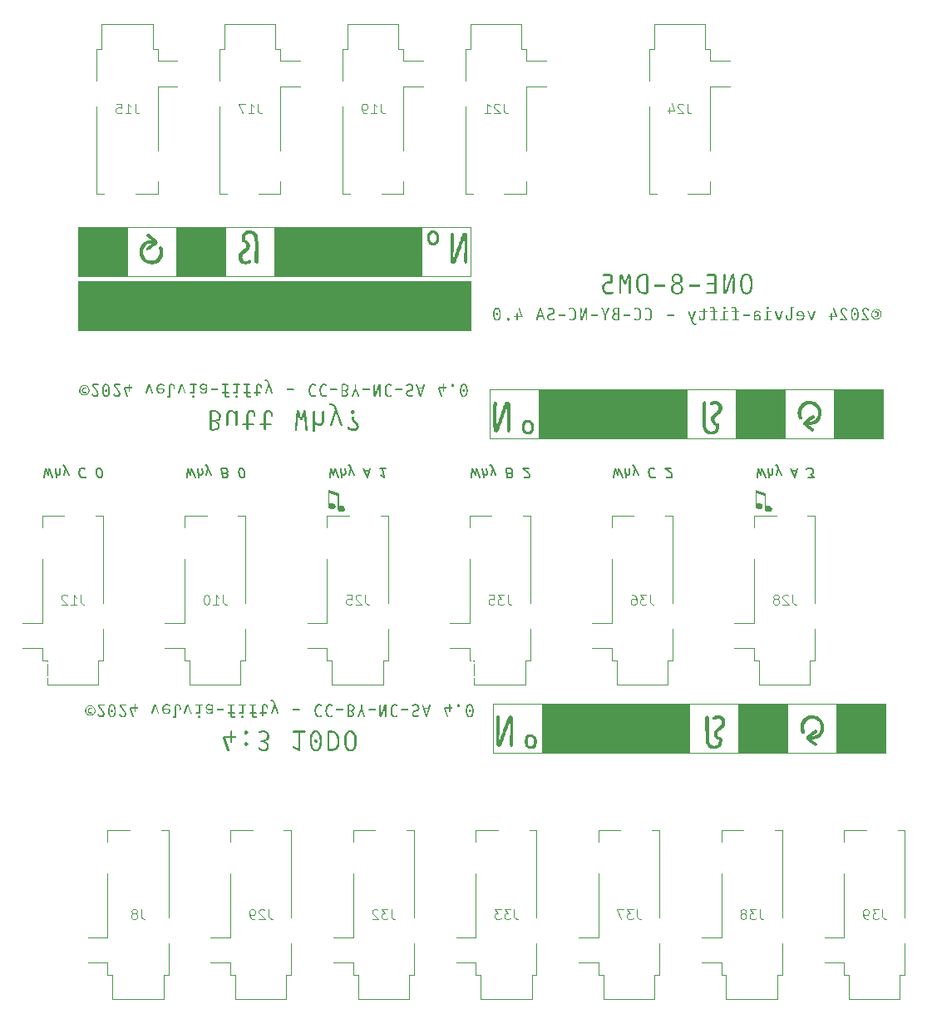
<source format=gbr>
%TF.GenerationSoftware,KiCad,Pcbnew,8.0.5*%
%TF.CreationDate,2024-11-15T20:40:57-05:00*%
%TF.ProjectId,One-8-DM5,4f6e652d-382d-4444-9d35-2e6b69636164,rev?*%
%TF.SameCoordinates,Original*%
%TF.FileFunction,Legend,Bot*%
%TF.FilePolarity,Positive*%
%FSLAX46Y46*%
G04 Gerber Fmt 4.6, Leading zero omitted, Abs format (unit mm)*
G04 Created by KiCad (PCBNEW 8.0.5) date 2024-11-15 20:40:57*
%MOMM*%
%LPD*%
G01*
G04 APERTURE LIST*
%ADD10C,0.150000*%
%ADD11C,0.100000*%
%ADD12C,0.250000*%
%ADD13C,0.300000*%
%ADD14C,0.500000*%
%ADD15C,1.700000*%
%ADD16C,5.600000*%
%ADD17O,1.500000X3.300000*%
%ADD18O,1.500000X2.300000*%
%ADD19R,2.800000X2.200000*%
%ADD20R,2.800000X2.800000*%
%ADD21R,2.800000X2.600000*%
G04 APERTURE END LIST*
D10*
G36*
X203928061Y-90838663D02*
G01*
X202834342Y-90498189D01*
X202834342Y-92020310D01*
X202838587Y-92118656D01*
X202854890Y-92215010D01*
X202877817Y-92277254D01*
X202936313Y-92356266D01*
X203018437Y-92416809D01*
X203024851Y-92420380D01*
X203120607Y-92458781D01*
X203218733Y-92475184D01*
X203258836Y-92476556D01*
X203362791Y-92464466D01*
X203456186Y-92424082D01*
X203498194Y-92390582D01*
X203559302Y-92305818D01*
X203585404Y-92210030D01*
X203587586Y-92168810D01*
X203572680Y-92071151D01*
X203527961Y-91984071D01*
X203481585Y-91931894D01*
X203401436Y-91875159D01*
X203306742Y-91841975D01*
X203208033Y-91832243D01*
X203111313Y-91842013D01*
X203018623Y-91873245D01*
X202974537Y-91891350D01*
X202974537Y-90896304D01*
X203792262Y-91150806D01*
X203792262Y-92299235D01*
X203797457Y-92404761D01*
X203816992Y-92507147D01*
X203836226Y-92558133D01*
X203895943Y-92641420D01*
X203980543Y-92702199D01*
X203987168Y-92705655D01*
X204084514Y-92743389D01*
X204181604Y-92759507D01*
X204220664Y-92760854D01*
X204324345Y-92748970D01*
X204416821Y-92709275D01*
X204458068Y-92676346D01*
X204517507Y-92592584D01*
X204542896Y-92497224D01*
X204545018Y-92456039D01*
X204530318Y-92354121D01*
X204486217Y-92265255D01*
X204440482Y-92213262D01*
X204353013Y-92153430D01*
X204256902Y-92122843D01*
X204166930Y-92115076D01*
X204068556Y-92127138D01*
X203968669Y-92159937D01*
X203928061Y-92178091D01*
X203928061Y-90838663D01*
G37*
G36*
X160428061Y-90838663D02*
G01*
X159334342Y-90498189D01*
X159334342Y-92020310D01*
X159338587Y-92118656D01*
X159354890Y-92215010D01*
X159377817Y-92277254D01*
X159436313Y-92356266D01*
X159518437Y-92416809D01*
X159524851Y-92420380D01*
X159620607Y-92458781D01*
X159718733Y-92475184D01*
X159758836Y-92476556D01*
X159862791Y-92464466D01*
X159956186Y-92424082D01*
X159998194Y-92390582D01*
X160059302Y-92305818D01*
X160085404Y-92210030D01*
X160087586Y-92168810D01*
X160072680Y-92071151D01*
X160027961Y-91984071D01*
X159981585Y-91931894D01*
X159901436Y-91875159D01*
X159806742Y-91841975D01*
X159708033Y-91832243D01*
X159611313Y-91842013D01*
X159518623Y-91873245D01*
X159474537Y-91891350D01*
X159474537Y-90896304D01*
X160292262Y-91150806D01*
X160292262Y-92299235D01*
X160297457Y-92404761D01*
X160316992Y-92507147D01*
X160336226Y-92558133D01*
X160395943Y-92641420D01*
X160480543Y-92702199D01*
X160487168Y-92705655D01*
X160584514Y-92743389D01*
X160681604Y-92759507D01*
X160720664Y-92760854D01*
X160824345Y-92748970D01*
X160916821Y-92709275D01*
X160958068Y-92676346D01*
X161017507Y-92592584D01*
X161042896Y-92497224D01*
X161045018Y-92456039D01*
X161030318Y-92354121D01*
X160986217Y-92265255D01*
X160940482Y-92213262D01*
X160853013Y-92153430D01*
X160756902Y-92122843D01*
X160666930Y-92115076D01*
X160568556Y-92127138D01*
X160468669Y-92159937D01*
X160428061Y-92178091D01*
X160428061Y-90838663D01*
G37*
D11*
X205818054Y-80255000D02*
X205818055Y-85254999D01*
X200818054Y-85254999D01*
X200818054Y-80254999D01*
X205818054Y-80255000D01*
G36*
X205818054Y-80255000D02*
G01*
X205818055Y-85254999D01*
X200818054Y-85254999D01*
X200818054Y-80254999D01*
X205818054Y-80255000D01*
G37*
X133862500Y-63755000D02*
X138862500Y-63755000D01*
X138862500Y-68755000D01*
X133862500Y-68755000D01*
X133862500Y-63755000D01*
G36*
X133862500Y-63755000D02*
G01*
X138862500Y-63755000D01*
X138862500Y-68755000D01*
X133862500Y-68755000D01*
X133862500Y-63755000D01*
G37*
X210818054Y-85255000D02*
X205818055Y-85254999D01*
X205818054Y-80255000D01*
X210818054Y-80255000D01*
X210818054Y-85255000D01*
X195818054Y-80254999D02*
X200818054Y-80254999D01*
X200818054Y-85254999D01*
X195818054Y-85254999D01*
X195818054Y-80254999D01*
X215818053Y-85254999D02*
X210818054Y-85255000D01*
X210818054Y-80255000D01*
X215818054Y-80255000D01*
X215818053Y-85254999D01*
G36*
X215818053Y-85254999D02*
G01*
X210818054Y-85255000D01*
X210818054Y-80255000D01*
X215818054Y-80255000D01*
X215818053Y-85254999D01*
G37*
X206112500Y-112255000D02*
X206112501Y-117254999D01*
X201112500Y-117254999D01*
X201112500Y-112254999D01*
X206112500Y-112255000D01*
G36*
X206112500Y-112255000D02*
G01*
X206112501Y-117254999D01*
X201112500Y-117254999D01*
X201112500Y-112254999D01*
X206112500Y-112255000D01*
G37*
X173862500Y-68755000D02*
X168862500Y-68755001D01*
X168862500Y-63755000D01*
X173862500Y-63755000D01*
X173862500Y-68755000D01*
X138862500Y-63755000D02*
X143862500Y-63755000D01*
X143862500Y-68755000D01*
X138862500Y-68755000D01*
X138862500Y-63755000D01*
X148862500Y-63755000D02*
X153862500Y-63755000D01*
X153862500Y-68755000D01*
X148862500Y-68755000D01*
X148862500Y-63755000D01*
X168862500Y-68755001D02*
X153862500Y-68755000D01*
X153862500Y-63755000D01*
X168862500Y-63755000D01*
X168862500Y-68755001D01*
G36*
X168862500Y-68755001D02*
G01*
X153862500Y-68755000D01*
X153862500Y-63755000D01*
X168862500Y-63755000D01*
X168862500Y-68755001D01*
G37*
X181112500Y-117254999D02*
X176112500Y-117254999D01*
X176112500Y-112254999D01*
X181112501Y-112254998D01*
X181112500Y-117254999D01*
X216112499Y-117254999D02*
X211112500Y-117255000D01*
X211112500Y-112255000D01*
X216112500Y-112255000D01*
X216112499Y-117254999D01*
G36*
X216112499Y-117254999D02*
G01*
X211112500Y-117255000D01*
X211112500Y-112255000D01*
X216112500Y-112255000D01*
X216112499Y-117254999D01*
G37*
X143862500Y-63755000D02*
X148862500Y-63755000D01*
X148862500Y-68755000D01*
X143862500Y-68755000D01*
X143862500Y-63755000D01*
G36*
X143862500Y-63755000D02*
G01*
X148862500Y-63755000D01*
X148862500Y-68755000D01*
X143862500Y-68755000D01*
X143862500Y-63755000D01*
G37*
X196112500Y-112254999D02*
X196112500Y-117254999D01*
X181112500Y-117254999D01*
X181112501Y-112254998D01*
X196112500Y-112254999D01*
G36*
X196112500Y-112254999D02*
G01*
X196112500Y-117254999D01*
X181112500Y-117254999D01*
X181112501Y-112254998D01*
X196112500Y-112254999D01*
G37*
X180818054Y-85254999D02*
X175818054Y-85254999D01*
X175818054Y-80254999D01*
X180818055Y-80254998D01*
X180818054Y-85254999D01*
X196112500Y-112254999D02*
X201112500Y-112254999D01*
X201112500Y-117254999D01*
X196112500Y-117254999D01*
X196112500Y-112254999D01*
X195818054Y-80254999D02*
X195818054Y-85254999D01*
X180818054Y-85254999D01*
X180818055Y-80254998D01*
X195818054Y-80254999D01*
G36*
X195818054Y-80254999D02*
G01*
X195818054Y-85254999D01*
X180818054Y-85254999D01*
X180818055Y-80254998D01*
X195818054Y-80254999D01*
G37*
X211112500Y-117255000D02*
X206112501Y-117254999D01*
X206112500Y-112255000D01*
X211112500Y-112255000D01*
X211112500Y-117255000D01*
X133862500Y-69255000D02*
X173862500Y-69255000D01*
X173862500Y-74255000D01*
X133862500Y-74255000D01*
X133862500Y-69255000D01*
G36*
X133862500Y-69255000D02*
G01*
X173862500Y-69255000D01*
X173862500Y-74255000D01*
X133862500Y-74255000D01*
X133862500Y-69255000D01*
G37*
D12*
G36*
X134599718Y-80085994D02*
G01*
X134658023Y-80104881D01*
X134702692Y-80129365D01*
X134723758Y-80173634D01*
X134698814Y-80230226D01*
X134661782Y-80230726D01*
X134603200Y-80205555D01*
X134555231Y-80200196D01*
X134487415Y-80211635D01*
X134434119Y-80251803D01*
X134407313Y-80311710D01*
X134399831Y-80382767D01*
X134405766Y-80446845D01*
X134426865Y-80504521D01*
X134474211Y-80552269D01*
X134533109Y-80570409D01*
X134550041Y-80571445D01*
X134612807Y-80562596D01*
X134639189Y-80551905D01*
X134696092Y-80577714D01*
X134704524Y-80614187D01*
X134680405Y-80655709D01*
X134621377Y-80677511D01*
X134557395Y-80685574D01*
X134537218Y-80685934D01*
X134473459Y-80680572D01*
X134403886Y-80659272D01*
X134346314Y-80622588D01*
X134301547Y-80571414D01*
X134270387Y-80506644D01*
X134255798Y-80445641D01*
X134250843Y-80376967D01*
X134255560Y-80312008D01*
X134274503Y-80240333D01*
X134307564Y-80180330D01*
X134354337Y-80133164D01*
X134414419Y-80100004D01*
X134487403Y-80082015D01*
X134537218Y-80078990D01*
X134599718Y-80085994D01*
G37*
G36*
X134590892Y-79854384D02*
G01*
X134669003Y-79871553D01*
X134741523Y-79899206D01*
X134807734Y-79936553D01*
X134866917Y-79982808D01*
X134918354Y-80037182D01*
X134961326Y-80098888D01*
X134995116Y-80167137D01*
X135019004Y-80241142D01*
X135032272Y-80320115D01*
X135034863Y-80375135D01*
X135029387Y-80457239D01*
X135013311Y-80534896D01*
X134987157Y-80607313D01*
X134951449Y-80673698D01*
X134906711Y-80733259D01*
X134853466Y-80785204D01*
X134792239Y-80828738D01*
X134723553Y-80863072D01*
X134647932Y-80887411D01*
X134565900Y-80900964D01*
X134507909Y-80903615D01*
X134424540Y-80897730D01*
X134346276Y-80880588D01*
X134273791Y-80852959D01*
X134207762Y-80815613D01*
X134148865Y-80769319D01*
X134097778Y-80714847D01*
X134055174Y-80652967D01*
X134021732Y-80584449D01*
X133998127Y-80510062D01*
X133985035Y-80430577D01*
X133982481Y-80375135D01*
X134084147Y-80375135D01*
X134088567Y-80444653D01*
X134101539Y-80509947D01*
X134122632Y-80570444D01*
X134151413Y-80625575D01*
X134201002Y-80689750D01*
X134262470Y-80742018D01*
X134315750Y-80772591D01*
X134374704Y-80795136D01*
X134438901Y-80809081D01*
X134507909Y-80813856D01*
X134576861Y-80809190D01*
X134641056Y-80795528D01*
X134700052Y-80773372D01*
X134753407Y-80743225D01*
X134815006Y-80691467D01*
X134864741Y-80627588D01*
X134893626Y-80572440D01*
X134914806Y-80511647D01*
X134927838Y-80445711D01*
X134932281Y-80375135D01*
X134927692Y-80305117D01*
X134914283Y-80239810D01*
X134892585Y-80179687D01*
X134863131Y-80125225D01*
X134812716Y-80062237D01*
X134750723Y-80011284D01*
X134678416Y-79973494D01*
X134618176Y-79954467D01*
X134553377Y-79943953D01*
X134507909Y-79941909D01*
X134440170Y-79946577D01*
X134376745Y-79960227D01*
X134318145Y-79982322D01*
X134264885Y-80012330D01*
X134203063Y-80063725D01*
X134152862Y-80126969D01*
X134123569Y-80181417D01*
X134102010Y-80241283D01*
X134088699Y-80306034D01*
X134084147Y-80375135D01*
X133982481Y-80375135D01*
X133987882Y-80293217D01*
X134003761Y-80215770D01*
X134029633Y-80143576D01*
X134065010Y-80077419D01*
X134109407Y-80018083D01*
X134162338Y-79966350D01*
X134223318Y-79923004D01*
X134291859Y-79888829D01*
X134367476Y-79864608D01*
X134449683Y-79851124D01*
X134507909Y-79848486D01*
X134590892Y-79854384D01*
G37*
G36*
X135438474Y-79866499D02*
G01*
X135473342Y-79918284D01*
X135513216Y-79973554D01*
X135555455Y-80029445D01*
X135597417Y-80083092D01*
X135636461Y-80131628D01*
X135675742Y-80179094D01*
X135681190Y-80185541D01*
X135722936Y-80234957D01*
X135762821Y-80285032D01*
X135801962Y-80337568D01*
X135841475Y-80394369D01*
X135874496Y-80448747D01*
X135902531Y-80505201D01*
X135924649Y-80564457D01*
X135939921Y-80627239D01*
X135947416Y-80694271D01*
X135948026Y-80717685D01*
X135943044Y-80788841D01*
X135927747Y-80854108D01*
X135902296Y-80912377D01*
X135866853Y-80962539D01*
X135808742Y-81012150D01*
X135751404Y-81040015D01*
X135684596Y-81056169D01*
X135628373Y-81059931D01*
X135566180Y-81055302D01*
X135495244Y-81037541D01*
X135432065Y-81008283D01*
X135376852Y-80969463D01*
X135329815Y-80923016D01*
X135291163Y-80870879D01*
X135272084Y-80837670D01*
X135254376Y-80778441D01*
X135283744Y-80724047D01*
X135316963Y-80714022D01*
X135374667Y-80741025D01*
X135387794Y-80759512D01*
X135421905Y-80814105D01*
X135468656Y-80865353D01*
X135528162Y-80900543D01*
X135594360Y-80914743D01*
X135616161Y-80915522D01*
X135678814Y-80906017D01*
X135731930Y-80873690D01*
X135769200Y-80814678D01*
X135783975Y-80749181D01*
X135785909Y-80707916D01*
X135780288Y-80640678D01*
X135762828Y-80574232D01*
X135737305Y-80514522D01*
X135707873Y-80460671D01*
X135670439Y-80401362D01*
X135653102Y-80375745D01*
X135613189Y-80322866D01*
X135566738Y-80264340D01*
X135523557Y-80210585D01*
X135477034Y-80152617D01*
X135429028Y-80092234D01*
X135381395Y-80031237D01*
X135335991Y-79971426D01*
X135325206Y-79956869D01*
X135292648Y-79904882D01*
X135272653Y-79845256D01*
X135272084Y-79834747D01*
X135290743Y-79775301D01*
X135344598Y-79738877D01*
X135398479Y-79731250D01*
X135933371Y-79731250D01*
X135990999Y-79752758D01*
X136012139Y-79805133D01*
X135986008Y-79862833D01*
X135933676Y-79878406D01*
X135438474Y-79866499D01*
G37*
G36*
X136779962Y-80279909D02*
G01*
X136824943Y-80321472D01*
X136846466Y-80379471D01*
X136847145Y-80392232D01*
X136831419Y-80451928D01*
X136790392Y-80497213D01*
X136733287Y-80518861D01*
X136720749Y-80519543D01*
X136660711Y-80503728D01*
X136615398Y-80462433D01*
X136593811Y-80404881D01*
X136593132Y-80392232D01*
X136608895Y-80332052D01*
X136650183Y-80286464D01*
X136707995Y-80264690D01*
X136720749Y-80264004D01*
X136779962Y-80279909D01*
G37*
G36*
X136777274Y-79717478D02*
G01*
X136838971Y-79735647D01*
X136894936Y-79765837D01*
X136944951Y-79807973D01*
X136988801Y-79861977D01*
X137026267Y-79927777D01*
X137057132Y-80005295D01*
X137081179Y-80094456D01*
X137093315Y-80160328D01*
X137102259Y-80231319D01*
X137107948Y-80307406D01*
X137110316Y-80388568D01*
X137109333Y-80469514D01*
X137105355Y-80545305D01*
X137098384Y-80615933D01*
X137088425Y-80681388D01*
X137075480Y-80741660D01*
X137050472Y-80822331D01*
X137018763Y-80891289D01*
X136980365Y-80948501D01*
X136935288Y-80993937D01*
X136883543Y-81027565D01*
X136825140Y-81049353D01*
X136760089Y-81059269D01*
X136736930Y-81059931D01*
X136668702Y-81053989D01*
X136605874Y-81036159D01*
X136548710Y-81006435D01*
X136497475Y-80964812D01*
X136452432Y-80911282D01*
X136413845Y-80845841D01*
X136381980Y-80768481D01*
X136357099Y-80679198D01*
X136344523Y-80613048D01*
X136335247Y-80541594D01*
X136329349Y-80464835D01*
X136326907Y-80382767D01*
X136327036Y-80371432D01*
X136477055Y-80371432D01*
X136477117Y-80388568D01*
X136478974Y-80459179D01*
X136483531Y-80527201D01*
X136490984Y-80592010D01*
X136501529Y-80652987D01*
X136518539Y-80720222D01*
X136540620Y-80779967D01*
X136569598Y-80834228D01*
X136609944Y-80881935D01*
X136665642Y-80915379D01*
X136725328Y-80925292D01*
X136789463Y-80914001D01*
X136844418Y-80878974D01*
X136885244Y-80825723D01*
X136896909Y-80803170D01*
X136920442Y-80739852D01*
X136936834Y-80672811D01*
X136947423Y-80607942D01*
X136954893Y-80534888D01*
X136958416Y-80470553D01*
X136959589Y-80400979D01*
X136959496Y-80382767D01*
X136957911Y-80318889D01*
X136954483Y-80257798D01*
X136947503Y-80185937D01*
X136937405Y-80119776D01*
X136924057Y-80060064D01*
X136903560Y-79997974D01*
X136891414Y-79971218D01*
X136857253Y-79917265D01*
X136811129Y-79875240D01*
X136750469Y-79851445D01*
X136716475Y-79848486D01*
X136653653Y-79859607D01*
X136599016Y-79894162D01*
X136557395Y-79946777D01*
X136545199Y-79969081D01*
X136519315Y-80033412D01*
X136501544Y-80102437D01*
X136490172Y-80168640D01*
X136482184Y-80241843D01*
X136478395Y-80304881D01*
X136477055Y-80371432D01*
X136327036Y-80371432D01*
X136327819Y-80302476D01*
X136331813Y-80227170D01*
X136338886Y-80156876D01*
X136349037Y-80091622D01*
X136362263Y-80031434D01*
X136387862Y-79950710D01*
X136420368Y-79881535D01*
X136459773Y-79824001D01*
X136506069Y-79778197D01*
X136559249Y-79744215D01*
X136619305Y-79722145D01*
X136686230Y-79712078D01*
X136710063Y-79711405D01*
X136777274Y-79717478D01*
G37*
G36*
X137646429Y-79866499D02*
G01*
X137681297Y-79918284D01*
X137721171Y-79973554D01*
X137763410Y-80029445D01*
X137805372Y-80083092D01*
X137844416Y-80131628D01*
X137883698Y-80179094D01*
X137889146Y-80185541D01*
X137930891Y-80234957D01*
X137970776Y-80285032D01*
X138009917Y-80337568D01*
X138049430Y-80394369D01*
X138082452Y-80448747D01*
X138110487Y-80505201D01*
X138132605Y-80564457D01*
X138147876Y-80627239D01*
X138155371Y-80694271D01*
X138155981Y-80717685D01*
X138150999Y-80788841D01*
X138135702Y-80854108D01*
X138110252Y-80912377D01*
X138074808Y-80962539D01*
X138016697Y-81012150D01*
X137959359Y-81040015D01*
X137892551Y-81056169D01*
X137836328Y-81059931D01*
X137774136Y-81055302D01*
X137703200Y-81037541D01*
X137640020Y-81008283D01*
X137584807Y-80969463D01*
X137537770Y-80923016D01*
X137499118Y-80870879D01*
X137480039Y-80837670D01*
X137462331Y-80778441D01*
X137491699Y-80724047D01*
X137524919Y-80714022D01*
X137582622Y-80741025D01*
X137595749Y-80759512D01*
X137629861Y-80814105D01*
X137676612Y-80865353D01*
X137736117Y-80900543D01*
X137802315Y-80914743D01*
X137824116Y-80915522D01*
X137886769Y-80906017D01*
X137939885Y-80873690D01*
X137977155Y-80814678D01*
X137991930Y-80749181D01*
X137993865Y-80707916D01*
X137988243Y-80640678D01*
X137970783Y-80574232D01*
X137945261Y-80514522D01*
X137915829Y-80460671D01*
X137878394Y-80401362D01*
X137861058Y-80375745D01*
X137821144Y-80322866D01*
X137774694Y-80264340D01*
X137731512Y-80210585D01*
X137684990Y-80152617D01*
X137636983Y-80092234D01*
X137589350Y-80031237D01*
X137543947Y-79971426D01*
X137533162Y-79956869D01*
X137500603Y-79904882D01*
X137480608Y-79845256D01*
X137480039Y-79834747D01*
X137498699Y-79775301D01*
X137552553Y-79738877D01*
X137606435Y-79731250D01*
X138141326Y-79731250D01*
X138198955Y-79752758D01*
X138220095Y-79805133D01*
X138193964Y-79862833D01*
X138141632Y-79878406D01*
X137646429Y-79866499D01*
G37*
G36*
X138950076Y-80950937D02*
G01*
X138958929Y-80995206D01*
X138926729Y-81049755D01*
X138884741Y-81059931D01*
X138827679Y-81036596D01*
X138806278Y-81000396D01*
X138540053Y-80215766D01*
X138523395Y-80156089D01*
X138522651Y-80144936D01*
X138549823Y-80086318D01*
X138607793Y-80064969D01*
X138634697Y-80063420D01*
X138997092Y-80063420D01*
X138997092Y-79785288D01*
X139021105Y-79727093D01*
X139071586Y-79711710D01*
X139129949Y-79734061D01*
X139146691Y-79785288D01*
X139146691Y-80063420D01*
X139337506Y-80063420D01*
X139388834Y-80098797D01*
X139395819Y-80131502D01*
X139370525Y-80187125D01*
X139337506Y-80198364D01*
X139146691Y-80198364D01*
X139146691Y-80468252D01*
X139124595Y-80527214D01*
X139071586Y-80547021D01*
X139014474Y-80521971D01*
X138997092Y-80468252D01*
X138997092Y-80198364D01*
X138690262Y-80198364D01*
X138950076Y-80950937D01*
G37*
G36*
X140751367Y-80594037D02*
G01*
X140989809Y-79861919D01*
X141012864Y-79802991D01*
X141051955Y-79751589D01*
X141112728Y-79731365D01*
X141118952Y-79731250D01*
X141178631Y-79745778D01*
X141220067Y-79791199D01*
X141247315Y-79853262D01*
X141250233Y-79861614D01*
X141503940Y-80586405D01*
X141519694Y-80646937D01*
X141521037Y-80662120D01*
X141490775Y-80717054D01*
X141446543Y-80727760D01*
X141389527Y-80702993D01*
X141361991Y-80646204D01*
X141358615Y-80635864D01*
X141123532Y-79907715D01*
X140905545Y-80642886D01*
X140878168Y-80701370D01*
X140820365Y-80727760D01*
X140762052Y-80707305D01*
X140739460Y-80657540D01*
X140750377Y-80597367D01*
X140751367Y-80594037D01*
G37*
G36*
X142361912Y-79715305D02*
G01*
X142426880Y-79725669D01*
X142492448Y-79744857D01*
X142555742Y-79774863D01*
X142613889Y-79817678D01*
X142622877Y-79826199D01*
X142651500Y-79881154D01*
X142638448Y-79926949D01*
X142577631Y-79944558D01*
X142540140Y-79925423D01*
X142487132Y-79890699D01*
X142427941Y-79867682D01*
X142363255Y-79855141D01*
X142293760Y-79851844D01*
X142224597Y-79859283D01*
X142164750Y-79878496D01*
X142102934Y-79917212D01*
X142055424Y-79970036D01*
X142022079Y-80034586D01*
X142002760Y-80108479D01*
X141997310Y-80172718D01*
X142065551Y-80171715D01*
X142131714Y-80170955D01*
X142200553Y-80170439D01*
X142261093Y-80170276D01*
X142324861Y-80170903D01*
X142388414Y-80172188D01*
X142450657Y-80174437D01*
X142518786Y-80178581D01*
X142543193Y-80180656D01*
X142606914Y-80194684D01*
X142645086Y-80244625D01*
X142651271Y-80290260D01*
X142651741Y-80355800D01*
X142645472Y-80418611D01*
X142626305Y-80496712D01*
X142594380Y-80566595D01*
X142549253Y-80626336D01*
X142490480Y-80674008D01*
X142417618Y-80707688D01*
X142353459Y-80722607D01*
X142280937Y-80727760D01*
X142207850Y-80722551D01*
X142140436Y-80707211D01*
X142079008Y-80682169D01*
X142023880Y-80647856D01*
X141975362Y-80604702D01*
X141933767Y-80553138D01*
X141899409Y-80493593D01*
X141872599Y-80426497D01*
X141853649Y-80352282D01*
X141846730Y-80300335D01*
X142000669Y-80300335D01*
X142007415Y-80361525D01*
X142026109Y-80431246D01*
X142056735Y-80491520D01*
X142099858Y-80540278D01*
X142156044Y-80575452D01*
X142225859Y-80594973D01*
X142274526Y-80598312D01*
X142337160Y-80591764D01*
X142400300Y-80566925D01*
X142447641Y-80526628D01*
X142480293Y-80474135D01*
X142499368Y-80412711D01*
X142505976Y-80345618D01*
X142504420Y-80303999D01*
X142443181Y-80300559D01*
X142374929Y-80298700D01*
X142310316Y-80298012D01*
X142260482Y-80297893D01*
X142192452Y-80297802D01*
X142125423Y-80298313D01*
X142060971Y-80299224D01*
X142000669Y-80300335D01*
X141846730Y-80300335D01*
X141842873Y-80271376D01*
X141840384Y-80213934D01*
X141844031Y-80128389D01*
X141856356Y-80050021D01*
X141877116Y-79979100D01*
X141906072Y-79915897D01*
X141942982Y-79860681D01*
X141987603Y-79813723D01*
X142039694Y-79775293D01*
X142099015Y-79745661D01*
X142165322Y-79725097D01*
X142238376Y-79713872D01*
X142290707Y-79711710D01*
X142361912Y-79715305D01*
G37*
G36*
X143728992Y-80240801D02*
G01*
X143708196Y-80301654D01*
X143655109Y-80323844D01*
X143598242Y-80297170D01*
X143583973Y-80239885D01*
X143585722Y-80175917D01*
X143585197Y-80107030D01*
X143581126Y-80044837D01*
X143571071Y-79982646D01*
X143563518Y-79955342D01*
X143534456Y-79897505D01*
X143484813Y-79857746D01*
X143419006Y-79844325D01*
X143411171Y-79844212D01*
X143348278Y-79855143D01*
X143300198Y-79894628D01*
X143277448Y-79946489D01*
X143265212Y-80008679D01*
X143258886Y-80074540D01*
X143256993Y-80102193D01*
X143254602Y-80165650D01*
X143253394Y-80236191D01*
X143252645Y-80322621D01*
X143252383Y-80387389D01*
X143252296Y-80456698D01*
X143252375Y-80529542D01*
X143252608Y-80604912D01*
X143252983Y-80681799D01*
X143253489Y-80759196D01*
X143254116Y-80836095D01*
X143254852Y-80911488D01*
X143255686Y-80984367D01*
X143256607Y-81053723D01*
X143257603Y-81118549D01*
X142977029Y-81118549D01*
X142916341Y-81102278D01*
X142891239Y-81052603D01*
X142920368Y-80995970D01*
X142977029Y-80983299D01*
X143110752Y-80983299D01*
X143110146Y-80902273D01*
X143109414Y-80811904D01*
X143108897Y-80747896D01*
X143108385Y-80681880D01*
X143107903Y-80614712D01*
X143107475Y-80547249D01*
X143107127Y-80480350D01*
X143106882Y-80414871D01*
X143106766Y-80351670D01*
X143106886Y-80263014D01*
X143107434Y-80184306D01*
X143108491Y-80118438D01*
X143110142Y-80068305D01*
X143114350Y-80001725D01*
X143122955Y-79936868D01*
X143138555Y-79876098D01*
X143142199Y-79866194D01*
X143172426Y-79809536D01*
X143219538Y-79761362D01*
X143278166Y-79730483D01*
X143347006Y-79714790D01*
X143401707Y-79711710D01*
X143464305Y-79715998D01*
X143530814Y-79732300D01*
X143587806Y-79760501D01*
X143635148Y-79800309D01*
X143672707Y-79851436D01*
X143687776Y-79881154D01*
X143709373Y-79943381D01*
X143721780Y-80004353D01*
X143729011Y-80072091D01*
X143731396Y-80133516D01*
X143730741Y-80199301D01*
X143728992Y-80240801D01*
G37*
G36*
X144063300Y-80594037D02*
G01*
X144301742Y-79861919D01*
X144324797Y-79802991D01*
X144363888Y-79751589D01*
X144424661Y-79731365D01*
X144430885Y-79731250D01*
X144490564Y-79745778D01*
X144532000Y-79791199D01*
X144559248Y-79853262D01*
X144562166Y-79861614D01*
X144815873Y-80586405D01*
X144831627Y-80646937D01*
X144832970Y-80662120D01*
X144802708Y-80717054D01*
X144758476Y-80727760D01*
X144701460Y-80702993D01*
X144673924Y-80646204D01*
X144670548Y-80635864D01*
X144435465Y-79907715D01*
X144217478Y-80642886D01*
X144190101Y-80701370D01*
X144132298Y-80727760D01*
X144073985Y-80707305D01*
X144051393Y-80657540D01*
X144062311Y-80597367D01*
X144063300Y-80594037D01*
G37*
G36*
X145576995Y-80887434D02*
G01*
X145637986Y-80902867D01*
X145686590Y-80948352D01*
X145705222Y-81012303D01*
X145686590Y-81075764D01*
X145637986Y-81121321D01*
X145576995Y-81136867D01*
X145515450Y-81121321D01*
X145466370Y-81075764D01*
X145447546Y-81012303D01*
X145466370Y-80948352D01*
X145515450Y-80902867D01*
X145576995Y-80887434D01*
G37*
G36*
X145602640Y-80708221D02*
G01*
X145299779Y-80708221D01*
X145240415Y-80686308D01*
X145224064Y-80642886D01*
X145250669Y-80587473D01*
X145299779Y-80573582D01*
X145535779Y-80573582D01*
X145536393Y-80497858D01*
X145536758Y-80436042D01*
X145537039Y-80370836D01*
X145537235Y-80303064D01*
X145537343Y-80233550D01*
X145537363Y-80163119D01*
X145537293Y-80092593D01*
X145537131Y-80022799D01*
X145536876Y-79954559D01*
X145536527Y-79888698D01*
X145536389Y-79867415D01*
X145283598Y-79867415D01*
X145226739Y-79838525D01*
X145215515Y-79796279D01*
X145245756Y-79740060D01*
X145283598Y-79731250D01*
X145921682Y-79731250D01*
X145981102Y-79751857D01*
X145998619Y-79796279D01*
X145971115Y-79853440D01*
X145921682Y-79867415D01*
X145688430Y-79867415D01*
X145687978Y-79937902D01*
X145687641Y-80010585D01*
X145687410Y-80084665D01*
X145687271Y-80159345D01*
X145687213Y-80233826D01*
X145687223Y-80307309D01*
X145687289Y-80378996D01*
X145687400Y-80448088D01*
X145687543Y-80513787D01*
X145687706Y-80575295D01*
X145687820Y-80613577D01*
X145673852Y-80676735D01*
X145617933Y-80707494D01*
X145602640Y-80708221D01*
G37*
G36*
X146665177Y-79717093D02*
G01*
X146725808Y-79731518D01*
X146785272Y-79757124D01*
X146836117Y-79792788D01*
X146871787Y-79836885D01*
X146871787Y-79799027D01*
X146898730Y-79742743D01*
X146945365Y-79731250D01*
X147000722Y-79757576D01*
X147005815Y-79803912D01*
X147005815Y-79799027D01*
X147015585Y-80285986D01*
X147014132Y-80359950D01*
X147009596Y-80423160D01*
X146999709Y-80486990D01*
X146981468Y-80548257D01*
X146950885Y-80606056D01*
X146946281Y-80612661D01*
X146901178Y-80661015D01*
X146846717Y-80694977D01*
X146783359Y-80716196D01*
X146722320Y-80725491D01*
X146666928Y-80727760D01*
X146602617Y-80723337D01*
X146534586Y-80709889D01*
X146466266Y-80687152D01*
X146401085Y-80654860D01*
X146342473Y-80612746D01*
X146324988Y-80596480D01*
X146298476Y-80540732D01*
X146298427Y-80534808D01*
X146329662Y-80479427D01*
X146394229Y-80479602D01*
X146403146Y-80486571D01*
X146454315Y-80525886D01*
X146507579Y-80556208D01*
X146570895Y-80579334D01*
X146636680Y-80589587D01*
X146653495Y-80590068D01*
X146715510Y-80585685D01*
X146774958Y-80566184D01*
X146825107Y-80519740D01*
X146852711Y-80453205D01*
X146861407Y-80402612D01*
X146869800Y-80338506D01*
X146872669Y-80277076D01*
X146872398Y-80257898D01*
X146819673Y-80298428D01*
X146757876Y-80323945D01*
X146690655Y-80338399D01*
X146625102Y-80341857D01*
X146547873Y-80334527D01*
X146477993Y-80316364D01*
X146416371Y-80287954D01*
X146363915Y-80249884D01*
X146321533Y-80202741D01*
X146290136Y-80147111D01*
X146270631Y-80083582D01*
X146265430Y-80028615D01*
X146421770Y-80028615D01*
X146432683Y-80093668D01*
X146466859Y-80152535D01*
X146521864Y-80193047D01*
X146583787Y-80213147D01*
X146644665Y-80219576D01*
X146657769Y-80219735D01*
X146724137Y-80213714D01*
X146788128Y-80193580D01*
X146840613Y-80154426D01*
X146872467Y-80091341D01*
X146877893Y-80042659D01*
X146869426Y-79979891D01*
X146838335Y-79919141D01*
X146784707Y-79874170D01*
X146721051Y-79850041D01*
X146655688Y-79841282D01*
X146641283Y-79840853D01*
X146575648Y-79846090D01*
X146512658Y-79866985D01*
X146460381Y-79908166D01*
X146430309Y-79963442D01*
X146421770Y-80028615D01*
X146265430Y-80028615D01*
X146263928Y-80012739D01*
X146270108Y-79948438D01*
X146294300Y-79876715D01*
X146335202Y-79816002D01*
X146391118Y-79767794D01*
X146445518Y-79739237D01*
X146507570Y-79720405D01*
X146576405Y-79712066D01*
X146594571Y-79711710D01*
X146665177Y-79717093D01*
G37*
G36*
X148035909Y-80356511D02*
G01*
X147468045Y-80356511D01*
X147408203Y-80334305D01*
X147384392Y-80278964D01*
X147411071Y-80221026D01*
X147468045Y-80201417D01*
X148035909Y-80201417D01*
X148095994Y-80224114D01*
X148119563Y-80279575D01*
X148093136Y-80337150D01*
X148035909Y-80356511D01*
G37*
G36*
X149067530Y-81002839D02*
G01*
X149132859Y-80997478D01*
X149196194Y-80983578D01*
X149220487Y-80977499D01*
X149281049Y-80996819D01*
X149299561Y-81042834D01*
X149268099Y-81097552D01*
X149253460Y-81105421D01*
X149194679Y-81123774D01*
X149132978Y-81134198D01*
X149069991Y-81138081D01*
X149063867Y-81138088D01*
X148992992Y-81132109D01*
X148932729Y-81115839D01*
X148871484Y-81081709D01*
X148824882Y-81033060D01*
X148791848Y-80970760D01*
X148774467Y-80911673D01*
X148764529Y-80844848D01*
X148763143Y-80826984D01*
X148760978Y-80764103D01*
X148760395Y-80708221D01*
X148548819Y-80708221D01*
X148494973Y-80679409D01*
X148485316Y-80640138D01*
X148512219Y-80584524D01*
X148548819Y-80573582D01*
X148760089Y-80573582D01*
X148760089Y-79867415D01*
X148554010Y-79867415D01*
X148497140Y-79838743D01*
X148485316Y-79797500D01*
X148513273Y-79742108D01*
X148554010Y-79731250D01*
X149137445Y-79731250D01*
X149194732Y-79758346D01*
X149206749Y-79798722D01*
X149179026Y-79855889D01*
X149137445Y-79867415D01*
X148908162Y-79867415D01*
X148908162Y-80573582D01*
X149191789Y-80573582D01*
X149246022Y-80602918D01*
X149256513Y-80641665D01*
X149225579Y-80697705D01*
X149180187Y-80708221D01*
X148906025Y-80708221D01*
X148905873Y-80770934D01*
X148908467Y-80830342D01*
X148918345Y-80895395D01*
X148943717Y-80952015D01*
X148995622Y-80991299D01*
X149057050Y-81002655D01*
X149067530Y-81002839D01*
G37*
G36*
X149992905Y-80887434D02*
G01*
X150053896Y-80902867D01*
X150102501Y-80948352D01*
X150121133Y-81012303D01*
X150102501Y-81075764D01*
X150053896Y-81121321D01*
X149992905Y-81136867D01*
X149931360Y-81121321D01*
X149882280Y-81075764D01*
X149863457Y-81012303D01*
X149882280Y-80948352D01*
X149931360Y-80902867D01*
X149992905Y-80887434D01*
G37*
G36*
X150018551Y-80708221D02*
G01*
X149715690Y-80708221D01*
X149656326Y-80686308D01*
X149639974Y-80642886D01*
X149666579Y-80587473D01*
X149715690Y-80573582D01*
X149951689Y-80573582D01*
X149952304Y-80497858D01*
X149952669Y-80436042D01*
X149952950Y-80370836D01*
X149953146Y-80303064D01*
X149953254Y-80233550D01*
X149953274Y-80163119D01*
X149953204Y-80092593D01*
X149953042Y-80022799D01*
X149952787Y-79954559D01*
X149952438Y-79888698D01*
X149952300Y-79867415D01*
X149699509Y-79867415D01*
X149642649Y-79838525D01*
X149631426Y-79796279D01*
X149661666Y-79740060D01*
X149699509Y-79731250D01*
X150337593Y-79731250D01*
X150397013Y-79751857D01*
X150414529Y-79796279D01*
X150387025Y-79853440D01*
X150337593Y-79867415D01*
X150104341Y-79867415D01*
X150103888Y-79937902D01*
X150103552Y-80010585D01*
X150103321Y-80084665D01*
X150103182Y-80159345D01*
X150103123Y-80233826D01*
X150103134Y-80307309D01*
X150103200Y-80378996D01*
X150103311Y-80448088D01*
X150103454Y-80513787D01*
X150103617Y-80575295D01*
X150103730Y-80613577D01*
X150089762Y-80676735D01*
X150033844Y-80707494D01*
X150018551Y-80708221D01*
G37*
G36*
X151275486Y-81002839D02*
G01*
X151340814Y-80997478D01*
X151404150Y-80983578D01*
X151428443Y-80977499D01*
X151489005Y-80996819D01*
X151507516Y-81042834D01*
X151476055Y-81097552D01*
X151461415Y-81105421D01*
X151402635Y-81123774D01*
X151340933Y-81134198D01*
X151277946Y-81138081D01*
X151271822Y-81138088D01*
X151200947Y-81132109D01*
X151140684Y-81115839D01*
X151079439Y-81081709D01*
X151032838Y-81033060D01*
X150999804Y-80970760D01*
X150982422Y-80911673D01*
X150972484Y-80844848D01*
X150971098Y-80826984D01*
X150968933Y-80764103D01*
X150968350Y-80708221D01*
X150756775Y-80708221D01*
X150702928Y-80679409D01*
X150693272Y-80640138D01*
X150720175Y-80584524D01*
X150756775Y-80573582D01*
X150968045Y-80573582D01*
X150968045Y-79867415D01*
X150761965Y-79867415D01*
X150705096Y-79838743D01*
X150693272Y-79797500D01*
X150721228Y-79742108D01*
X150761965Y-79731250D01*
X151345400Y-79731250D01*
X151402688Y-79758346D01*
X151414704Y-79798722D01*
X151386982Y-79855889D01*
X151345400Y-79867415D01*
X151116117Y-79867415D01*
X151116117Y-80573582D01*
X151399744Y-80573582D01*
X151453977Y-80602918D01*
X151464468Y-80641665D01*
X151433535Y-80697705D01*
X151388143Y-80708221D01*
X151113980Y-80708221D01*
X151113828Y-80770934D01*
X151116422Y-80830342D01*
X151126300Y-80895395D01*
X151151672Y-80952015D01*
X151203577Y-80991299D01*
X151265006Y-81002655D01*
X151275486Y-81002839D01*
G37*
G36*
X152139495Y-80708221D02*
G01*
X152141326Y-80886823D01*
X152129434Y-80948503D01*
X152076729Y-80983501D01*
X152067748Y-80983910D01*
X152010246Y-80955101D01*
X151991617Y-80892752D01*
X151991422Y-80887129D01*
X151987759Y-80708221D01*
X151794196Y-80708221D01*
X151736410Y-80686324D01*
X151720923Y-80643802D01*
X151746004Y-80587026D01*
X151794196Y-80573582D01*
X151987148Y-80573582D01*
X151986210Y-80504596D01*
X151985598Y-80439964D01*
X151985173Y-80370177D01*
X151984991Y-80298220D01*
X151985110Y-80227082D01*
X151985587Y-80159750D01*
X151986772Y-80085487D01*
X151987453Y-80060061D01*
X151991660Y-79993825D01*
X152000695Y-79929079D01*
X152016970Y-79869525D01*
X152020731Y-79860088D01*
X152052366Y-79804456D01*
X152101663Y-79757757D01*
X152162385Y-79728416D01*
X152232519Y-79714076D01*
X152287262Y-79711710D01*
X152348776Y-79716291D01*
X152413922Y-79733078D01*
X152476628Y-79767927D01*
X152520955Y-79812746D01*
X152556726Y-79875871D01*
X152576067Y-79937031D01*
X152587535Y-80011440D01*
X152589817Y-80100362D01*
X152566767Y-80159934D01*
X152513491Y-80178519D01*
X152461742Y-80144146D01*
X152452431Y-80098835D01*
X152450878Y-80036956D01*
X152441949Y-79973646D01*
X152416252Y-79909165D01*
X152367766Y-79866308D01*
X152298558Y-79851844D01*
X152235596Y-79859084D01*
X152183654Y-79892953D01*
X152164529Y-79926033D01*
X152147690Y-79986900D01*
X152140521Y-80051207D01*
X152138884Y-80082959D01*
X152136529Y-80145790D01*
X152135101Y-80210538D01*
X152134467Y-80276030D01*
X152134495Y-80341093D01*
X152135053Y-80404554D01*
X152136293Y-80479837D01*
X152137894Y-80548490D01*
X152138579Y-80573582D01*
X152450599Y-80573582D01*
X152508049Y-80599184D01*
X152522345Y-80646550D01*
X152490394Y-80698969D01*
X152450599Y-80708221D01*
X152139495Y-80708221D01*
G37*
G36*
X153491989Y-80052429D02*
G01*
X153513122Y-80112546D01*
X153534860Y-80174211D01*
X153556795Y-80236362D01*
X153578516Y-80297938D01*
X153599616Y-80357877D01*
X153626074Y-80433417D01*
X153649730Y-80501647D01*
X153669615Y-80560052D01*
X153687689Y-80615409D01*
X153694188Y-80678757D01*
X153648657Y-80724085D01*
X153627239Y-80727760D01*
X153566361Y-80707576D01*
X153537480Y-80652656D01*
X153515164Y-80580628D01*
X153492875Y-80508722D01*
X153470624Y-80437075D01*
X153448420Y-80365824D01*
X153426274Y-80295105D01*
X153404198Y-80225058D01*
X153382201Y-80155819D01*
X153360294Y-80087524D01*
X153338487Y-80020313D01*
X153316792Y-79954322D01*
X153302396Y-79911073D01*
X153054489Y-80653572D01*
X153025392Y-80709673D01*
X152967478Y-80727760D01*
X152910961Y-80700891D01*
X152898980Y-80635779D01*
X152907638Y-80604112D01*
X153222101Y-79728196D01*
X153195502Y-79660801D01*
X153166005Y-79592290D01*
X153135310Y-79530425D01*
X153100634Y-79476597D01*
X153067312Y-79445485D01*
X153007671Y-79425546D01*
X152946506Y-79424740D01*
X152925957Y-79426557D01*
X152864103Y-79412563D01*
X152839861Y-79372823D01*
X152855693Y-79312502D01*
X152904280Y-79284896D01*
X152965734Y-79278436D01*
X153021211Y-79281843D01*
X153084239Y-79296146D01*
X153143382Y-79325365D01*
X153191308Y-79365375D01*
X153223628Y-79404880D01*
X153259638Y-79464647D01*
X153291841Y-79529987D01*
X153319141Y-79591563D01*
X153346474Y-79657338D01*
X153373477Y-79725173D01*
X153394598Y-79779487D01*
X153417321Y-79841146D01*
X153440535Y-79905711D01*
X153460986Y-79963761D01*
X153482032Y-80024046D01*
X153491989Y-80052429D01*
G37*
G36*
X155763753Y-80356511D02*
G01*
X155195889Y-80356511D01*
X155136046Y-80334305D01*
X155112235Y-80278964D01*
X155138915Y-80221026D01*
X155195889Y-80201417D01*
X155763753Y-80201417D01*
X155823838Y-80224114D01*
X155847406Y-80279575D01*
X155820980Y-80337150D01*
X155763753Y-80356511D01*
G37*
G36*
X158053530Y-79792921D02*
G01*
X158092427Y-79842337D01*
X158095051Y-79859172D01*
X158067273Y-79915845D01*
X158037043Y-79928476D01*
X157980562Y-79909852D01*
X157922168Y-79878095D01*
X157860392Y-79860264D01*
X157822415Y-79857645D01*
X157745056Y-79868403D01*
X157680163Y-79899228D01*
X157627090Y-79947950D01*
X157585194Y-80012396D01*
X157560720Y-80069743D01*
X157541899Y-80133797D01*
X157528459Y-80203642D01*
X157520129Y-80278362D01*
X157516637Y-80357041D01*
X157516501Y-80383989D01*
X157517991Y-80447244D01*
X157525022Y-80534627D01*
X157537519Y-80613023D01*
X157555161Y-80682452D01*
X157577623Y-80742932D01*
X157614514Y-80809680D01*
X157658635Y-80860594D01*
X157709221Y-80895715D01*
X157780380Y-80917474D01*
X157795548Y-80918880D01*
X157860581Y-80914801D01*
X157922677Y-80893428D01*
X157979646Y-80859346D01*
X158025442Y-80844692D01*
X158079952Y-80877691D01*
X158095051Y-80920712D01*
X158068195Y-80977070D01*
X158053225Y-80989100D01*
X157999644Y-81021162D01*
X157941025Y-81043177D01*
X157878744Y-81055861D01*
X157814172Y-81059931D01*
X157739800Y-81053271D01*
X157670381Y-81033863D01*
X157606427Y-81002049D01*
X157548447Y-80958168D01*
X157496951Y-80902562D01*
X157452449Y-80835573D01*
X157415452Y-80757541D01*
X157395209Y-80699554D01*
X157378679Y-80636911D01*
X157366013Y-80569714D01*
X157357363Y-80498065D01*
X157352879Y-80422063D01*
X157352248Y-80382462D01*
X157353808Y-80303033D01*
X157359132Y-80228381D01*
X157368156Y-80158555D01*
X157380817Y-80093602D01*
X157397051Y-80033570D01*
X157427959Y-79952855D01*
X157466546Y-79883481D01*
X157512594Y-79825611D01*
X157565890Y-79779406D01*
X157626216Y-79745028D01*
X157693357Y-79722637D01*
X157767097Y-79712396D01*
X157793106Y-79711710D01*
X157855736Y-79714997D01*
X157922287Y-79727242D01*
X157981059Y-79748119D01*
X158037943Y-79780990D01*
X158053530Y-79792921D01*
G37*
G36*
X159157507Y-79792921D02*
G01*
X159196405Y-79842337D01*
X159199029Y-79859172D01*
X159171250Y-79915845D01*
X159141021Y-79928476D01*
X159084540Y-79909852D01*
X159026146Y-79878095D01*
X158964370Y-79860264D01*
X158926393Y-79857645D01*
X158849034Y-79868403D01*
X158784140Y-79899228D01*
X158731068Y-79947950D01*
X158689172Y-80012396D01*
X158664697Y-80069743D01*
X158645876Y-80133797D01*
X158632436Y-80203642D01*
X158624106Y-80278362D01*
X158620614Y-80357041D01*
X158620479Y-80383989D01*
X158621969Y-80447244D01*
X158628999Y-80534627D01*
X158641497Y-80613023D01*
X158659138Y-80682452D01*
X158681601Y-80742932D01*
X158718491Y-80809680D01*
X158762613Y-80860594D01*
X158813199Y-80895715D01*
X158884357Y-80917474D01*
X158899526Y-80918880D01*
X158964559Y-80914801D01*
X159026655Y-80893428D01*
X159083624Y-80859346D01*
X159129420Y-80844692D01*
X159183930Y-80877691D01*
X159199029Y-80920712D01*
X159172172Y-80977070D01*
X159157202Y-80989100D01*
X159103621Y-81021162D01*
X159045003Y-81043177D01*
X158982721Y-81055861D01*
X158918149Y-81059931D01*
X158843777Y-81053271D01*
X158774359Y-81033863D01*
X158710405Y-81002049D01*
X158652424Y-80958168D01*
X158600928Y-80902562D01*
X158556427Y-80835573D01*
X158519430Y-80757541D01*
X158499187Y-80699554D01*
X158482656Y-80636911D01*
X158469991Y-80569714D01*
X158461340Y-80498065D01*
X158456857Y-80422063D01*
X158456225Y-80382462D01*
X158457785Y-80303033D01*
X158463109Y-80228381D01*
X158472134Y-80158555D01*
X158484795Y-80093602D01*
X158501028Y-80033570D01*
X158531937Y-79952855D01*
X158570523Y-79883481D01*
X158616572Y-79825611D01*
X158669868Y-79779406D01*
X158730194Y-79745028D01*
X158797335Y-79722637D01*
X158871074Y-79712396D01*
X158897084Y-79711710D01*
X158959714Y-79714997D01*
X159026265Y-79727242D01*
X159085037Y-79748119D01*
X159141921Y-79780990D01*
X159157507Y-79792921D01*
G37*
G36*
X160179664Y-80356511D02*
G01*
X159611799Y-80356511D01*
X159551957Y-80334305D01*
X159528146Y-80278964D01*
X159554826Y-80221026D01*
X159611799Y-80201417D01*
X160179664Y-80201417D01*
X160239748Y-80224114D01*
X160263317Y-80279575D01*
X160236891Y-80337150D01*
X160179664Y-80356511D01*
G37*
G36*
X160962462Y-79715679D02*
G01*
X161039730Y-79721102D01*
X161111063Y-79733078D01*
X161176098Y-79751606D01*
X161234472Y-79776687D01*
X161301311Y-79820322D01*
X161354798Y-79875606D01*
X161394071Y-79942539D01*
X161413678Y-80000383D01*
X161424441Y-80064781D01*
X161426524Y-80111352D01*
X161421670Y-80173637D01*
X161401845Y-80246110D01*
X161366553Y-80309969D01*
X161315596Y-80362391D01*
X161263421Y-80394195D01*
X161200996Y-80415428D01*
X161128220Y-80424643D01*
X161108397Y-80424899D01*
X161178865Y-80443840D01*
X161242333Y-80479956D01*
X161287010Y-80522693D01*
X161321769Y-80576511D01*
X161344310Y-80641026D01*
X161352335Y-80715853D01*
X161347918Y-80781377D01*
X161328948Y-80855229D01*
X161296216Y-80914752D01*
X161251018Y-80961162D01*
X161194648Y-80995676D01*
X161128402Y-81019510D01*
X161053574Y-81033882D01*
X160992601Y-81039182D01*
X160949945Y-81040391D01*
X160885303Y-81039531D01*
X160822864Y-81036505D01*
X160782638Y-81033369D01*
X160721700Y-81019271D01*
X160690685Y-80961292D01*
X160687994Y-80920712D01*
X160688002Y-80906974D01*
X160835761Y-80906974D01*
X160899687Y-80911836D01*
X160941091Y-80912164D01*
X161006821Y-80908898D01*
X161073637Y-80896446D01*
X161133061Y-80868077D01*
X161176671Y-80814558D01*
X161194632Y-80749454D01*
X161197851Y-80695398D01*
X161190851Y-80628956D01*
X161163059Y-80562174D01*
X161112572Y-80510497D01*
X161051987Y-80479722D01*
X160990723Y-80463577D01*
X160917560Y-80455300D01*
X160876367Y-80454208D01*
X160835761Y-80454208D01*
X160835761Y-80906974D01*
X160688002Y-80906974D01*
X160688598Y-79855203D01*
X160835761Y-79855203D01*
X160835761Y-80337582D01*
X160898755Y-80341032D01*
X160944449Y-80341857D01*
X161015046Y-80339313D01*
X161078458Y-80331014D01*
X161146575Y-80311012D01*
X161201051Y-80278481D01*
X161240545Y-80231457D01*
X161263716Y-80167977D01*
X161269598Y-80104025D01*
X161263139Y-80031242D01*
X161242794Y-79970412D01*
X161198004Y-79913401D01*
X161141993Y-79879385D01*
X161067445Y-79857793D01*
X160993483Y-79849561D01*
X160951471Y-79848486D01*
X160887536Y-79849857D01*
X160835761Y-79855203D01*
X160688598Y-79855203D01*
X160688605Y-79842991D01*
X160700973Y-79778720D01*
X160751268Y-79739183D01*
X160790271Y-79731555D01*
X160853884Y-79718223D01*
X160914934Y-79715004D01*
X160962462Y-79715679D01*
G37*
G36*
X161719920Y-80942083D02*
G01*
X162030109Y-80219125D01*
X162030109Y-79811239D01*
X162049995Y-79753300D01*
X162107961Y-79731250D01*
X162166415Y-79753300D01*
X162186119Y-79811239D01*
X162186119Y-80219125D01*
X162487759Y-80917049D01*
X162511388Y-80973916D01*
X162511572Y-80981468D01*
X162474069Y-81031890D01*
X162433109Y-81040391D01*
X162376285Y-81016688D01*
X162354341Y-80979025D01*
X162110404Y-80372082D01*
X161866771Y-80996733D01*
X161832728Y-81047919D01*
X161791056Y-81059931D01*
X161732027Y-81040381D01*
X161707403Y-80998565D01*
X161719920Y-80942083D01*
G37*
G36*
X163491597Y-80356511D02*
G01*
X162923732Y-80356511D01*
X162863890Y-80334305D01*
X162840079Y-80278964D01*
X162866759Y-80221026D01*
X162923732Y-80201417D01*
X163491597Y-80201417D01*
X163551681Y-80224114D01*
X163575250Y-80279575D01*
X163548824Y-80337150D01*
X163491597Y-80356511D01*
G37*
G36*
X164542452Y-80937504D02*
G01*
X164540021Y-80874652D01*
X164539089Y-80806527D01*
X164539319Y-80734743D01*
X164540377Y-80660915D01*
X164541926Y-80586656D01*
X164543632Y-80513581D01*
X164544283Y-80485044D01*
X164545953Y-80412370D01*
X164547904Y-80339743D01*
X164550020Y-80267152D01*
X164552183Y-80194586D01*
X164554274Y-80122034D01*
X164556176Y-80049486D01*
X164557770Y-79976930D01*
X164558938Y-79904357D01*
X164562296Y-79891534D01*
X164557412Y-79904051D01*
X164535585Y-79967335D01*
X164512519Y-80034084D01*
X164488459Y-80103570D01*
X164463655Y-80175065D01*
X164438353Y-80247841D01*
X164412801Y-80321170D01*
X164387248Y-80394323D01*
X164361941Y-80466573D01*
X164337127Y-80537192D01*
X164313055Y-80605450D01*
X164289973Y-80670622D01*
X164268127Y-80731977D01*
X164238220Y-80815264D01*
X164212489Y-80885869D01*
X164198069Y-80924681D01*
X164171920Y-80980793D01*
X164128644Y-81026813D01*
X164074421Y-81040391D01*
X164015270Y-81024855D01*
X163976064Y-80972658D01*
X163967870Y-80941168D01*
X163961903Y-80874077D01*
X163959574Y-80811535D01*
X163958096Y-80735957D01*
X163957399Y-80667686D01*
X163957030Y-80593776D01*
X163956892Y-80515430D01*
X163956879Y-80474969D01*
X163956953Y-80408070D01*
X163957015Y-80340831D01*
X163957087Y-80273796D01*
X163957191Y-80207511D01*
X163957347Y-80142519D01*
X163957576Y-80079366D01*
X163958032Y-79998965D01*
X163958707Y-79924093D01*
X163959650Y-79856042D01*
X163960238Y-79824978D01*
X163973183Y-79765036D01*
X164028676Y-79731635D01*
X164038395Y-79731250D01*
X164091905Y-79765493D01*
X164102204Y-79825283D01*
X164100951Y-79891664D01*
X164099267Y-79966089D01*
X164097679Y-80029762D01*
X164095935Y-80095741D01*
X164094089Y-80162762D01*
X164092195Y-80229564D01*
X164090307Y-80294883D01*
X164089381Y-80326591D01*
X164087728Y-80392754D01*
X164086175Y-80458902D01*
X164084680Y-80525051D01*
X164083199Y-80591213D01*
X164081689Y-80657405D01*
X164080108Y-80723639D01*
X164078412Y-80789930D01*
X164076558Y-80856293D01*
X164073811Y-80868200D01*
X164076864Y-80855988D01*
X164099002Y-80790742D01*
X164122738Y-80720608D01*
X164147765Y-80646628D01*
X164173779Y-80569847D01*
X164200471Y-80491307D01*
X164227538Y-80412052D01*
X164254673Y-80333125D01*
X164281570Y-80255570D01*
X164307923Y-80180430D01*
X164333426Y-80108748D01*
X164357774Y-80041568D01*
X164380660Y-79979934D01*
X164411580Y-79900161D01*
X164437490Y-79838733D01*
X164451471Y-79809713D01*
X164486213Y-79759120D01*
X164542771Y-79732179D01*
X164563212Y-79731250D01*
X164626917Y-79749240D01*
X164662571Y-79798941D01*
X164676233Y-79860697D01*
X164677091Y-79868636D01*
X164681265Y-79936094D01*
X164682312Y-80005739D01*
X164681991Y-80073583D01*
X164681299Y-80136022D01*
X164680570Y-80203953D01*
X164680449Y-80218209D01*
X164680194Y-80284213D01*
X164679791Y-80352505D01*
X164679273Y-80422472D01*
X164678667Y-80493502D01*
X164678005Y-80564986D01*
X164677317Y-80636311D01*
X164676634Y-80706867D01*
X164675984Y-80776041D01*
X164675399Y-80843223D01*
X164674908Y-80907802D01*
X164674648Y-80949105D01*
X164659687Y-81011085D01*
X164603818Y-81040391D01*
X164549542Y-81012180D01*
X164540816Y-80949376D01*
X164542452Y-80936283D01*
X164542452Y-80937504D01*
G37*
G36*
X165781374Y-79792921D02*
G01*
X165820271Y-79842337D01*
X165822895Y-79859172D01*
X165795116Y-79915845D01*
X165764887Y-79928476D01*
X165708406Y-79909852D01*
X165650012Y-79878095D01*
X165588236Y-79860264D01*
X165550259Y-79857645D01*
X165472900Y-79868403D01*
X165408006Y-79899228D01*
X165354934Y-79947950D01*
X165313038Y-80012396D01*
X165288564Y-80069743D01*
X165269742Y-80133797D01*
X165256302Y-80203642D01*
X165247972Y-80278362D01*
X165244480Y-80357041D01*
X165244345Y-80383989D01*
X165245835Y-80447244D01*
X165252865Y-80534627D01*
X165265363Y-80613023D01*
X165283004Y-80682452D01*
X165305467Y-80742932D01*
X165342357Y-80809680D01*
X165386479Y-80860594D01*
X165437065Y-80895715D01*
X165508223Y-80917474D01*
X165523392Y-80918880D01*
X165588425Y-80914801D01*
X165650521Y-80893428D01*
X165707490Y-80859346D01*
X165753286Y-80844692D01*
X165807796Y-80877691D01*
X165822895Y-80920712D01*
X165796038Y-80977070D01*
X165781068Y-80989100D01*
X165727487Y-81021162D01*
X165668869Y-81043177D01*
X165606587Y-81055861D01*
X165542016Y-81059931D01*
X165467643Y-81053271D01*
X165398225Y-81033863D01*
X165334271Y-81002049D01*
X165276291Y-80958168D01*
X165224795Y-80902562D01*
X165180293Y-80835573D01*
X165143296Y-80757541D01*
X165123053Y-80699554D01*
X165106522Y-80636911D01*
X165093857Y-80569714D01*
X165085206Y-80498065D01*
X165080723Y-80422063D01*
X165080091Y-80382462D01*
X165081651Y-80303033D01*
X165086975Y-80228381D01*
X165096000Y-80158555D01*
X165108661Y-80093602D01*
X165124894Y-80033570D01*
X165155803Y-79952855D01*
X165194389Y-79883481D01*
X165240438Y-79825611D01*
X165293734Y-79779406D01*
X165354060Y-79745028D01*
X165421201Y-79722637D01*
X165494940Y-79712396D01*
X165520950Y-79711710D01*
X165583580Y-79714997D01*
X165650131Y-79727242D01*
X165708903Y-79748119D01*
X165765787Y-79780990D01*
X165781374Y-79792921D01*
G37*
G36*
X166803530Y-80356511D02*
G01*
X166235665Y-80356511D01*
X166175823Y-80334305D01*
X166152012Y-80278964D01*
X166178692Y-80221026D01*
X166235665Y-80201417D01*
X166803530Y-80201417D01*
X166863614Y-80224114D01*
X166887183Y-80279575D01*
X166860757Y-80337150D01*
X166803530Y-80356511D01*
G37*
G36*
X167962767Y-80962539D02*
G01*
X167907150Y-80993422D01*
X167846787Y-81015297D01*
X167778981Y-81031042D01*
X167717453Y-81038699D01*
X167675782Y-81040391D01*
X167609783Y-81036959D01*
X167548680Y-81026394D01*
X167475329Y-81001851D01*
X167411889Y-80966162D01*
X167359053Y-80920203D01*
X167317510Y-80864850D01*
X167287950Y-80800980D01*
X167271065Y-80729470D01*
X167267591Y-80691124D01*
X167269321Y-80627903D01*
X167285444Y-80556026D01*
X167317215Y-80492314D01*
X167364782Y-80437004D01*
X167414306Y-80398965D01*
X167474109Y-80366577D01*
X167544265Y-80339962D01*
X167563430Y-80334224D01*
X167622239Y-80317161D01*
X167671813Y-80302472D01*
X167732823Y-80280950D01*
X167789495Y-80249329D01*
X167834441Y-80202783D01*
X167858542Y-80143851D01*
X167864164Y-80081894D01*
X167863849Y-80070442D01*
X167854404Y-80009738D01*
X167826551Y-79950472D01*
X167782124Y-79906086D01*
X167722658Y-79876653D01*
X167662721Y-79863600D01*
X167608615Y-79860698D01*
X167543916Y-79865670D01*
X167479477Y-79881003D01*
X167417390Y-79907410D01*
X167369868Y-79936108D01*
X167310710Y-79956061D01*
X167256600Y-79930613D01*
X167238663Y-79872015D01*
X167265759Y-79820703D01*
X167319455Y-79783323D01*
X167375467Y-79756339D01*
X167442716Y-79733477D01*
X167505878Y-79719665D01*
X167574262Y-79712404D01*
X167602815Y-79711710D01*
X167672919Y-79715852D01*
X167737739Y-79727943D01*
X167796965Y-79747478D01*
X167866697Y-79784233D01*
X167925201Y-79832131D01*
X167971743Y-79889977D01*
X168005591Y-79956576D01*
X168026010Y-80030733D01*
X168032071Y-80090592D01*
X168029233Y-80159018D01*
X168016119Y-80219831D01*
X167985757Y-80285707D01*
X167940446Y-80340995D01*
X167880802Y-80386422D01*
X167823180Y-80416152D01*
X167757093Y-80440408D01*
X167739285Y-80445660D01*
X167679980Y-80462452D01*
X167620217Y-80479243D01*
X167555904Y-80502148D01*
X167497992Y-80534760D01*
X167453908Y-80580317D01*
X167429744Y-80642967D01*
X167426654Y-80697841D01*
X167438905Y-80766950D01*
X167469276Y-80823099D01*
X167516440Y-80865176D01*
X167579068Y-80892071D01*
X167642112Y-80902084D01*
X167684331Y-80902394D01*
X167745883Y-80895095D01*
X167805246Y-80879024D01*
X167863761Y-80853933D01*
X167881251Y-80844692D01*
X167941509Y-80834330D01*
X167986581Y-80866368D01*
X167990481Y-80929614D01*
X167962767Y-80962539D01*
G37*
G36*
X169151111Y-79755853D02*
G01*
X169164748Y-79787731D01*
X169160779Y-79833221D01*
X168854559Y-80952769D01*
X168830607Y-81012560D01*
X168784063Y-81052847D01*
X168741292Y-81059931D01*
X168681180Y-81044217D01*
X168639050Y-80992940D01*
X168623139Y-80951243D01*
X168403466Y-80219735D01*
X168554446Y-80219735D01*
X168733965Y-80876457D01*
X168899133Y-80219735D01*
X168554446Y-80219735D01*
X168403466Y-80219735D01*
X168288221Y-79835969D01*
X168283336Y-79784372D01*
X168323830Y-79736736D01*
X168354777Y-79731250D01*
X168413892Y-79752262D01*
X168437514Y-79794142D01*
X168520557Y-80088455D01*
X168930580Y-80088455D01*
X169009043Y-79801775D01*
X169037894Y-79747736D01*
X169092391Y-79731250D01*
X169151111Y-79755853D01*
G37*
G36*
X170965428Y-80950937D02*
G01*
X170974282Y-80995206D01*
X170942082Y-81049755D01*
X170900093Y-81059931D01*
X170843032Y-81036596D01*
X170821630Y-81000396D01*
X170555405Y-80215766D01*
X170538747Y-80156089D01*
X170538003Y-80144936D01*
X170565175Y-80086318D01*
X170623146Y-80064969D01*
X170650049Y-80063420D01*
X171012445Y-80063420D01*
X171012445Y-79785288D01*
X171036458Y-79727093D01*
X171086939Y-79711710D01*
X171145301Y-79734061D01*
X171162043Y-79785288D01*
X171162043Y-80063420D01*
X171352858Y-80063420D01*
X171404186Y-80098797D01*
X171411171Y-80131502D01*
X171385877Y-80187125D01*
X171352858Y-80198364D01*
X171162043Y-80198364D01*
X171162043Y-80468252D01*
X171139947Y-80527214D01*
X171086939Y-80547021D01*
X171029826Y-80521971D01*
X171012445Y-80468252D01*
X171012445Y-80198364D01*
X170705615Y-80198364D01*
X170965428Y-80950937D01*
G37*
G36*
X172004681Y-79704993D02*
G01*
X172068865Y-79720111D01*
X172119482Y-79760436D01*
X172149198Y-79818430D01*
X172153975Y-79855508D01*
X172139041Y-79919292D01*
X172099130Y-79970013D01*
X172041578Y-79999968D01*
X172004681Y-80004801D01*
X171940188Y-79989712D01*
X171889238Y-79949577D01*
X171859290Y-79892099D01*
X171854472Y-79855508D01*
X171869530Y-79790956D01*
X171909733Y-79739884D01*
X171967623Y-79709832D01*
X172004681Y-79704993D01*
G37*
G36*
X173211225Y-80279909D02*
G01*
X173256206Y-80321472D01*
X173277729Y-80379471D01*
X173278408Y-80392232D01*
X173262682Y-80451928D01*
X173221655Y-80497213D01*
X173164551Y-80518861D01*
X173152012Y-80519543D01*
X173091974Y-80503728D01*
X173046661Y-80462433D01*
X173025074Y-80404881D01*
X173024395Y-80392232D01*
X173040158Y-80332052D01*
X173081446Y-80286464D01*
X173139259Y-80264690D01*
X173152012Y-80264004D01*
X173211225Y-80279909D01*
G37*
G36*
X173208537Y-79717478D02*
G01*
X173270234Y-79735647D01*
X173326199Y-79765837D01*
X173376215Y-79807973D01*
X173420064Y-79861977D01*
X173457530Y-79927777D01*
X173488395Y-80005295D01*
X173512442Y-80094456D01*
X173524578Y-80160328D01*
X173533522Y-80231319D01*
X173539211Y-80307406D01*
X173541579Y-80388568D01*
X173540596Y-80469514D01*
X173536618Y-80545305D01*
X173529647Y-80615933D01*
X173519688Y-80681388D01*
X173506743Y-80741660D01*
X173481735Y-80822331D01*
X173450026Y-80891289D01*
X173411628Y-80948501D01*
X173366551Y-80993937D01*
X173314806Y-81027565D01*
X173256403Y-81049353D01*
X173191352Y-81059269D01*
X173168193Y-81059931D01*
X173099965Y-81053989D01*
X173037137Y-81036159D01*
X172979973Y-81006435D01*
X172928738Y-80964812D01*
X172883695Y-80911282D01*
X172845109Y-80845841D01*
X172813243Y-80768481D01*
X172788362Y-80679198D01*
X172775786Y-80613048D01*
X172766510Y-80541594D01*
X172760612Y-80464835D01*
X172758170Y-80382767D01*
X172758299Y-80371432D01*
X172908318Y-80371432D01*
X172908380Y-80388568D01*
X172910237Y-80459179D01*
X172914794Y-80527201D01*
X172922248Y-80592010D01*
X172932792Y-80652987D01*
X172949802Y-80720222D01*
X172971883Y-80779967D01*
X173000861Y-80834228D01*
X173041207Y-80881935D01*
X173096905Y-80915379D01*
X173156592Y-80925292D01*
X173220726Y-80914001D01*
X173275681Y-80878974D01*
X173316507Y-80825723D01*
X173328172Y-80803170D01*
X173351705Y-80739852D01*
X173368097Y-80672811D01*
X173378686Y-80607942D01*
X173386156Y-80534888D01*
X173389679Y-80470553D01*
X173390852Y-80400979D01*
X173390759Y-80382767D01*
X173389174Y-80318889D01*
X173385746Y-80257798D01*
X173378766Y-80185937D01*
X173368668Y-80119776D01*
X173355320Y-80060064D01*
X173334824Y-79997974D01*
X173322677Y-79971218D01*
X173288516Y-79917265D01*
X173242392Y-79875240D01*
X173181732Y-79851445D01*
X173147738Y-79848486D01*
X173084916Y-79859607D01*
X173030279Y-79894162D01*
X172988658Y-79946777D01*
X172976462Y-79969081D01*
X172950578Y-80033412D01*
X172932807Y-80102437D01*
X172921435Y-80168640D01*
X172913447Y-80241843D01*
X172909658Y-80304881D01*
X172908318Y-80371432D01*
X172758299Y-80371432D01*
X172759082Y-80302476D01*
X172763076Y-80227170D01*
X172770149Y-80156876D01*
X172780300Y-80091622D01*
X172793526Y-80031434D01*
X172819126Y-79950710D01*
X172851631Y-79881535D01*
X172891036Y-79824001D01*
X172937332Y-79778197D01*
X172990512Y-79744215D01*
X173050568Y-79722145D01*
X173117493Y-79712078D01*
X173141326Y-79711405D01*
X173208537Y-79717478D01*
G37*
D13*
G36*
X177561145Y-84405009D02*
G01*
X177555312Y-84254164D01*
X177553074Y-84090665D01*
X177553627Y-83918384D01*
X177556165Y-83741196D01*
X177559884Y-83562974D01*
X177563979Y-83387594D01*
X177565542Y-83319105D01*
X177569547Y-83144689D01*
X177574231Y-82970384D01*
X177579310Y-82796165D01*
X177584501Y-82622006D01*
X177589520Y-82447881D01*
X177594084Y-82273765D01*
X177597909Y-82099632D01*
X177600713Y-81925456D01*
X177608773Y-81894681D01*
X177597049Y-81924723D01*
X177544666Y-82076604D01*
X177489306Y-82236802D01*
X177431564Y-82403569D01*
X177372033Y-82575157D01*
X177311308Y-82749819D01*
X177249985Y-82925807D01*
X177188657Y-83101375D01*
X177127920Y-83274775D01*
X177068367Y-83444259D01*
X177010594Y-83608081D01*
X176955196Y-83764492D01*
X176902766Y-83911745D01*
X176830988Y-84111632D01*
X176769236Y-84281086D01*
X176734628Y-84374234D01*
X176671870Y-84508902D01*
X176568008Y-84619351D01*
X176437872Y-84651938D01*
X176295909Y-84614651D01*
X176201815Y-84489380D01*
X176182150Y-84413802D01*
X176167828Y-84252785D01*
X176162238Y-84102684D01*
X176158691Y-83921297D01*
X176157020Y-83757446D01*
X176156134Y-83580063D01*
X176155803Y-83392032D01*
X176155772Y-83294925D01*
X176155948Y-83134369D01*
X176156097Y-82972995D01*
X176156271Y-82812111D01*
X176156519Y-82653025D01*
X176156893Y-82497045D01*
X176157443Y-82345478D01*
X176158539Y-82152515D01*
X176160158Y-81972822D01*
X176162421Y-81809500D01*
X176163832Y-81734946D01*
X176194900Y-81591085D01*
X176328084Y-81510923D01*
X176351411Y-81509999D01*
X176479834Y-81592183D01*
X176504551Y-81735679D01*
X176501544Y-81894994D01*
X176497502Y-82073613D01*
X176493690Y-82226428D01*
X176489505Y-82384777D01*
X176485076Y-82545630D01*
X176480530Y-82705954D01*
X176475997Y-82862719D01*
X176473776Y-82938819D01*
X176469809Y-83097609D01*
X176466083Y-83256365D01*
X176462493Y-83415121D01*
X176458938Y-83573912D01*
X176455315Y-83732771D01*
X176451520Y-83891733D01*
X176447449Y-84050832D01*
X176443002Y-84210103D01*
X176436407Y-84238680D01*
X176443734Y-84209370D01*
X176496866Y-84052781D01*
X176553832Y-83884458D01*
X176613898Y-83706907D01*
X176676330Y-83522632D01*
X176740393Y-83334136D01*
X176805353Y-83143924D01*
X176870476Y-82954500D01*
X176935029Y-82768368D01*
X176998276Y-82588032D01*
X177059484Y-82415996D01*
X177117918Y-82254764D01*
X177172845Y-82106840D01*
X177247052Y-81915385D01*
X177309238Y-81767960D01*
X177342792Y-81698310D01*
X177426173Y-81576888D01*
X177561911Y-81512230D01*
X177610971Y-81509999D01*
X177763863Y-81553175D01*
X177849432Y-81672458D01*
X177882220Y-81820671D01*
X177884279Y-81839726D01*
X177894296Y-82001625D01*
X177896809Y-82168773D01*
X177896040Y-82331598D01*
X177894378Y-82481451D01*
X177892630Y-82644487D01*
X177892339Y-82678701D01*
X177891726Y-82837112D01*
X177890761Y-83001011D01*
X177889515Y-83168931D01*
X177888062Y-83339406D01*
X177886474Y-83510966D01*
X177884823Y-83682147D01*
X177883182Y-83851480D01*
X177881622Y-84017499D01*
X177880218Y-84178735D01*
X177879040Y-84333723D01*
X177878417Y-84432853D01*
X177842509Y-84581604D01*
X177708424Y-84651938D01*
X177578162Y-84584232D01*
X177557221Y-84433502D01*
X177561145Y-84402078D01*
X177561145Y-84405009D01*
G37*
G36*
X179832360Y-83409928D02*
G01*
X179978263Y-83470961D01*
X180097481Y-83567241D01*
X180188638Y-83697122D01*
X180250359Y-83858961D01*
X180277618Y-84010339D01*
X180284697Y-84136098D01*
X180276680Y-84305501D01*
X180248862Y-84454880D01*
X180186428Y-84612242D01*
X180093478Y-84735539D01*
X179970246Y-84823228D01*
X179816967Y-84873766D01*
X179672869Y-84886412D01*
X179504983Y-84866750D01*
X179360526Y-84808760D01*
X179241461Y-84713935D01*
X179149748Y-84583768D01*
X179087351Y-84419749D01*
X179059859Y-84265166D01*
X179052981Y-84136098D01*
X179343141Y-84136098D01*
X179356314Y-84304049D01*
X179400443Y-84454311D01*
X179501701Y-84577057D01*
X179651775Y-84622904D01*
X179671404Y-84623362D01*
X179825802Y-84585902D01*
X179930547Y-84471826D01*
X179976623Y-84328503D01*
X179990816Y-84166634D01*
X179990873Y-84136098D01*
X179977695Y-83968350D01*
X179933522Y-83817935D01*
X179832076Y-83694723D01*
X179681573Y-83648562D01*
X179661878Y-83648100D01*
X179508384Y-83685827D01*
X179403947Y-83800376D01*
X179357759Y-83943896D01*
X179343265Y-84105623D01*
X179343141Y-84136098D01*
X179052981Y-84136098D01*
X179061772Y-83965582D01*
X179090201Y-83814739D01*
X179153026Y-83655562D01*
X179245780Y-83531078D01*
X179368044Y-83443482D01*
X179519398Y-83394973D01*
X179661145Y-83385784D01*
X179832360Y-83409928D01*
G37*
G36*
X177855591Y-116405009D02*
G01*
X177849758Y-116254164D01*
X177847520Y-116090665D01*
X177848073Y-115918384D01*
X177850611Y-115741196D01*
X177854330Y-115562974D01*
X177858425Y-115387594D01*
X177859988Y-115319105D01*
X177863993Y-115144689D01*
X177868677Y-114970384D01*
X177873756Y-114796165D01*
X177878947Y-114622006D01*
X177883966Y-114447881D01*
X177888530Y-114273765D01*
X177892355Y-114099632D01*
X177895159Y-113925456D01*
X177903219Y-113894681D01*
X177891495Y-113924723D01*
X177839112Y-114076604D01*
X177783752Y-114236802D01*
X177726010Y-114403569D01*
X177666479Y-114575157D01*
X177605754Y-114749819D01*
X177544431Y-114925807D01*
X177483103Y-115101375D01*
X177422366Y-115274775D01*
X177362813Y-115444259D01*
X177305040Y-115608081D01*
X177249642Y-115764492D01*
X177197212Y-115911745D01*
X177125434Y-116111632D01*
X177063682Y-116281086D01*
X177029074Y-116374234D01*
X176966316Y-116508902D01*
X176862454Y-116619351D01*
X176732318Y-116651938D01*
X176590355Y-116614651D01*
X176496261Y-116489380D01*
X176476596Y-116413802D01*
X176462274Y-116252785D01*
X176456684Y-116102684D01*
X176453137Y-115921297D01*
X176451466Y-115757446D01*
X176450580Y-115580063D01*
X176450249Y-115392032D01*
X176450218Y-115294925D01*
X176450394Y-115134369D01*
X176450543Y-114972995D01*
X176450717Y-114812111D01*
X176450965Y-114653025D01*
X176451339Y-114497045D01*
X176451889Y-114345478D01*
X176452985Y-114152515D01*
X176454604Y-113972822D01*
X176456867Y-113809500D01*
X176458278Y-113734946D01*
X176489346Y-113591085D01*
X176622530Y-113510923D01*
X176645857Y-113509999D01*
X176774280Y-113592183D01*
X176798997Y-113735679D01*
X176795990Y-113894994D01*
X176791948Y-114073613D01*
X176788136Y-114226428D01*
X176783951Y-114384777D01*
X176779522Y-114545630D01*
X176774976Y-114705954D01*
X176770443Y-114862719D01*
X176768222Y-114938819D01*
X176764255Y-115097609D01*
X176760529Y-115256365D01*
X176756939Y-115415121D01*
X176753384Y-115573912D01*
X176749761Y-115732771D01*
X176745966Y-115891733D01*
X176741895Y-116050832D01*
X176737448Y-116210103D01*
X176730853Y-116238680D01*
X176738180Y-116209370D01*
X176791312Y-116052781D01*
X176848278Y-115884458D01*
X176908344Y-115706907D01*
X176970776Y-115522632D01*
X177034839Y-115334136D01*
X177099799Y-115143924D01*
X177164922Y-114954500D01*
X177229475Y-114768368D01*
X177292722Y-114588032D01*
X177353930Y-114415996D01*
X177412364Y-114254764D01*
X177467291Y-114106840D01*
X177541498Y-113915385D01*
X177603684Y-113767960D01*
X177637238Y-113698310D01*
X177720619Y-113576888D01*
X177856357Y-113512230D01*
X177905417Y-113509999D01*
X178058309Y-113553175D01*
X178143878Y-113672458D01*
X178176666Y-113820671D01*
X178178725Y-113839726D01*
X178188742Y-114001625D01*
X178191255Y-114168773D01*
X178190486Y-114331598D01*
X178188824Y-114481451D01*
X178187076Y-114644487D01*
X178186785Y-114678701D01*
X178186172Y-114837112D01*
X178185207Y-115001011D01*
X178183961Y-115168931D01*
X178182508Y-115339406D01*
X178180920Y-115510966D01*
X178179269Y-115682147D01*
X178177628Y-115851480D01*
X178176068Y-116017499D01*
X178174664Y-116178735D01*
X178173486Y-116333723D01*
X178172863Y-116432853D01*
X178136955Y-116581604D01*
X178002870Y-116651938D01*
X177872608Y-116584232D01*
X177851667Y-116433502D01*
X177855591Y-116402078D01*
X177855591Y-116405009D01*
G37*
G36*
X180126806Y-115409928D02*
G01*
X180272709Y-115470961D01*
X180391927Y-115567241D01*
X180483084Y-115697122D01*
X180544805Y-115858961D01*
X180572064Y-116010339D01*
X180579143Y-116136098D01*
X180571126Y-116305501D01*
X180543308Y-116454880D01*
X180480874Y-116612242D01*
X180387924Y-116735539D01*
X180264692Y-116823228D01*
X180111413Y-116873766D01*
X179967315Y-116886412D01*
X179799429Y-116866750D01*
X179654972Y-116808760D01*
X179535907Y-116713935D01*
X179444194Y-116583768D01*
X179381797Y-116419749D01*
X179354305Y-116265166D01*
X179347427Y-116136098D01*
X179637587Y-116136098D01*
X179650760Y-116304049D01*
X179694889Y-116454311D01*
X179796147Y-116577057D01*
X179946221Y-116622904D01*
X179965850Y-116623362D01*
X180120248Y-116585902D01*
X180224993Y-116471826D01*
X180271069Y-116328503D01*
X180285262Y-116166634D01*
X180285319Y-116136098D01*
X180272141Y-115968350D01*
X180227968Y-115817935D01*
X180126522Y-115694723D01*
X179976019Y-115648562D01*
X179956324Y-115648100D01*
X179802830Y-115685827D01*
X179698393Y-115800376D01*
X179652205Y-115943896D01*
X179637711Y-116105623D01*
X179637587Y-116136098D01*
X179347427Y-116136098D01*
X179356218Y-115965582D01*
X179384647Y-115814739D01*
X179447472Y-115655562D01*
X179540226Y-115531078D01*
X179662490Y-115443482D01*
X179813844Y-115394973D01*
X179955591Y-115385784D01*
X180126806Y-115409928D01*
G37*
G36*
X208648403Y-115901625D02*
G01*
X208558278Y-115893565D01*
X208679121Y-115982456D01*
X208805124Y-116076955D01*
X208924830Y-116168363D01*
X209051042Y-116267351D01*
X209072653Y-116284842D01*
X209135620Y-116421632D01*
X209065022Y-116550288D01*
X208916890Y-116572025D01*
X208868222Y-116544961D01*
X208751136Y-116455237D01*
X208612528Y-116347421D01*
X208487689Y-116248875D01*
X208360449Y-116146803D01*
X208236509Y-116045315D01*
X208121572Y-115948520D01*
X208029087Y-115833373D01*
X208005800Y-115721374D01*
X208058519Y-115576764D01*
X208136226Y-115497159D01*
X208257160Y-115401987D01*
X208396975Y-115295120D01*
X208542673Y-115185897D01*
X208681257Y-115083661D01*
X208819867Y-114983354D01*
X208907057Y-114922700D01*
X209059453Y-114885445D01*
X209173851Y-114982988D01*
X209161466Y-115130664D01*
X209091704Y-115209197D01*
X208962246Y-115304463D01*
X208841865Y-115388497D01*
X208711281Y-115477822D01*
X208583011Y-115564571D01*
X208565605Y-115576294D01*
X208648403Y-115574096D01*
X208831335Y-115556704D01*
X208995866Y-115506536D01*
X209140149Y-115426607D01*
X209262338Y-115319931D01*
X209360588Y-115189521D01*
X209433053Y-115038391D01*
X209477885Y-114869556D01*
X209493239Y-114686029D01*
X209477762Y-114502300D01*
X209432618Y-114335212D01*
X209359738Y-114187187D01*
X209261056Y-114060645D01*
X209138503Y-113958009D01*
X208994011Y-113881699D01*
X208829512Y-113834137D01*
X208646938Y-113817745D01*
X208465257Y-113834375D01*
X208302201Y-113882638D01*
X208159495Y-113960095D01*
X208038865Y-114064309D01*
X207942037Y-114192840D01*
X207870738Y-114343249D01*
X207826693Y-114513099D01*
X207811627Y-114699951D01*
X207821442Y-114847543D01*
X207853862Y-114996540D01*
X207880504Y-115072177D01*
X207880595Y-115219913D01*
X207786715Y-115313244D01*
X207632319Y-115313558D01*
X207538320Y-115214326D01*
X207486650Y-115063383D01*
X207456410Y-114919321D01*
X207441678Y-114768695D01*
X207440134Y-114699951D01*
X207452200Y-114501952D01*
X207487743Y-114316586D01*
X207545782Y-114145354D01*
X207625335Y-113989761D01*
X207725421Y-113851309D01*
X207845057Y-113731502D01*
X207983262Y-113631844D01*
X208139054Y-113553837D01*
X208311452Y-113498986D01*
X208499473Y-113468792D01*
X208633016Y-113463105D01*
X208831463Y-113476768D01*
X209016264Y-113516227D01*
X209186134Y-113579804D01*
X209339793Y-113665823D01*
X209475957Y-113772606D01*
X209593345Y-113898476D01*
X209690674Y-114041756D01*
X209766662Y-114200768D01*
X209820025Y-114373835D01*
X209849483Y-114559281D01*
X209855207Y-114688960D01*
X209843708Y-114878540D01*
X209809578Y-115057452D01*
X209753373Y-115223953D01*
X209675647Y-115376301D01*
X209576954Y-115512753D01*
X209457848Y-115631568D01*
X209318884Y-115731002D01*
X209160615Y-115809313D01*
X208983596Y-115864759D01*
X208788382Y-115895598D01*
X208648403Y-115901625D01*
G37*
D12*
G36*
X135199718Y-112685994D02*
G01*
X135258023Y-112704881D01*
X135302692Y-112729365D01*
X135323758Y-112773634D01*
X135298814Y-112830226D01*
X135261782Y-112830726D01*
X135203200Y-112805555D01*
X135155231Y-112800196D01*
X135087415Y-112811635D01*
X135034119Y-112851803D01*
X135007313Y-112911710D01*
X134999831Y-112982767D01*
X135005766Y-113046845D01*
X135026865Y-113104521D01*
X135074211Y-113152269D01*
X135133109Y-113170409D01*
X135150041Y-113171445D01*
X135212807Y-113162596D01*
X135239189Y-113151905D01*
X135296092Y-113177714D01*
X135304524Y-113214187D01*
X135280405Y-113255709D01*
X135221377Y-113277511D01*
X135157395Y-113285574D01*
X135137218Y-113285934D01*
X135073459Y-113280572D01*
X135003886Y-113259272D01*
X134946314Y-113222588D01*
X134901547Y-113171414D01*
X134870387Y-113106644D01*
X134855798Y-113045641D01*
X134850843Y-112976967D01*
X134855560Y-112912008D01*
X134874503Y-112840333D01*
X134907564Y-112780330D01*
X134954337Y-112733164D01*
X135014419Y-112700004D01*
X135087403Y-112682015D01*
X135137218Y-112678990D01*
X135199718Y-112685994D01*
G37*
G36*
X135190892Y-112454384D02*
G01*
X135269003Y-112471553D01*
X135341523Y-112499206D01*
X135407734Y-112536553D01*
X135466917Y-112582808D01*
X135518354Y-112637182D01*
X135561326Y-112698888D01*
X135595116Y-112767137D01*
X135619004Y-112841142D01*
X135632272Y-112920115D01*
X135634863Y-112975135D01*
X135629387Y-113057239D01*
X135613311Y-113134896D01*
X135587157Y-113207313D01*
X135551449Y-113273698D01*
X135506711Y-113333259D01*
X135453466Y-113385204D01*
X135392239Y-113428738D01*
X135323553Y-113463072D01*
X135247932Y-113487411D01*
X135165900Y-113500964D01*
X135107909Y-113503615D01*
X135024540Y-113497730D01*
X134946276Y-113480588D01*
X134873791Y-113452959D01*
X134807762Y-113415613D01*
X134748865Y-113369319D01*
X134697778Y-113314847D01*
X134655174Y-113252967D01*
X134621732Y-113184449D01*
X134598127Y-113110062D01*
X134585035Y-113030577D01*
X134582481Y-112975135D01*
X134684147Y-112975135D01*
X134688567Y-113044653D01*
X134701539Y-113109947D01*
X134722632Y-113170444D01*
X134751413Y-113225575D01*
X134801002Y-113289750D01*
X134862470Y-113342018D01*
X134915750Y-113372591D01*
X134974704Y-113395136D01*
X135038901Y-113409081D01*
X135107909Y-113413856D01*
X135176861Y-113409190D01*
X135241056Y-113395528D01*
X135300052Y-113373372D01*
X135353407Y-113343225D01*
X135415006Y-113291467D01*
X135464741Y-113227588D01*
X135493626Y-113172440D01*
X135514806Y-113111647D01*
X135527838Y-113045711D01*
X135532281Y-112975135D01*
X135527692Y-112905117D01*
X135514283Y-112839810D01*
X135492585Y-112779687D01*
X135463131Y-112725225D01*
X135412716Y-112662237D01*
X135350723Y-112611284D01*
X135278416Y-112573494D01*
X135218176Y-112554467D01*
X135153377Y-112543953D01*
X135107909Y-112541909D01*
X135040170Y-112546577D01*
X134976745Y-112560227D01*
X134918145Y-112582322D01*
X134864885Y-112612330D01*
X134803063Y-112663725D01*
X134752862Y-112726969D01*
X134723569Y-112781417D01*
X134702010Y-112841283D01*
X134688699Y-112906034D01*
X134684147Y-112975135D01*
X134582481Y-112975135D01*
X134587882Y-112893217D01*
X134603761Y-112815770D01*
X134629633Y-112743576D01*
X134665010Y-112677419D01*
X134709407Y-112618083D01*
X134762338Y-112566350D01*
X134823318Y-112523004D01*
X134891859Y-112488829D01*
X134967476Y-112464608D01*
X135049683Y-112451124D01*
X135107909Y-112448486D01*
X135190892Y-112454384D01*
G37*
G36*
X136038474Y-112466499D02*
G01*
X136073342Y-112518284D01*
X136113216Y-112573554D01*
X136155455Y-112629445D01*
X136197417Y-112683092D01*
X136236461Y-112731628D01*
X136275742Y-112779094D01*
X136281190Y-112785541D01*
X136322936Y-112834957D01*
X136362821Y-112885032D01*
X136401962Y-112937568D01*
X136441475Y-112994369D01*
X136474496Y-113048747D01*
X136502531Y-113105201D01*
X136524649Y-113164457D01*
X136539921Y-113227239D01*
X136547416Y-113294271D01*
X136548026Y-113317685D01*
X136543044Y-113388841D01*
X136527747Y-113454108D01*
X136502296Y-113512377D01*
X136466853Y-113562539D01*
X136408742Y-113612150D01*
X136351404Y-113640015D01*
X136284596Y-113656169D01*
X136228373Y-113659931D01*
X136166180Y-113655302D01*
X136095244Y-113637541D01*
X136032065Y-113608283D01*
X135976852Y-113569463D01*
X135929815Y-113523016D01*
X135891163Y-113470879D01*
X135872084Y-113437670D01*
X135854376Y-113378441D01*
X135883744Y-113324047D01*
X135916963Y-113314022D01*
X135974667Y-113341025D01*
X135987794Y-113359512D01*
X136021905Y-113414105D01*
X136068656Y-113465353D01*
X136128162Y-113500543D01*
X136194360Y-113514743D01*
X136216161Y-113515522D01*
X136278814Y-113506017D01*
X136331930Y-113473690D01*
X136369200Y-113414678D01*
X136383975Y-113349181D01*
X136385909Y-113307916D01*
X136380288Y-113240678D01*
X136362828Y-113174232D01*
X136337305Y-113114522D01*
X136307873Y-113060671D01*
X136270439Y-113001362D01*
X136253102Y-112975745D01*
X136213189Y-112922866D01*
X136166738Y-112864340D01*
X136123557Y-112810585D01*
X136077034Y-112752617D01*
X136029028Y-112692234D01*
X135981395Y-112631237D01*
X135935991Y-112571426D01*
X135925206Y-112556869D01*
X135892648Y-112504882D01*
X135872653Y-112445256D01*
X135872084Y-112434747D01*
X135890743Y-112375301D01*
X135944598Y-112338877D01*
X135998479Y-112331250D01*
X136533371Y-112331250D01*
X136590999Y-112352758D01*
X136612139Y-112405133D01*
X136586008Y-112462833D01*
X136533676Y-112478406D01*
X136038474Y-112466499D01*
G37*
G36*
X137379962Y-112879909D02*
G01*
X137424943Y-112921472D01*
X137446466Y-112979471D01*
X137447145Y-112992232D01*
X137431419Y-113051928D01*
X137390392Y-113097213D01*
X137333287Y-113118861D01*
X137320749Y-113119543D01*
X137260711Y-113103728D01*
X137215398Y-113062433D01*
X137193811Y-113004881D01*
X137193132Y-112992232D01*
X137208895Y-112932052D01*
X137250183Y-112886464D01*
X137307995Y-112864690D01*
X137320749Y-112864004D01*
X137379962Y-112879909D01*
G37*
G36*
X137377274Y-112317478D02*
G01*
X137438971Y-112335647D01*
X137494936Y-112365837D01*
X137544951Y-112407973D01*
X137588801Y-112461977D01*
X137626267Y-112527777D01*
X137657132Y-112605295D01*
X137681179Y-112694456D01*
X137693315Y-112760328D01*
X137702259Y-112831319D01*
X137707948Y-112907406D01*
X137710316Y-112988568D01*
X137709333Y-113069514D01*
X137705355Y-113145305D01*
X137698384Y-113215933D01*
X137688425Y-113281388D01*
X137675480Y-113341660D01*
X137650472Y-113422331D01*
X137618763Y-113491289D01*
X137580365Y-113548501D01*
X137535288Y-113593937D01*
X137483543Y-113627565D01*
X137425140Y-113649353D01*
X137360089Y-113659269D01*
X137336930Y-113659931D01*
X137268702Y-113653989D01*
X137205874Y-113636159D01*
X137148710Y-113606435D01*
X137097475Y-113564812D01*
X137052432Y-113511282D01*
X137013845Y-113445841D01*
X136981980Y-113368481D01*
X136957099Y-113279198D01*
X136944523Y-113213048D01*
X136935247Y-113141594D01*
X136929349Y-113064835D01*
X136926907Y-112982767D01*
X136927036Y-112971432D01*
X137077055Y-112971432D01*
X137077117Y-112988568D01*
X137078974Y-113059179D01*
X137083531Y-113127201D01*
X137090984Y-113192010D01*
X137101529Y-113252987D01*
X137118539Y-113320222D01*
X137140620Y-113379967D01*
X137169598Y-113434228D01*
X137209944Y-113481935D01*
X137265642Y-113515379D01*
X137325328Y-113525292D01*
X137389463Y-113514001D01*
X137444418Y-113478974D01*
X137485244Y-113425723D01*
X137496909Y-113403170D01*
X137520442Y-113339852D01*
X137536834Y-113272811D01*
X137547423Y-113207942D01*
X137554893Y-113134888D01*
X137558416Y-113070553D01*
X137559589Y-113000979D01*
X137559496Y-112982767D01*
X137557911Y-112918889D01*
X137554483Y-112857798D01*
X137547503Y-112785937D01*
X137537405Y-112719776D01*
X137524057Y-112660064D01*
X137503560Y-112597974D01*
X137491414Y-112571218D01*
X137457253Y-112517265D01*
X137411129Y-112475240D01*
X137350469Y-112451445D01*
X137316475Y-112448486D01*
X137253653Y-112459607D01*
X137199016Y-112494162D01*
X137157395Y-112546777D01*
X137145199Y-112569081D01*
X137119315Y-112633412D01*
X137101544Y-112702437D01*
X137090172Y-112768640D01*
X137082184Y-112841843D01*
X137078395Y-112904881D01*
X137077055Y-112971432D01*
X136927036Y-112971432D01*
X136927819Y-112902476D01*
X136931813Y-112827170D01*
X136938886Y-112756876D01*
X136949037Y-112691622D01*
X136962263Y-112631434D01*
X136987862Y-112550710D01*
X137020368Y-112481535D01*
X137059773Y-112424001D01*
X137106069Y-112378197D01*
X137159249Y-112344215D01*
X137219305Y-112322145D01*
X137286230Y-112312078D01*
X137310063Y-112311405D01*
X137377274Y-112317478D01*
G37*
G36*
X138246429Y-112466499D02*
G01*
X138281297Y-112518284D01*
X138321171Y-112573554D01*
X138363410Y-112629445D01*
X138405372Y-112683092D01*
X138444416Y-112731628D01*
X138483698Y-112779094D01*
X138489146Y-112785541D01*
X138530891Y-112834957D01*
X138570776Y-112885032D01*
X138609917Y-112937568D01*
X138649430Y-112994369D01*
X138682452Y-113048747D01*
X138710487Y-113105201D01*
X138732605Y-113164457D01*
X138747876Y-113227239D01*
X138755371Y-113294271D01*
X138755981Y-113317685D01*
X138750999Y-113388841D01*
X138735702Y-113454108D01*
X138710252Y-113512377D01*
X138674808Y-113562539D01*
X138616697Y-113612150D01*
X138559359Y-113640015D01*
X138492551Y-113656169D01*
X138436328Y-113659931D01*
X138374136Y-113655302D01*
X138303200Y-113637541D01*
X138240020Y-113608283D01*
X138184807Y-113569463D01*
X138137770Y-113523016D01*
X138099118Y-113470879D01*
X138080039Y-113437670D01*
X138062331Y-113378441D01*
X138091699Y-113324047D01*
X138124919Y-113314022D01*
X138182622Y-113341025D01*
X138195749Y-113359512D01*
X138229861Y-113414105D01*
X138276612Y-113465353D01*
X138336117Y-113500543D01*
X138402315Y-113514743D01*
X138424116Y-113515522D01*
X138486769Y-113506017D01*
X138539885Y-113473690D01*
X138577155Y-113414678D01*
X138591930Y-113349181D01*
X138593865Y-113307916D01*
X138588243Y-113240678D01*
X138570783Y-113174232D01*
X138545261Y-113114522D01*
X138515829Y-113060671D01*
X138478394Y-113001362D01*
X138461058Y-112975745D01*
X138421144Y-112922866D01*
X138374694Y-112864340D01*
X138331512Y-112810585D01*
X138284990Y-112752617D01*
X138236983Y-112692234D01*
X138189350Y-112631237D01*
X138143947Y-112571426D01*
X138133162Y-112556869D01*
X138100603Y-112504882D01*
X138080608Y-112445256D01*
X138080039Y-112434747D01*
X138098699Y-112375301D01*
X138152553Y-112338877D01*
X138206435Y-112331250D01*
X138741326Y-112331250D01*
X138798955Y-112352758D01*
X138820095Y-112405133D01*
X138793964Y-112462833D01*
X138741632Y-112478406D01*
X138246429Y-112466499D01*
G37*
G36*
X139550076Y-113550937D02*
G01*
X139558929Y-113595206D01*
X139526729Y-113649755D01*
X139484741Y-113659931D01*
X139427679Y-113636596D01*
X139406278Y-113600396D01*
X139140053Y-112815766D01*
X139123395Y-112756089D01*
X139122651Y-112744936D01*
X139149823Y-112686318D01*
X139207793Y-112664969D01*
X139234697Y-112663420D01*
X139597092Y-112663420D01*
X139597092Y-112385288D01*
X139621105Y-112327093D01*
X139671586Y-112311710D01*
X139729949Y-112334061D01*
X139746691Y-112385288D01*
X139746691Y-112663420D01*
X139937506Y-112663420D01*
X139988834Y-112698797D01*
X139995819Y-112731502D01*
X139970525Y-112787125D01*
X139937506Y-112798364D01*
X139746691Y-112798364D01*
X139746691Y-113068252D01*
X139724595Y-113127214D01*
X139671586Y-113147021D01*
X139614474Y-113121971D01*
X139597092Y-113068252D01*
X139597092Y-112798364D01*
X139290262Y-112798364D01*
X139550076Y-113550937D01*
G37*
G36*
X141351367Y-113194037D02*
G01*
X141589809Y-112461919D01*
X141612864Y-112402991D01*
X141651955Y-112351589D01*
X141712728Y-112331365D01*
X141718952Y-112331250D01*
X141778631Y-112345778D01*
X141820067Y-112391199D01*
X141847315Y-112453262D01*
X141850233Y-112461614D01*
X142103940Y-113186405D01*
X142119694Y-113246937D01*
X142121037Y-113262120D01*
X142090775Y-113317054D01*
X142046543Y-113327760D01*
X141989527Y-113302993D01*
X141961991Y-113246204D01*
X141958615Y-113235864D01*
X141723532Y-112507715D01*
X141505545Y-113242886D01*
X141478168Y-113301370D01*
X141420365Y-113327760D01*
X141362052Y-113307305D01*
X141339460Y-113257540D01*
X141350377Y-113197367D01*
X141351367Y-113194037D01*
G37*
G36*
X142961912Y-112315305D02*
G01*
X143026880Y-112325669D01*
X143092448Y-112344857D01*
X143155742Y-112374863D01*
X143213889Y-112417678D01*
X143222877Y-112426199D01*
X143251500Y-112481154D01*
X143238448Y-112526949D01*
X143177631Y-112544558D01*
X143140140Y-112525423D01*
X143087132Y-112490699D01*
X143027941Y-112467682D01*
X142963255Y-112455141D01*
X142893760Y-112451844D01*
X142824597Y-112459283D01*
X142764750Y-112478496D01*
X142702934Y-112517212D01*
X142655424Y-112570036D01*
X142622079Y-112634586D01*
X142602760Y-112708479D01*
X142597310Y-112772718D01*
X142665551Y-112771715D01*
X142731714Y-112770955D01*
X142800553Y-112770439D01*
X142861093Y-112770276D01*
X142924861Y-112770903D01*
X142988414Y-112772188D01*
X143050657Y-112774437D01*
X143118786Y-112778581D01*
X143143193Y-112780656D01*
X143206914Y-112794684D01*
X143245086Y-112844625D01*
X143251271Y-112890260D01*
X143251741Y-112955800D01*
X143245472Y-113018611D01*
X143226305Y-113096712D01*
X143194380Y-113166595D01*
X143149253Y-113226336D01*
X143090480Y-113274008D01*
X143017618Y-113307688D01*
X142953459Y-113322607D01*
X142880937Y-113327760D01*
X142807850Y-113322551D01*
X142740436Y-113307211D01*
X142679008Y-113282169D01*
X142623880Y-113247856D01*
X142575362Y-113204702D01*
X142533767Y-113153138D01*
X142499409Y-113093593D01*
X142472599Y-113026497D01*
X142453649Y-112952282D01*
X142446730Y-112900335D01*
X142600669Y-112900335D01*
X142607415Y-112961525D01*
X142626109Y-113031246D01*
X142656735Y-113091520D01*
X142699858Y-113140278D01*
X142756044Y-113175452D01*
X142825859Y-113194973D01*
X142874526Y-113198312D01*
X142937160Y-113191764D01*
X143000300Y-113166925D01*
X143047641Y-113126628D01*
X143080293Y-113074135D01*
X143099368Y-113012711D01*
X143105976Y-112945618D01*
X143104420Y-112903999D01*
X143043181Y-112900559D01*
X142974929Y-112898700D01*
X142910316Y-112898012D01*
X142860482Y-112897893D01*
X142792452Y-112897802D01*
X142725423Y-112898313D01*
X142660971Y-112899224D01*
X142600669Y-112900335D01*
X142446730Y-112900335D01*
X142442873Y-112871376D01*
X142440384Y-112813934D01*
X142444031Y-112728389D01*
X142456356Y-112650021D01*
X142477116Y-112579100D01*
X142506072Y-112515897D01*
X142542982Y-112460681D01*
X142587603Y-112413723D01*
X142639694Y-112375293D01*
X142699015Y-112345661D01*
X142765322Y-112325097D01*
X142838376Y-112313872D01*
X142890707Y-112311710D01*
X142961912Y-112315305D01*
G37*
G36*
X144328992Y-112840801D02*
G01*
X144308196Y-112901654D01*
X144255109Y-112923844D01*
X144198242Y-112897170D01*
X144183973Y-112839885D01*
X144185722Y-112775917D01*
X144185197Y-112707030D01*
X144181126Y-112644837D01*
X144171071Y-112582646D01*
X144163518Y-112555342D01*
X144134456Y-112497505D01*
X144084813Y-112457746D01*
X144019006Y-112444325D01*
X144011171Y-112444212D01*
X143948278Y-112455143D01*
X143900198Y-112494628D01*
X143877448Y-112546489D01*
X143865212Y-112608679D01*
X143858886Y-112674540D01*
X143856993Y-112702193D01*
X143854602Y-112765650D01*
X143853394Y-112836191D01*
X143852645Y-112922621D01*
X143852383Y-112987389D01*
X143852296Y-113056698D01*
X143852375Y-113129542D01*
X143852608Y-113204912D01*
X143852983Y-113281799D01*
X143853489Y-113359196D01*
X143854116Y-113436095D01*
X143854852Y-113511488D01*
X143855686Y-113584367D01*
X143856607Y-113653723D01*
X143857603Y-113718549D01*
X143577029Y-113718549D01*
X143516341Y-113702278D01*
X143491239Y-113652603D01*
X143520368Y-113595970D01*
X143577029Y-113583299D01*
X143710752Y-113583299D01*
X143710146Y-113502273D01*
X143709414Y-113411904D01*
X143708897Y-113347896D01*
X143708385Y-113281880D01*
X143707903Y-113214712D01*
X143707475Y-113147249D01*
X143707127Y-113080350D01*
X143706882Y-113014871D01*
X143706766Y-112951670D01*
X143706886Y-112863014D01*
X143707434Y-112784306D01*
X143708491Y-112718438D01*
X143710142Y-112668305D01*
X143714350Y-112601725D01*
X143722955Y-112536868D01*
X143738555Y-112476098D01*
X143742199Y-112466194D01*
X143772426Y-112409536D01*
X143819538Y-112361362D01*
X143878166Y-112330483D01*
X143947006Y-112314790D01*
X144001707Y-112311710D01*
X144064305Y-112315998D01*
X144130814Y-112332300D01*
X144187806Y-112360501D01*
X144235148Y-112400309D01*
X144272707Y-112451436D01*
X144287776Y-112481154D01*
X144309373Y-112543381D01*
X144321780Y-112604353D01*
X144329011Y-112672091D01*
X144331396Y-112733516D01*
X144330741Y-112799301D01*
X144328992Y-112840801D01*
G37*
G36*
X144663300Y-113194037D02*
G01*
X144901742Y-112461919D01*
X144924797Y-112402991D01*
X144963888Y-112351589D01*
X145024661Y-112331365D01*
X145030885Y-112331250D01*
X145090564Y-112345778D01*
X145132000Y-112391199D01*
X145159248Y-112453262D01*
X145162166Y-112461614D01*
X145415873Y-113186405D01*
X145431627Y-113246937D01*
X145432970Y-113262120D01*
X145402708Y-113317054D01*
X145358476Y-113327760D01*
X145301460Y-113302993D01*
X145273924Y-113246204D01*
X145270548Y-113235864D01*
X145035465Y-112507715D01*
X144817478Y-113242886D01*
X144790101Y-113301370D01*
X144732298Y-113327760D01*
X144673985Y-113307305D01*
X144651393Y-113257540D01*
X144662311Y-113197367D01*
X144663300Y-113194037D01*
G37*
G36*
X146176995Y-113487434D02*
G01*
X146237986Y-113502867D01*
X146286590Y-113548352D01*
X146305222Y-113612303D01*
X146286590Y-113675764D01*
X146237986Y-113721321D01*
X146176995Y-113736867D01*
X146115450Y-113721321D01*
X146066370Y-113675764D01*
X146047546Y-113612303D01*
X146066370Y-113548352D01*
X146115450Y-113502867D01*
X146176995Y-113487434D01*
G37*
G36*
X146202640Y-113308221D02*
G01*
X145899779Y-113308221D01*
X145840415Y-113286308D01*
X145824064Y-113242886D01*
X145850669Y-113187473D01*
X145899779Y-113173582D01*
X146135779Y-113173582D01*
X146136393Y-113097858D01*
X146136758Y-113036042D01*
X146137039Y-112970836D01*
X146137235Y-112903064D01*
X146137343Y-112833550D01*
X146137363Y-112763119D01*
X146137293Y-112692593D01*
X146137131Y-112622799D01*
X146136876Y-112554559D01*
X146136527Y-112488698D01*
X146136389Y-112467415D01*
X145883598Y-112467415D01*
X145826739Y-112438525D01*
X145815515Y-112396279D01*
X145845756Y-112340060D01*
X145883598Y-112331250D01*
X146521682Y-112331250D01*
X146581102Y-112351857D01*
X146598619Y-112396279D01*
X146571115Y-112453440D01*
X146521682Y-112467415D01*
X146288430Y-112467415D01*
X146287978Y-112537902D01*
X146287641Y-112610585D01*
X146287410Y-112684665D01*
X146287271Y-112759345D01*
X146287213Y-112833826D01*
X146287223Y-112907309D01*
X146287289Y-112978996D01*
X146287400Y-113048088D01*
X146287543Y-113113787D01*
X146287706Y-113175295D01*
X146287820Y-113213577D01*
X146273852Y-113276735D01*
X146217933Y-113307494D01*
X146202640Y-113308221D01*
G37*
G36*
X147265177Y-112317093D02*
G01*
X147325808Y-112331518D01*
X147385272Y-112357124D01*
X147436117Y-112392788D01*
X147471787Y-112436885D01*
X147471787Y-112399027D01*
X147498730Y-112342743D01*
X147545365Y-112331250D01*
X147600722Y-112357576D01*
X147605815Y-112403912D01*
X147605815Y-112399027D01*
X147615585Y-112885986D01*
X147614132Y-112959950D01*
X147609596Y-113023160D01*
X147599709Y-113086990D01*
X147581468Y-113148257D01*
X147550885Y-113206056D01*
X147546281Y-113212661D01*
X147501178Y-113261015D01*
X147446717Y-113294977D01*
X147383359Y-113316196D01*
X147322320Y-113325491D01*
X147266928Y-113327760D01*
X147202617Y-113323337D01*
X147134586Y-113309889D01*
X147066266Y-113287152D01*
X147001085Y-113254860D01*
X146942473Y-113212746D01*
X146924988Y-113196480D01*
X146898476Y-113140732D01*
X146898427Y-113134808D01*
X146929662Y-113079427D01*
X146994229Y-113079602D01*
X147003146Y-113086571D01*
X147054315Y-113125886D01*
X147107579Y-113156208D01*
X147170895Y-113179334D01*
X147236680Y-113189587D01*
X147253495Y-113190068D01*
X147315510Y-113185685D01*
X147374958Y-113166184D01*
X147425107Y-113119740D01*
X147452711Y-113053205D01*
X147461407Y-113002612D01*
X147469800Y-112938506D01*
X147472669Y-112877076D01*
X147472398Y-112857898D01*
X147419673Y-112898428D01*
X147357876Y-112923945D01*
X147290655Y-112938399D01*
X147225102Y-112941857D01*
X147147873Y-112934527D01*
X147077993Y-112916364D01*
X147016371Y-112887954D01*
X146963915Y-112849884D01*
X146921533Y-112802741D01*
X146890136Y-112747111D01*
X146870631Y-112683582D01*
X146865430Y-112628615D01*
X147021770Y-112628615D01*
X147032683Y-112693668D01*
X147066859Y-112752535D01*
X147121864Y-112793047D01*
X147183787Y-112813147D01*
X147244665Y-112819576D01*
X147257769Y-112819735D01*
X147324137Y-112813714D01*
X147388128Y-112793580D01*
X147440613Y-112754426D01*
X147472467Y-112691341D01*
X147477893Y-112642659D01*
X147469426Y-112579891D01*
X147438335Y-112519141D01*
X147384707Y-112474170D01*
X147321051Y-112450041D01*
X147255688Y-112441282D01*
X147241283Y-112440853D01*
X147175648Y-112446090D01*
X147112658Y-112466985D01*
X147060381Y-112508166D01*
X147030309Y-112563442D01*
X147021770Y-112628615D01*
X146865430Y-112628615D01*
X146863928Y-112612739D01*
X146870108Y-112548438D01*
X146894300Y-112476715D01*
X146935202Y-112416002D01*
X146991118Y-112367794D01*
X147045518Y-112339237D01*
X147107570Y-112320405D01*
X147176405Y-112312066D01*
X147194571Y-112311710D01*
X147265177Y-112317093D01*
G37*
G36*
X148635909Y-112956511D02*
G01*
X148068045Y-112956511D01*
X148008203Y-112934305D01*
X147984392Y-112878964D01*
X148011071Y-112821026D01*
X148068045Y-112801417D01*
X148635909Y-112801417D01*
X148695994Y-112824114D01*
X148719563Y-112879575D01*
X148693136Y-112937150D01*
X148635909Y-112956511D01*
G37*
G36*
X149667530Y-113602839D02*
G01*
X149732859Y-113597478D01*
X149796194Y-113583578D01*
X149820487Y-113577499D01*
X149881049Y-113596819D01*
X149899561Y-113642834D01*
X149868099Y-113697552D01*
X149853460Y-113705421D01*
X149794679Y-113723774D01*
X149732978Y-113734198D01*
X149669991Y-113738081D01*
X149663867Y-113738088D01*
X149592992Y-113732109D01*
X149532729Y-113715839D01*
X149471484Y-113681709D01*
X149424882Y-113633060D01*
X149391848Y-113570760D01*
X149374467Y-113511673D01*
X149364529Y-113444848D01*
X149363143Y-113426984D01*
X149360978Y-113364103D01*
X149360395Y-113308221D01*
X149148819Y-113308221D01*
X149094973Y-113279409D01*
X149085316Y-113240138D01*
X149112219Y-113184524D01*
X149148819Y-113173582D01*
X149360089Y-113173582D01*
X149360089Y-112467415D01*
X149154010Y-112467415D01*
X149097140Y-112438743D01*
X149085316Y-112397500D01*
X149113273Y-112342108D01*
X149154010Y-112331250D01*
X149737445Y-112331250D01*
X149794732Y-112358346D01*
X149806749Y-112398722D01*
X149779026Y-112455889D01*
X149737445Y-112467415D01*
X149508162Y-112467415D01*
X149508162Y-113173582D01*
X149791789Y-113173582D01*
X149846022Y-113202918D01*
X149856513Y-113241665D01*
X149825579Y-113297705D01*
X149780187Y-113308221D01*
X149506025Y-113308221D01*
X149505873Y-113370934D01*
X149508467Y-113430342D01*
X149518345Y-113495395D01*
X149543717Y-113552015D01*
X149595622Y-113591299D01*
X149657050Y-113602655D01*
X149667530Y-113602839D01*
G37*
G36*
X150592905Y-113487434D02*
G01*
X150653896Y-113502867D01*
X150702501Y-113548352D01*
X150721133Y-113612303D01*
X150702501Y-113675764D01*
X150653896Y-113721321D01*
X150592905Y-113736867D01*
X150531360Y-113721321D01*
X150482280Y-113675764D01*
X150463457Y-113612303D01*
X150482280Y-113548352D01*
X150531360Y-113502867D01*
X150592905Y-113487434D01*
G37*
G36*
X150618551Y-113308221D02*
G01*
X150315690Y-113308221D01*
X150256326Y-113286308D01*
X150239974Y-113242886D01*
X150266579Y-113187473D01*
X150315690Y-113173582D01*
X150551689Y-113173582D01*
X150552304Y-113097858D01*
X150552669Y-113036042D01*
X150552950Y-112970836D01*
X150553146Y-112903064D01*
X150553254Y-112833550D01*
X150553274Y-112763119D01*
X150553204Y-112692593D01*
X150553042Y-112622799D01*
X150552787Y-112554559D01*
X150552438Y-112488698D01*
X150552300Y-112467415D01*
X150299509Y-112467415D01*
X150242649Y-112438525D01*
X150231426Y-112396279D01*
X150261666Y-112340060D01*
X150299509Y-112331250D01*
X150937593Y-112331250D01*
X150997013Y-112351857D01*
X151014529Y-112396279D01*
X150987025Y-112453440D01*
X150937593Y-112467415D01*
X150704341Y-112467415D01*
X150703888Y-112537902D01*
X150703552Y-112610585D01*
X150703321Y-112684665D01*
X150703182Y-112759345D01*
X150703123Y-112833826D01*
X150703134Y-112907309D01*
X150703200Y-112978996D01*
X150703311Y-113048088D01*
X150703454Y-113113787D01*
X150703617Y-113175295D01*
X150703730Y-113213577D01*
X150689762Y-113276735D01*
X150633844Y-113307494D01*
X150618551Y-113308221D01*
G37*
G36*
X151875486Y-113602839D02*
G01*
X151940814Y-113597478D01*
X152004150Y-113583578D01*
X152028443Y-113577499D01*
X152089005Y-113596819D01*
X152107516Y-113642834D01*
X152076055Y-113697552D01*
X152061415Y-113705421D01*
X152002635Y-113723774D01*
X151940933Y-113734198D01*
X151877946Y-113738081D01*
X151871822Y-113738088D01*
X151800947Y-113732109D01*
X151740684Y-113715839D01*
X151679439Y-113681709D01*
X151632838Y-113633060D01*
X151599804Y-113570760D01*
X151582422Y-113511673D01*
X151572484Y-113444848D01*
X151571098Y-113426984D01*
X151568933Y-113364103D01*
X151568350Y-113308221D01*
X151356775Y-113308221D01*
X151302928Y-113279409D01*
X151293272Y-113240138D01*
X151320175Y-113184524D01*
X151356775Y-113173582D01*
X151568045Y-113173582D01*
X151568045Y-112467415D01*
X151361965Y-112467415D01*
X151305096Y-112438743D01*
X151293272Y-112397500D01*
X151321228Y-112342108D01*
X151361965Y-112331250D01*
X151945400Y-112331250D01*
X152002688Y-112358346D01*
X152014704Y-112398722D01*
X151986982Y-112455889D01*
X151945400Y-112467415D01*
X151716117Y-112467415D01*
X151716117Y-113173582D01*
X151999744Y-113173582D01*
X152053977Y-113202918D01*
X152064468Y-113241665D01*
X152033535Y-113297705D01*
X151988143Y-113308221D01*
X151713980Y-113308221D01*
X151713828Y-113370934D01*
X151716422Y-113430342D01*
X151726300Y-113495395D01*
X151751672Y-113552015D01*
X151803577Y-113591299D01*
X151865006Y-113602655D01*
X151875486Y-113602839D01*
G37*
G36*
X152739495Y-113308221D02*
G01*
X152741326Y-113486823D01*
X152729434Y-113548503D01*
X152676729Y-113583501D01*
X152667748Y-113583910D01*
X152610246Y-113555101D01*
X152591617Y-113492752D01*
X152591422Y-113487129D01*
X152587759Y-113308221D01*
X152394196Y-113308221D01*
X152336410Y-113286324D01*
X152320923Y-113243802D01*
X152346004Y-113187026D01*
X152394196Y-113173582D01*
X152587148Y-113173582D01*
X152586210Y-113104596D01*
X152585598Y-113039964D01*
X152585173Y-112970177D01*
X152584991Y-112898220D01*
X152585110Y-112827082D01*
X152585587Y-112759750D01*
X152586772Y-112685487D01*
X152587453Y-112660061D01*
X152591660Y-112593825D01*
X152600695Y-112529079D01*
X152616970Y-112469525D01*
X152620731Y-112460088D01*
X152652366Y-112404456D01*
X152701663Y-112357757D01*
X152762385Y-112328416D01*
X152832519Y-112314076D01*
X152887262Y-112311710D01*
X152948776Y-112316291D01*
X153013922Y-112333078D01*
X153076628Y-112367927D01*
X153120955Y-112412746D01*
X153156726Y-112475871D01*
X153176067Y-112537031D01*
X153187535Y-112611440D01*
X153189817Y-112700362D01*
X153166767Y-112759934D01*
X153113491Y-112778519D01*
X153061742Y-112744146D01*
X153052431Y-112698835D01*
X153050878Y-112636956D01*
X153041949Y-112573646D01*
X153016252Y-112509165D01*
X152967766Y-112466308D01*
X152898558Y-112451844D01*
X152835596Y-112459084D01*
X152783654Y-112492953D01*
X152764529Y-112526033D01*
X152747690Y-112586900D01*
X152740521Y-112651207D01*
X152738884Y-112682959D01*
X152736529Y-112745790D01*
X152735101Y-112810538D01*
X152734467Y-112876030D01*
X152734495Y-112941093D01*
X152735053Y-113004554D01*
X152736293Y-113079837D01*
X152737894Y-113148490D01*
X152738579Y-113173582D01*
X153050599Y-113173582D01*
X153108049Y-113199184D01*
X153122345Y-113246550D01*
X153090394Y-113298969D01*
X153050599Y-113308221D01*
X152739495Y-113308221D01*
G37*
G36*
X154091989Y-112652429D02*
G01*
X154113122Y-112712546D01*
X154134860Y-112774211D01*
X154156795Y-112836362D01*
X154178516Y-112897938D01*
X154199616Y-112957877D01*
X154226074Y-113033417D01*
X154249730Y-113101647D01*
X154269615Y-113160052D01*
X154287689Y-113215409D01*
X154294188Y-113278757D01*
X154248657Y-113324085D01*
X154227239Y-113327760D01*
X154166361Y-113307576D01*
X154137480Y-113252656D01*
X154115164Y-113180628D01*
X154092875Y-113108722D01*
X154070624Y-113037075D01*
X154048420Y-112965824D01*
X154026274Y-112895105D01*
X154004198Y-112825058D01*
X153982201Y-112755819D01*
X153960294Y-112687524D01*
X153938487Y-112620313D01*
X153916792Y-112554322D01*
X153902396Y-112511073D01*
X153654489Y-113253572D01*
X153625392Y-113309673D01*
X153567478Y-113327760D01*
X153510961Y-113300891D01*
X153498980Y-113235779D01*
X153507638Y-113204112D01*
X153822101Y-112328196D01*
X153795502Y-112260801D01*
X153766005Y-112192290D01*
X153735310Y-112130425D01*
X153700634Y-112076597D01*
X153667312Y-112045485D01*
X153607671Y-112025546D01*
X153546506Y-112024740D01*
X153525957Y-112026557D01*
X153464103Y-112012563D01*
X153439861Y-111972823D01*
X153455693Y-111912502D01*
X153504280Y-111884896D01*
X153565734Y-111878436D01*
X153621211Y-111881843D01*
X153684239Y-111896146D01*
X153743382Y-111925365D01*
X153791308Y-111965375D01*
X153823628Y-112004880D01*
X153859638Y-112064647D01*
X153891841Y-112129987D01*
X153919141Y-112191563D01*
X153946474Y-112257338D01*
X153973477Y-112325173D01*
X153994598Y-112379487D01*
X154017321Y-112441146D01*
X154040535Y-112505711D01*
X154060986Y-112563761D01*
X154082032Y-112624046D01*
X154091989Y-112652429D01*
G37*
G36*
X156363753Y-112956511D02*
G01*
X155795889Y-112956511D01*
X155736046Y-112934305D01*
X155712235Y-112878964D01*
X155738915Y-112821026D01*
X155795889Y-112801417D01*
X156363753Y-112801417D01*
X156423838Y-112824114D01*
X156447406Y-112879575D01*
X156420980Y-112937150D01*
X156363753Y-112956511D01*
G37*
G36*
X158653530Y-112392921D02*
G01*
X158692427Y-112442337D01*
X158695051Y-112459172D01*
X158667273Y-112515845D01*
X158637043Y-112528476D01*
X158580562Y-112509852D01*
X158522168Y-112478095D01*
X158460392Y-112460264D01*
X158422415Y-112457645D01*
X158345056Y-112468403D01*
X158280163Y-112499228D01*
X158227090Y-112547950D01*
X158185194Y-112612396D01*
X158160720Y-112669743D01*
X158141899Y-112733797D01*
X158128459Y-112803642D01*
X158120129Y-112878362D01*
X158116637Y-112957041D01*
X158116501Y-112983989D01*
X158117991Y-113047244D01*
X158125022Y-113134627D01*
X158137519Y-113213023D01*
X158155161Y-113282452D01*
X158177623Y-113342932D01*
X158214514Y-113409680D01*
X158258635Y-113460594D01*
X158309221Y-113495715D01*
X158380380Y-113517474D01*
X158395548Y-113518880D01*
X158460581Y-113514801D01*
X158522677Y-113493428D01*
X158579646Y-113459346D01*
X158625442Y-113444692D01*
X158679952Y-113477691D01*
X158695051Y-113520712D01*
X158668195Y-113577070D01*
X158653225Y-113589100D01*
X158599644Y-113621162D01*
X158541025Y-113643177D01*
X158478744Y-113655861D01*
X158414172Y-113659931D01*
X158339800Y-113653271D01*
X158270381Y-113633863D01*
X158206427Y-113602049D01*
X158148447Y-113558168D01*
X158096951Y-113502562D01*
X158052449Y-113435573D01*
X158015452Y-113357541D01*
X157995209Y-113299554D01*
X157978679Y-113236911D01*
X157966013Y-113169714D01*
X157957363Y-113098065D01*
X157952879Y-113022063D01*
X157952248Y-112982462D01*
X157953808Y-112903033D01*
X157959132Y-112828381D01*
X157968156Y-112758555D01*
X157980817Y-112693602D01*
X157997051Y-112633570D01*
X158027959Y-112552855D01*
X158066546Y-112483481D01*
X158112594Y-112425611D01*
X158165890Y-112379406D01*
X158226216Y-112345028D01*
X158293357Y-112322637D01*
X158367097Y-112312396D01*
X158393106Y-112311710D01*
X158455736Y-112314997D01*
X158522287Y-112327242D01*
X158581059Y-112348119D01*
X158637943Y-112380990D01*
X158653530Y-112392921D01*
G37*
G36*
X159757507Y-112392921D02*
G01*
X159796405Y-112442337D01*
X159799029Y-112459172D01*
X159771250Y-112515845D01*
X159741021Y-112528476D01*
X159684540Y-112509852D01*
X159626146Y-112478095D01*
X159564370Y-112460264D01*
X159526393Y-112457645D01*
X159449034Y-112468403D01*
X159384140Y-112499228D01*
X159331068Y-112547950D01*
X159289172Y-112612396D01*
X159264697Y-112669743D01*
X159245876Y-112733797D01*
X159232436Y-112803642D01*
X159224106Y-112878362D01*
X159220614Y-112957041D01*
X159220479Y-112983989D01*
X159221969Y-113047244D01*
X159228999Y-113134627D01*
X159241497Y-113213023D01*
X159259138Y-113282452D01*
X159281601Y-113342932D01*
X159318491Y-113409680D01*
X159362613Y-113460594D01*
X159413199Y-113495715D01*
X159484357Y-113517474D01*
X159499526Y-113518880D01*
X159564559Y-113514801D01*
X159626655Y-113493428D01*
X159683624Y-113459346D01*
X159729420Y-113444692D01*
X159783930Y-113477691D01*
X159799029Y-113520712D01*
X159772172Y-113577070D01*
X159757202Y-113589100D01*
X159703621Y-113621162D01*
X159645003Y-113643177D01*
X159582721Y-113655861D01*
X159518149Y-113659931D01*
X159443777Y-113653271D01*
X159374359Y-113633863D01*
X159310405Y-113602049D01*
X159252424Y-113558168D01*
X159200928Y-113502562D01*
X159156427Y-113435573D01*
X159119430Y-113357541D01*
X159099187Y-113299554D01*
X159082656Y-113236911D01*
X159069991Y-113169714D01*
X159061340Y-113098065D01*
X159056857Y-113022063D01*
X159056225Y-112982462D01*
X159057785Y-112903033D01*
X159063109Y-112828381D01*
X159072134Y-112758555D01*
X159084795Y-112693602D01*
X159101028Y-112633570D01*
X159131937Y-112552855D01*
X159170523Y-112483481D01*
X159216572Y-112425611D01*
X159269868Y-112379406D01*
X159330194Y-112345028D01*
X159397335Y-112322637D01*
X159471074Y-112312396D01*
X159497084Y-112311710D01*
X159559714Y-112314997D01*
X159626265Y-112327242D01*
X159685037Y-112348119D01*
X159741921Y-112380990D01*
X159757507Y-112392921D01*
G37*
G36*
X160779664Y-112956511D02*
G01*
X160211799Y-112956511D01*
X160151957Y-112934305D01*
X160128146Y-112878964D01*
X160154826Y-112821026D01*
X160211799Y-112801417D01*
X160779664Y-112801417D01*
X160839748Y-112824114D01*
X160863317Y-112879575D01*
X160836891Y-112937150D01*
X160779664Y-112956511D01*
G37*
G36*
X161562462Y-112315679D02*
G01*
X161639730Y-112321102D01*
X161711063Y-112333078D01*
X161776098Y-112351606D01*
X161834472Y-112376687D01*
X161901311Y-112420322D01*
X161954798Y-112475606D01*
X161994071Y-112542539D01*
X162013678Y-112600383D01*
X162024441Y-112664781D01*
X162026524Y-112711352D01*
X162021670Y-112773637D01*
X162001845Y-112846110D01*
X161966553Y-112909969D01*
X161915596Y-112962391D01*
X161863421Y-112994195D01*
X161800996Y-113015428D01*
X161728220Y-113024643D01*
X161708397Y-113024899D01*
X161778865Y-113043840D01*
X161842333Y-113079956D01*
X161887010Y-113122693D01*
X161921769Y-113176511D01*
X161944310Y-113241026D01*
X161952335Y-113315853D01*
X161947918Y-113381377D01*
X161928948Y-113455229D01*
X161896216Y-113514752D01*
X161851018Y-113561162D01*
X161794648Y-113595676D01*
X161728402Y-113619510D01*
X161653574Y-113633882D01*
X161592601Y-113639182D01*
X161549945Y-113640391D01*
X161485303Y-113639531D01*
X161422864Y-113636505D01*
X161382638Y-113633369D01*
X161321700Y-113619271D01*
X161290685Y-113561292D01*
X161287994Y-113520712D01*
X161288002Y-113506974D01*
X161435761Y-113506974D01*
X161499687Y-113511836D01*
X161541091Y-113512164D01*
X161606821Y-113508898D01*
X161673637Y-113496446D01*
X161733061Y-113468077D01*
X161776671Y-113414558D01*
X161794632Y-113349454D01*
X161797851Y-113295398D01*
X161790851Y-113228956D01*
X161763059Y-113162174D01*
X161712572Y-113110497D01*
X161651987Y-113079722D01*
X161590723Y-113063577D01*
X161517560Y-113055300D01*
X161476367Y-113054208D01*
X161435761Y-113054208D01*
X161435761Y-113506974D01*
X161288002Y-113506974D01*
X161288598Y-112455203D01*
X161435761Y-112455203D01*
X161435761Y-112937582D01*
X161498755Y-112941032D01*
X161544449Y-112941857D01*
X161615046Y-112939313D01*
X161678458Y-112931014D01*
X161746575Y-112911012D01*
X161801051Y-112878481D01*
X161840545Y-112831457D01*
X161863716Y-112767977D01*
X161869598Y-112704025D01*
X161863139Y-112631242D01*
X161842794Y-112570412D01*
X161798004Y-112513401D01*
X161741993Y-112479385D01*
X161667445Y-112457793D01*
X161593483Y-112449561D01*
X161551471Y-112448486D01*
X161487536Y-112449857D01*
X161435761Y-112455203D01*
X161288598Y-112455203D01*
X161288605Y-112442991D01*
X161300973Y-112378720D01*
X161351268Y-112339183D01*
X161390271Y-112331555D01*
X161453884Y-112318223D01*
X161514934Y-112315004D01*
X161562462Y-112315679D01*
G37*
G36*
X162319920Y-113542083D02*
G01*
X162630109Y-112819125D01*
X162630109Y-112411239D01*
X162649995Y-112353300D01*
X162707961Y-112331250D01*
X162766415Y-112353300D01*
X162786119Y-112411239D01*
X162786119Y-112819125D01*
X163087759Y-113517049D01*
X163111388Y-113573916D01*
X163111572Y-113581468D01*
X163074069Y-113631890D01*
X163033109Y-113640391D01*
X162976285Y-113616688D01*
X162954341Y-113579025D01*
X162710404Y-112972082D01*
X162466771Y-113596733D01*
X162432728Y-113647919D01*
X162391056Y-113659931D01*
X162332027Y-113640381D01*
X162307403Y-113598565D01*
X162319920Y-113542083D01*
G37*
G36*
X164091597Y-112956511D02*
G01*
X163523732Y-112956511D01*
X163463890Y-112934305D01*
X163440079Y-112878964D01*
X163466759Y-112821026D01*
X163523732Y-112801417D01*
X164091597Y-112801417D01*
X164151681Y-112824114D01*
X164175250Y-112879575D01*
X164148824Y-112937150D01*
X164091597Y-112956511D01*
G37*
G36*
X165142452Y-113537504D02*
G01*
X165140021Y-113474652D01*
X165139089Y-113406527D01*
X165139319Y-113334743D01*
X165140377Y-113260915D01*
X165141926Y-113186656D01*
X165143632Y-113113581D01*
X165144283Y-113085044D01*
X165145953Y-113012370D01*
X165147904Y-112939743D01*
X165150020Y-112867152D01*
X165152183Y-112794586D01*
X165154274Y-112722034D01*
X165156176Y-112649486D01*
X165157770Y-112576930D01*
X165158938Y-112504357D01*
X165162296Y-112491534D01*
X165157412Y-112504051D01*
X165135585Y-112567335D01*
X165112519Y-112634084D01*
X165088459Y-112703570D01*
X165063655Y-112775065D01*
X165038353Y-112847841D01*
X165012801Y-112921170D01*
X164987248Y-112994323D01*
X164961941Y-113066573D01*
X164937127Y-113137192D01*
X164913055Y-113205450D01*
X164889973Y-113270622D01*
X164868127Y-113331977D01*
X164838220Y-113415264D01*
X164812489Y-113485869D01*
X164798069Y-113524681D01*
X164771920Y-113580793D01*
X164728644Y-113626813D01*
X164674421Y-113640391D01*
X164615270Y-113624855D01*
X164576064Y-113572658D01*
X164567870Y-113541168D01*
X164561903Y-113474077D01*
X164559574Y-113411535D01*
X164558096Y-113335957D01*
X164557399Y-113267686D01*
X164557030Y-113193776D01*
X164556892Y-113115430D01*
X164556879Y-113074969D01*
X164556953Y-113008070D01*
X164557015Y-112940831D01*
X164557087Y-112873796D01*
X164557191Y-112807511D01*
X164557347Y-112742519D01*
X164557576Y-112679366D01*
X164558032Y-112598965D01*
X164558707Y-112524093D01*
X164559650Y-112456042D01*
X164560238Y-112424978D01*
X164573183Y-112365036D01*
X164628676Y-112331635D01*
X164638395Y-112331250D01*
X164691905Y-112365493D01*
X164702204Y-112425283D01*
X164700951Y-112491664D01*
X164699267Y-112566089D01*
X164697679Y-112629762D01*
X164695935Y-112695741D01*
X164694089Y-112762762D01*
X164692195Y-112829564D01*
X164690307Y-112894883D01*
X164689381Y-112926591D01*
X164687728Y-112992754D01*
X164686175Y-113058902D01*
X164684680Y-113125051D01*
X164683199Y-113191213D01*
X164681689Y-113257405D01*
X164680108Y-113323639D01*
X164678412Y-113389930D01*
X164676558Y-113456293D01*
X164673811Y-113468200D01*
X164676864Y-113455988D01*
X164699002Y-113390742D01*
X164722738Y-113320608D01*
X164747765Y-113246628D01*
X164773779Y-113169847D01*
X164800471Y-113091307D01*
X164827538Y-113012052D01*
X164854673Y-112933125D01*
X164881570Y-112855570D01*
X164907923Y-112780430D01*
X164933426Y-112708748D01*
X164957774Y-112641568D01*
X164980660Y-112579934D01*
X165011580Y-112500161D01*
X165037490Y-112438733D01*
X165051471Y-112409713D01*
X165086213Y-112359120D01*
X165142771Y-112332179D01*
X165163212Y-112331250D01*
X165226917Y-112349240D01*
X165262571Y-112398941D01*
X165276233Y-112460697D01*
X165277091Y-112468636D01*
X165281265Y-112536094D01*
X165282312Y-112605739D01*
X165281991Y-112673583D01*
X165281299Y-112736022D01*
X165280570Y-112803953D01*
X165280449Y-112818209D01*
X165280194Y-112884213D01*
X165279791Y-112952505D01*
X165279273Y-113022472D01*
X165278667Y-113093502D01*
X165278005Y-113164986D01*
X165277317Y-113236311D01*
X165276634Y-113306867D01*
X165275984Y-113376041D01*
X165275399Y-113443223D01*
X165274908Y-113507802D01*
X165274648Y-113549105D01*
X165259687Y-113611085D01*
X165203818Y-113640391D01*
X165149542Y-113612180D01*
X165140816Y-113549376D01*
X165142452Y-113536283D01*
X165142452Y-113537504D01*
G37*
G36*
X166381374Y-112392921D02*
G01*
X166420271Y-112442337D01*
X166422895Y-112459172D01*
X166395116Y-112515845D01*
X166364887Y-112528476D01*
X166308406Y-112509852D01*
X166250012Y-112478095D01*
X166188236Y-112460264D01*
X166150259Y-112457645D01*
X166072900Y-112468403D01*
X166008006Y-112499228D01*
X165954934Y-112547950D01*
X165913038Y-112612396D01*
X165888564Y-112669743D01*
X165869742Y-112733797D01*
X165856302Y-112803642D01*
X165847972Y-112878362D01*
X165844480Y-112957041D01*
X165844345Y-112983989D01*
X165845835Y-113047244D01*
X165852865Y-113134627D01*
X165865363Y-113213023D01*
X165883004Y-113282452D01*
X165905467Y-113342932D01*
X165942357Y-113409680D01*
X165986479Y-113460594D01*
X166037065Y-113495715D01*
X166108223Y-113517474D01*
X166123392Y-113518880D01*
X166188425Y-113514801D01*
X166250521Y-113493428D01*
X166307490Y-113459346D01*
X166353286Y-113444692D01*
X166407796Y-113477691D01*
X166422895Y-113520712D01*
X166396038Y-113577070D01*
X166381068Y-113589100D01*
X166327487Y-113621162D01*
X166268869Y-113643177D01*
X166206587Y-113655861D01*
X166142016Y-113659931D01*
X166067643Y-113653271D01*
X165998225Y-113633863D01*
X165934271Y-113602049D01*
X165876291Y-113558168D01*
X165824795Y-113502562D01*
X165780293Y-113435573D01*
X165743296Y-113357541D01*
X165723053Y-113299554D01*
X165706522Y-113236911D01*
X165693857Y-113169714D01*
X165685206Y-113098065D01*
X165680723Y-113022063D01*
X165680091Y-112982462D01*
X165681651Y-112903033D01*
X165686975Y-112828381D01*
X165696000Y-112758555D01*
X165708661Y-112693602D01*
X165724894Y-112633570D01*
X165755803Y-112552855D01*
X165794389Y-112483481D01*
X165840438Y-112425611D01*
X165893734Y-112379406D01*
X165954060Y-112345028D01*
X166021201Y-112322637D01*
X166094940Y-112312396D01*
X166120950Y-112311710D01*
X166183580Y-112314997D01*
X166250131Y-112327242D01*
X166308903Y-112348119D01*
X166365787Y-112380990D01*
X166381374Y-112392921D01*
G37*
G36*
X167403530Y-112956511D02*
G01*
X166835665Y-112956511D01*
X166775823Y-112934305D01*
X166752012Y-112878964D01*
X166778692Y-112821026D01*
X166835665Y-112801417D01*
X167403530Y-112801417D01*
X167463614Y-112824114D01*
X167487183Y-112879575D01*
X167460757Y-112937150D01*
X167403530Y-112956511D01*
G37*
G36*
X168562767Y-113562539D02*
G01*
X168507150Y-113593422D01*
X168446787Y-113615297D01*
X168378981Y-113631042D01*
X168317453Y-113638699D01*
X168275782Y-113640391D01*
X168209783Y-113636959D01*
X168148680Y-113626394D01*
X168075329Y-113601851D01*
X168011889Y-113566162D01*
X167959053Y-113520203D01*
X167917510Y-113464850D01*
X167887950Y-113400980D01*
X167871065Y-113329470D01*
X167867591Y-113291124D01*
X167869321Y-113227903D01*
X167885444Y-113156026D01*
X167917215Y-113092314D01*
X167964782Y-113037004D01*
X168014306Y-112998965D01*
X168074109Y-112966577D01*
X168144265Y-112939962D01*
X168163430Y-112934224D01*
X168222239Y-112917161D01*
X168271813Y-112902472D01*
X168332823Y-112880950D01*
X168389495Y-112849329D01*
X168434441Y-112802783D01*
X168458542Y-112743851D01*
X168464164Y-112681894D01*
X168463849Y-112670442D01*
X168454404Y-112609738D01*
X168426551Y-112550472D01*
X168382124Y-112506086D01*
X168322658Y-112476653D01*
X168262721Y-112463600D01*
X168208615Y-112460698D01*
X168143916Y-112465670D01*
X168079477Y-112481003D01*
X168017390Y-112507410D01*
X167969868Y-112536108D01*
X167910710Y-112556061D01*
X167856600Y-112530613D01*
X167838663Y-112472015D01*
X167865759Y-112420703D01*
X167919455Y-112383323D01*
X167975467Y-112356339D01*
X168042716Y-112333477D01*
X168105878Y-112319665D01*
X168174262Y-112312404D01*
X168202815Y-112311710D01*
X168272919Y-112315852D01*
X168337739Y-112327943D01*
X168396965Y-112347478D01*
X168466697Y-112384233D01*
X168525201Y-112432131D01*
X168571743Y-112489977D01*
X168605591Y-112556576D01*
X168626010Y-112630733D01*
X168632071Y-112690592D01*
X168629233Y-112759018D01*
X168616119Y-112819831D01*
X168585757Y-112885707D01*
X168540446Y-112940995D01*
X168480802Y-112986422D01*
X168423180Y-113016152D01*
X168357093Y-113040408D01*
X168339285Y-113045660D01*
X168279980Y-113062452D01*
X168220217Y-113079243D01*
X168155904Y-113102148D01*
X168097992Y-113134760D01*
X168053908Y-113180317D01*
X168029744Y-113242967D01*
X168026654Y-113297841D01*
X168038905Y-113366950D01*
X168069276Y-113423099D01*
X168116440Y-113465176D01*
X168179068Y-113492071D01*
X168242112Y-113502084D01*
X168284331Y-113502394D01*
X168345883Y-113495095D01*
X168405246Y-113479024D01*
X168463761Y-113453933D01*
X168481251Y-113444692D01*
X168541509Y-113434330D01*
X168586581Y-113466368D01*
X168590481Y-113529614D01*
X168562767Y-113562539D01*
G37*
G36*
X169751111Y-112355853D02*
G01*
X169764748Y-112387731D01*
X169760779Y-112433221D01*
X169454559Y-113552769D01*
X169430607Y-113612560D01*
X169384063Y-113652847D01*
X169341292Y-113659931D01*
X169281180Y-113644217D01*
X169239050Y-113592940D01*
X169223139Y-113551243D01*
X169003466Y-112819735D01*
X169154446Y-112819735D01*
X169333965Y-113476457D01*
X169499133Y-112819735D01*
X169154446Y-112819735D01*
X169003466Y-112819735D01*
X168888221Y-112435969D01*
X168883336Y-112384372D01*
X168923830Y-112336736D01*
X168954777Y-112331250D01*
X169013892Y-112352262D01*
X169037514Y-112394142D01*
X169120557Y-112688455D01*
X169530580Y-112688455D01*
X169609043Y-112401775D01*
X169637894Y-112347736D01*
X169692391Y-112331250D01*
X169751111Y-112355853D01*
G37*
G36*
X171565428Y-113550937D02*
G01*
X171574282Y-113595206D01*
X171542082Y-113649755D01*
X171500093Y-113659931D01*
X171443032Y-113636596D01*
X171421630Y-113600396D01*
X171155405Y-112815766D01*
X171138747Y-112756089D01*
X171138003Y-112744936D01*
X171165175Y-112686318D01*
X171223146Y-112664969D01*
X171250049Y-112663420D01*
X171612445Y-112663420D01*
X171612445Y-112385288D01*
X171636458Y-112327093D01*
X171686939Y-112311710D01*
X171745301Y-112334061D01*
X171762043Y-112385288D01*
X171762043Y-112663420D01*
X171952858Y-112663420D01*
X172004186Y-112698797D01*
X172011171Y-112731502D01*
X171985877Y-112787125D01*
X171952858Y-112798364D01*
X171762043Y-112798364D01*
X171762043Y-113068252D01*
X171739947Y-113127214D01*
X171686939Y-113147021D01*
X171629826Y-113121971D01*
X171612445Y-113068252D01*
X171612445Y-112798364D01*
X171305615Y-112798364D01*
X171565428Y-113550937D01*
G37*
G36*
X172604681Y-112304993D02*
G01*
X172668865Y-112320111D01*
X172719482Y-112360436D01*
X172749198Y-112418430D01*
X172753975Y-112455508D01*
X172739041Y-112519292D01*
X172699130Y-112570013D01*
X172641578Y-112599968D01*
X172604681Y-112604801D01*
X172540188Y-112589712D01*
X172489238Y-112549577D01*
X172459290Y-112492099D01*
X172454472Y-112455508D01*
X172469530Y-112390956D01*
X172509733Y-112339884D01*
X172567623Y-112309832D01*
X172604681Y-112304993D01*
G37*
G36*
X173811225Y-112879909D02*
G01*
X173856206Y-112921472D01*
X173877729Y-112979471D01*
X173878408Y-112992232D01*
X173862682Y-113051928D01*
X173821655Y-113097213D01*
X173764551Y-113118861D01*
X173752012Y-113119543D01*
X173691974Y-113103728D01*
X173646661Y-113062433D01*
X173625074Y-113004881D01*
X173624395Y-112992232D01*
X173640158Y-112932052D01*
X173681446Y-112886464D01*
X173739259Y-112864690D01*
X173752012Y-112864004D01*
X173811225Y-112879909D01*
G37*
G36*
X173808537Y-112317478D02*
G01*
X173870234Y-112335647D01*
X173926199Y-112365837D01*
X173976215Y-112407973D01*
X174020064Y-112461977D01*
X174057530Y-112527777D01*
X174088395Y-112605295D01*
X174112442Y-112694456D01*
X174124578Y-112760328D01*
X174133522Y-112831319D01*
X174139211Y-112907406D01*
X174141579Y-112988568D01*
X174140596Y-113069514D01*
X174136618Y-113145305D01*
X174129647Y-113215933D01*
X174119688Y-113281388D01*
X174106743Y-113341660D01*
X174081735Y-113422331D01*
X174050026Y-113491289D01*
X174011628Y-113548501D01*
X173966551Y-113593937D01*
X173914806Y-113627565D01*
X173856403Y-113649353D01*
X173791352Y-113659269D01*
X173768193Y-113659931D01*
X173699965Y-113653989D01*
X173637137Y-113636159D01*
X173579973Y-113606435D01*
X173528738Y-113564812D01*
X173483695Y-113511282D01*
X173445109Y-113445841D01*
X173413243Y-113368481D01*
X173388362Y-113279198D01*
X173375786Y-113213048D01*
X173366510Y-113141594D01*
X173360612Y-113064835D01*
X173358170Y-112982767D01*
X173358299Y-112971432D01*
X173508318Y-112971432D01*
X173508380Y-112988568D01*
X173510237Y-113059179D01*
X173514794Y-113127201D01*
X173522248Y-113192010D01*
X173532792Y-113252987D01*
X173549802Y-113320222D01*
X173571883Y-113379967D01*
X173600861Y-113434228D01*
X173641207Y-113481935D01*
X173696905Y-113515379D01*
X173756592Y-113525292D01*
X173820726Y-113514001D01*
X173875681Y-113478974D01*
X173916507Y-113425723D01*
X173928172Y-113403170D01*
X173951705Y-113339852D01*
X173968097Y-113272811D01*
X173978686Y-113207942D01*
X173986156Y-113134888D01*
X173989679Y-113070553D01*
X173990852Y-113000979D01*
X173990759Y-112982767D01*
X173989174Y-112918889D01*
X173985746Y-112857798D01*
X173978766Y-112785937D01*
X173968668Y-112719776D01*
X173955320Y-112660064D01*
X173934824Y-112597974D01*
X173922677Y-112571218D01*
X173888516Y-112517265D01*
X173842392Y-112475240D01*
X173781732Y-112451445D01*
X173747738Y-112448486D01*
X173684916Y-112459607D01*
X173630279Y-112494162D01*
X173588658Y-112546777D01*
X173576462Y-112569081D01*
X173550578Y-112633412D01*
X173532807Y-112702437D01*
X173521435Y-112768640D01*
X173513447Y-112841843D01*
X173509658Y-112904881D01*
X173508318Y-112971432D01*
X173358299Y-112971432D01*
X173359082Y-112902476D01*
X173363076Y-112827170D01*
X173370149Y-112756876D01*
X173380300Y-112691622D01*
X173393526Y-112631434D01*
X173419126Y-112550710D01*
X173451631Y-112481535D01*
X173491036Y-112424001D01*
X173537332Y-112378197D01*
X173590512Y-112344215D01*
X173650568Y-112322145D01*
X173717493Y-112312078D01*
X173741326Y-112311405D01*
X173808537Y-112317478D01*
G37*
D13*
G36*
X172119408Y-64604989D02*
G01*
X172125241Y-64755834D01*
X172127479Y-64919333D01*
X172126926Y-65091614D01*
X172124388Y-65268802D01*
X172120669Y-65447024D01*
X172116574Y-65622404D01*
X172115011Y-65690893D01*
X172111006Y-65865309D01*
X172106322Y-66039614D01*
X172101243Y-66213833D01*
X172096052Y-66387992D01*
X172091033Y-66562117D01*
X172086469Y-66736233D01*
X172082644Y-66910366D01*
X172079840Y-67084542D01*
X172071780Y-67115317D01*
X172083504Y-67085275D01*
X172135887Y-66933394D01*
X172191247Y-66773196D01*
X172248989Y-66606429D01*
X172308520Y-66434841D01*
X172369245Y-66260179D01*
X172430568Y-66084191D01*
X172491896Y-65908623D01*
X172552633Y-65735223D01*
X172612186Y-65565739D01*
X172669959Y-65401917D01*
X172725357Y-65245506D01*
X172777787Y-65098253D01*
X172849565Y-64898366D01*
X172911317Y-64728912D01*
X172945925Y-64635764D01*
X173008683Y-64501096D01*
X173112545Y-64390647D01*
X173242681Y-64358060D01*
X173384644Y-64395347D01*
X173478738Y-64520618D01*
X173498403Y-64596196D01*
X173512725Y-64757213D01*
X173518315Y-64907314D01*
X173521862Y-65088701D01*
X173523533Y-65252552D01*
X173524419Y-65429935D01*
X173524750Y-65617966D01*
X173524781Y-65715073D01*
X173524605Y-65875629D01*
X173524456Y-66037003D01*
X173524282Y-66197887D01*
X173524034Y-66356973D01*
X173523660Y-66512953D01*
X173523110Y-66664520D01*
X173522014Y-66857483D01*
X173520395Y-67037176D01*
X173518132Y-67200498D01*
X173516721Y-67275052D01*
X173485653Y-67418913D01*
X173352469Y-67499075D01*
X173329142Y-67500000D01*
X173200719Y-67417815D01*
X173176002Y-67274319D01*
X173179009Y-67115004D01*
X173183051Y-66936385D01*
X173186863Y-66783570D01*
X173191048Y-66625221D01*
X173195477Y-66464368D01*
X173200023Y-66304044D01*
X173204556Y-66147279D01*
X173206777Y-66071179D01*
X173210744Y-65912389D01*
X173214470Y-65753633D01*
X173218060Y-65594877D01*
X173221615Y-65436086D01*
X173225238Y-65277227D01*
X173229033Y-65118265D01*
X173233104Y-64959166D01*
X173237551Y-64799895D01*
X173244146Y-64771318D01*
X173236819Y-64800628D01*
X173183687Y-64957217D01*
X173126721Y-65125540D01*
X173066655Y-65303091D01*
X173004223Y-65487366D01*
X172940160Y-65675862D01*
X172875200Y-65866074D01*
X172810077Y-66055498D01*
X172745524Y-66241630D01*
X172682277Y-66421966D01*
X172621069Y-66594002D01*
X172562635Y-66755234D01*
X172507708Y-66903158D01*
X172433501Y-67094613D01*
X172371315Y-67242038D01*
X172337761Y-67311688D01*
X172254380Y-67433110D01*
X172118642Y-67497768D01*
X172069582Y-67500000D01*
X171916690Y-67456823D01*
X171831121Y-67337540D01*
X171798333Y-67189327D01*
X171796274Y-67170272D01*
X171786257Y-67008373D01*
X171783744Y-66841225D01*
X171784513Y-66678400D01*
X171786175Y-66528547D01*
X171787923Y-66365511D01*
X171788214Y-66331297D01*
X171788827Y-66172886D01*
X171789792Y-66008987D01*
X171791038Y-65841067D01*
X171792491Y-65670592D01*
X171794079Y-65499032D01*
X171795730Y-65327851D01*
X171797371Y-65158518D01*
X171798931Y-64992499D01*
X171800335Y-64831263D01*
X171801513Y-64676275D01*
X171802136Y-64577145D01*
X171838044Y-64428394D01*
X171972129Y-64358060D01*
X172102391Y-64425766D01*
X172123332Y-64576496D01*
X172119408Y-64607920D01*
X172119408Y-64604989D01*
G37*
G36*
X170175570Y-64143248D02*
G01*
X170320027Y-64201238D01*
X170439092Y-64296063D01*
X170530805Y-64426230D01*
X170593202Y-64590249D01*
X170620694Y-64744832D01*
X170627572Y-64873900D01*
X170618781Y-65044416D01*
X170590352Y-65195259D01*
X170527527Y-65354436D01*
X170434773Y-65478920D01*
X170312509Y-65566516D01*
X170161155Y-65615025D01*
X170019408Y-65624214D01*
X169848193Y-65600070D01*
X169702290Y-65539037D01*
X169583072Y-65442757D01*
X169491915Y-65312876D01*
X169430194Y-65151037D01*
X169402935Y-64999659D01*
X169395856Y-64873900D01*
X169689680Y-64873900D01*
X169702858Y-65041648D01*
X169747031Y-65192063D01*
X169848477Y-65315275D01*
X169998980Y-65361436D01*
X170018675Y-65361898D01*
X170172169Y-65324171D01*
X170276606Y-65209622D01*
X170322794Y-65066102D01*
X170337288Y-64904375D01*
X170337412Y-64873900D01*
X170324239Y-64705949D01*
X170280110Y-64555687D01*
X170178852Y-64432941D01*
X170028778Y-64387094D01*
X170009149Y-64386636D01*
X169854751Y-64424096D01*
X169750006Y-64538172D01*
X169703930Y-64681495D01*
X169689737Y-64843364D01*
X169689680Y-64873900D01*
X169395856Y-64873900D01*
X169403873Y-64704497D01*
X169431691Y-64555118D01*
X169494125Y-64397756D01*
X169587075Y-64274459D01*
X169710307Y-64186770D01*
X169863586Y-64136232D01*
X170007684Y-64123586D01*
X170175570Y-64143248D01*
G37*
D11*
G36*
X147686163Y-82395087D02*
G01*
X147808288Y-82403564D01*
X147920713Y-82422152D01*
X148022931Y-82450889D01*
X148114440Y-82489815D01*
X148218917Y-82557630D01*
X148302260Y-82643718D01*
X148363272Y-82748170D01*
X148400757Y-82871078D01*
X148412711Y-82975425D01*
X148413518Y-83012533D01*
X148406083Y-83110164D01*
X148375630Y-83223433D01*
X148321240Y-83323400D01*
X148242454Y-83406252D01*
X148138813Y-83468175D01*
X148037698Y-83500084D01*
X147920147Y-83514207D01*
X148028732Y-83550359D01*
X148126279Y-83610327D01*
X148206798Y-83693916D01*
X148256569Y-83781478D01*
X148286891Y-83885199D01*
X148294816Y-83979734D01*
X148288053Y-84081817D01*
X148258930Y-84196710D01*
X148208502Y-84289144D01*
X148138596Y-84361073D01*
X148051036Y-84414447D01*
X147947650Y-84451218D01*
X147830263Y-84473340D01*
X147700702Y-84482763D01*
X147666623Y-84483363D01*
X147563660Y-84481987D01*
X147463984Y-84477145D01*
X147399421Y-84472128D01*
X147300170Y-84445608D01*
X147264662Y-84350365D01*
X147263134Y-84307508D01*
X147263565Y-83545959D01*
X147468298Y-83545959D01*
X147468298Y-84299204D01*
X147567653Y-84308109D01*
X147652457Y-84309462D01*
X147759979Y-84303846D01*
X147870099Y-84282467D01*
X147969019Y-84234234D01*
X148034651Y-84159491D01*
X148070124Y-84056248D01*
X148078905Y-83947006D01*
X148067072Y-83837391D01*
X148030754Y-83743366D01*
X147968721Y-83666139D01*
X147879742Y-83606917D01*
X147762589Y-83566907D01*
X147647753Y-83549544D01*
X147548898Y-83545471D01*
X147468298Y-83545959D01*
X147263565Y-83545959D01*
X147264107Y-82589504D01*
X147468298Y-82589504D01*
X147468298Y-83389155D01*
X147571253Y-83395140D01*
X147657830Y-83396971D01*
X147772298Y-83392671D01*
X147875924Y-83378691D01*
X147988134Y-83345135D01*
X148078613Y-83290759D01*
X148144701Y-83212399D01*
X148183737Y-83106890D01*
X148193699Y-83000809D01*
X148182762Y-82881211D01*
X148148566Y-82780589D01*
X148089029Y-82699456D01*
X148002074Y-82638328D01*
X147885619Y-82597718D01*
X147769819Y-82580349D01*
X147669066Y-82576315D01*
X147570147Y-82578513D01*
X147468298Y-82589504D01*
X147264107Y-82589504D01*
X147264111Y-82583154D01*
X147284281Y-82482029D01*
X147369971Y-82427221D01*
X147414565Y-82420000D01*
X147514868Y-82399070D01*
X147620899Y-82393967D01*
X147686163Y-82395087D01*
G37*
G36*
X148944502Y-83851263D02*
G01*
X148943980Y-83750897D01*
X148943664Y-83650599D01*
X148943386Y-83543411D01*
X148943069Y-83435282D01*
X148942637Y-83332164D01*
X148942548Y-83315882D01*
X148942397Y-83209917D01*
X148943507Y-83109117D01*
X148946061Y-83000716D01*
X148947433Y-82957822D01*
X148954097Y-82855370D01*
X148973475Y-82734660D01*
X149005641Y-82632047D01*
X149065158Y-82529115D01*
X149147715Y-82454197D01*
X149255014Y-82407148D01*
X149359807Y-82389476D01*
X149418821Y-82387271D01*
X149528770Y-82396532D01*
X149630302Y-82426529D01*
X149721388Y-82480587D01*
X149800000Y-82562027D01*
X149854518Y-82653208D01*
X149881906Y-82718953D01*
X149881906Y-82571430D01*
X149897067Y-82473645D01*
X149983692Y-82420073D01*
X149989373Y-82420000D01*
X150081255Y-82455181D01*
X150101236Y-82520139D01*
X150100477Y-82624230D01*
X150096885Y-82725442D01*
X150095863Y-82772198D01*
X150093605Y-82901792D01*
X150092285Y-83000422D01*
X150091246Y-83100132D01*
X150090455Y-83200791D01*
X150089879Y-83302266D01*
X150089482Y-83404423D01*
X150089232Y-83507130D01*
X150089095Y-83610253D01*
X150089037Y-83713661D01*
X150089024Y-83817221D01*
X150089024Y-83851751D01*
X150065271Y-83950059D01*
X149982534Y-83983154D01*
X149891910Y-83942479D01*
X149871648Y-83851751D01*
X149871616Y-83748680D01*
X149872286Y-83644971D01*
X149873233Y-83536320D01*
X149874110Y-83431478D01*
X149874578Y-83325652D01*
X149874420Y-83220890D01*
X149873127Y-83119622D01*
X149870671Y-83040865D01*
X149862040Y-82941102D01*
X149838566Y-82830142D01*
X149798765Y-82736487D01*
X149726081Y-82650014D01*
X149622304Y-82595368D01*
X149509090Y-82576859D01*
X149483301Y-82576315D01*
X149373535Y-82589984D01*
X149279666Y-82638314D01*
X149217683Y-82717923D01*
X149182399Y-82825039D01*
X149170671Y-82916301D01*
X149164693Y-83017691D01*
X149161111Y-83115527D01*
X149160270Y-83213807D01*
X149160412Y-83231374D01*
X149161176Y-83346194D01*
X149161691Y-83450277D01*
X149162061Y-83556523D01*
X149162252Y-83659798D01*
X149162198Y-83772584D01*
X149161878Y-83851263D01*
X149138553Y-83950730D01*
X149055876Y-83983154D01*
X148965752Y-83942205D01*
X148944502Y-83852240D01*
X148944502Y-83851263D01*
G37*
G36*
X151217914Y-83951891D02*
G01*
X151220845Y-84253286D01*
X151202401Y-84349262D01*
X151118752Y-84392993D01*
X151031873Y-84343391D01*
X151012262Y-84253286D01*
X151005911Y-83951891D01*
X150681068Y-83951891D01*
X150590502Y-83909901D01*
X150579463Y-83863963D01*
X150626225Y-83777871D01*
X150681068Y-83767732D01*
X151005911Y-83767732D01*
X151004215Y-83651113D01*
X151003125Y-83544127D01*
X151002365Y-83429956D01*
X151002023Y-83313204D01*
X151002182Y-83198473D01*
X151002930Y-83090365D01*
X151004822Y-82971555D01*
X151005911Y-82930956D01*
X151012536Y-82826188D01*
X151026683Y-82724475D01*
X151055164Y-82623691D01*
X151058179Y-82616371D01*
X151106605Y-82530620D01*
X151181981Y-82458897D01*
X151275322Y-82414050D01*
X151384143Y-82392273D01*
X151469973Y-82388736D01*
X151586878Y-82399176D01*
X151688066Y-82430014D01*
X151782970Y-82490830D01*
X151848253Y-82567272D01*
X151899031Y-82673539D01*
X151924792Y-82775655D01*
X151937806Y-82899203D01*
X151938431Y-82994459D01*
X151900154Y-83085900D01*
X151832918Y-83104368D01*
X151755088Y-83039041D01*
X151749875Y-82992505D01*
X151747041Y-82891284D01*
X151731434Y-82786847D01*
X151695086Y-82691956D01*
X151628509Y-82619964D01*
X151536048Y-82585778D01*
X151488535Y-82581688D01*
X151390654Y-82592175D01*
X151303936Y-82640555D01*
X151258947Y-82710160D01*
X151231367Y-82810222D01*
X151219591Y-82915224D01*
X151216937Y-82966615D01*
X151213170Y-83067356D01*
X151210892Y-83171336D01*
X151209896Y-83276851D01*
X151209976Y-83382194D01*
X151210927Y-83485660D01*
X151212541Y-83585542D01*
X151215179Y-83702756D01*
X151216937Y-83767732D01*
X151731313Y-83767732D01*
X151818935Y-83813122D01*
X151830475Y-83868360D01*
X151769862Y-83946907D01*
X151731313Y-83951891D01*
X151217914Y-83951891D01*
G37*
G36*
X152984278Y-83951891D02*
G01*
X152987209Y-84253286D01*
X152968765Y-84349262D01*
X152885116Y-84392993D01*
X152798237Y-84343391D01*
X152778626Y-84253286D01*
X152772276Y-83951891D01*
X152447433Y-83951891D01*
X152356866Y-83909901D01*
X152345828Y-83863963D01*
X152392590Y-83777871D01*
X152447433Y-83767732D01*
X152772276Y-83767732D01*
X152770579Y-83651113D01*
X152769489Y-83544127D01*
X152768730Y-83429956D01*
X152768387Y-83313204D01*
X152768546Y-83198473D01*
X152769294Y-83090365D01*
X152771186Y-82971555D01*
X152772276Y-82930956D01*
X152778900Y-82826188D01*
X152793048Y-82724475D01*
X152821528Y-82623691D01*
X152824544Y-82616371D01*
X152872969Y-82530620D01*
X152948345Y-82458897D01*
X153041686Y-82414050D01*
X153150507Y-82392273D01*
X153236337Y-82388736D01*
X153353242Y-82399176D01*
X153454430Y-82430014D01*
X153549334Y-82490830D01*
X153614618Y-82567272D01*
X153665395Y-82673539D01*
X153691156Y-82775655D01*
X153704171Y-82899203D01*
X153704795Y-82994459D01*
X153666519Y-83085900D01*
X153599282Y-83104368D01*
X153521452Y-83039041D01*
X153516239Y-82992505D01*
X153513405Y-82891284D01*
X153497798Y-82786847D01*
X153461450Y-82691956D01*
X153394873Y-82619964D01*
X153302412Y-82585778D01*
X153254899Y-82581688D01*
X153157018Y-82592175D01*
X153070300Y-82640555D01*
X153025311Y-82710160D01*
X152997731Y-82810222D01*
X152985955Y-82915224D01*
X152983301Y-82966615D01*
X152979535Y-83067356D01*
X152977256Y-83171336D01*
X152976260Y-83276851D01*
X152976341Y-83382194D01*
X152977291Y-83485660D01*
X152978905Y-83585542D01*
X152981543Y-83702756D01*
X152983301Y-83767732D01*
X153497677Y-83767732D01*
X153585299Y-83813122D01*
X153596839Y-83868360D01*
X153536227Y-83946907D01*
X153497677Y-83951891D01*
X152984278Y-83951891D01*
G37*
G36*
X157015262Y-84398367D02*
G01*
X156892164Y-82716022D01*
X156881906Y-82697459D01*
X156866274Y-82716022D01*
X156837099Y-82837600D01*
X156811086Y-82944998D01*
X156777273Y-83081417D01*
X156748720Y-83190849D01*
X156716905Y-83299876D01*
X156677229Y-83398595D01*
X156594188Y-83449239D01*
X156507488Y-83395272D01*
X156465539Y-83293066D01*
X156431965Y-83181339D01*
X156401941Y-83069780D01*
X156366510Y-82931206D01*
X156339330Y-82822386D01*
X156308912Y-82699413D01*
X156292792Y-82681339D01*
X156283511Y-82699413D01*
X156156505Y-84398367D01*
X156119442Y-84491795D01*
X156044641Y-84514626D01*
X155954623Y-84470314D01*
X155943525Y-84386154D01*
X155953480Y-84265664D01*
X155964208Y-84136823D01*
X155975576Y-84001538D01*
X155987450Y-83861719D01*
X155999700Y-83719272D01*
X156012192Y-83576106D01*
X156024795Y-83434127D01*
X156037375Y-83295244D01*
X156049801Y-83161364D01*
X156061940Y-83034394D01*
X156073659Y-82916243D01*
X156084827Y-82808819D01*
X156100255Y-82671966D01*
X156113696Y-82569979D01*
X156121334Y-82524535D01*
X156152790Y-82428655D01*
X156233197Y-82388736D01*
X156325876Y-82423197D01*
X156379740Y-82505934D01*
X156416729Y-82598711D01*
X156446690Y-82692015D01*
X156479642Y-82808272D01*
X156516566Y-82949839D01*
X156543873Y-83059441D01*
X156573671Y-83182037D01*
X156590768Y-83203531D01*
X156607377Y-83182037D01*
X156634681Y-83060095D01*
X156659962Y-82950999D01*
X156683450Y-82854061D01*
X156715831Y-82729949D01*
X156745485Y-82629331D01*
X156782133Y-82527711D01*
X156834679Y-82433841D01*
X156931243Y-82387759D01*
X157018534Y-82432620D01*
X157051899Y-82523558D01*
X157067164Y-82622217D01*
X157081192Y-82744066D01*
X157091537Y-82844180D01*
X157102528Y-82956968D01*
X157114041Y-83080346D01*
X157125948Y-83212230D01*
X157138124Y-83350538D01*
X157150444Y-83493184D01*
X157162781Y-83638086D01*
X157175008Y-83783159D01*
X157187002Y-83926321D01*
X157198634Y-84065487D01*
X157209780Y-84198574D01*
X157220314Y-84323497D01*
X157225311Y-84382247D01*
X157206810Y-84482875D01*
X157128591Y-84514626D01*
X157037298Y-84472871D01*
X157015262Y-84398367D01*
G37*
G36*
X158932080Y-82558729D02*
G01*
X158932080Y-83368639D01*
X158927700Y-83481543D01*
X158914657Y-83582436D01*
X158884046Y-83698616D01*
X158838645Y-83794262D01*
X158761630Y-83885660D01*
X158662734Y-83946624D01*
X158568322Y-83974100D01*
X158460692Y-83983154D01*
X158347178Y-83972196D01*
X158243363Y-83938975D01*
X158151527Y-83882970D01*
X158073948Y-83803658D01*
X158021836Y-83719385D01*
X157996630Y-83660753D01*
X158005911Y-84501926D01*
X157986828Y-84598121D01*
X157899421Y-84639678D01*
X157809231Y-84593214D01*
X157789512Y-84501926D01*
X157789512Y-82557752D01*
X157809740Y-82461427D01*
X157898445Y-82420000D01*
X157987892Y-82461427D01*
X158007865Y-82557752D01*
X158007147Y-82678731D01*
X158006356Y-82777733D01*
X158005579Y-82876753D01*
X158004913Y-82997807D01*
X158004931Y-83112551D01*
X158006002Y-83217463D01*
X158007865Y-83291946D01*
X158017634Y-83400220D01*
X158038480Y-83496935D01*
X158080035Y-83600224D01*
X158138716Y-83682336D01*
X158231599Y-83750474D01*
X158327605Y-83779893D01*
X158393281Y-83784829D01*
X158507055Y-83770113D01*
X158603958Y-83715854D01*
X158667267Y-83621825D01*
X158698770Y-83509715D01*
X158711497Y-83394158D01*
X158712750Y-83368639D01*
X158715320Y-83270658D01*
X158716420Y-83154602D01*
X158716506Y-83052178D01*
X158716102Y-82944072D01*
X158715409Y-82832901D01*
X158714628Y-82721280D01*
X158713958Y-82611826D01*
X158713727Y-82558729D01*
X158733635Y-82461631D01*
X158822171Y-82420000D01*
X158912074Y-82461631D01*
X158932080Y-82558729D01*
G37*
G36*
X160448340Y-82923628D02*
G01*
X160482152Y-83019804D01*
X160516930Y-83118435D01*
X160552017Y-83217827D01*
X160586757Y-83316288D01*
X160620492Y-83412124D01*
X160662773Y-83532898D01*
X160700544Y-83641984D01*
X160732247Y-83735369D01*
X160760971Y-83823907D01*
X160771486Y-83922337D01*
X160686293Y-83982295D01*
X160677928Y-83983154D01*
X160585451Y-83947737D01*
X160550922Y-83874221D01*
X160515193Y-83758929D01*
X160479413Y-83643590D01*
X160443532Y-83528209D01*
X160407499Y-83412791D01*
X160371263Y-83297341D01*
X160334773Y-83181864D01*
X160297979Y-83066364D01*
X160260830Y-82950846D01*
X160223275Y-82835315D01*
X160185264Y-82719777D01*
X160159645Y-82642749D01*
X159748340Y-83875198D01*
X159702789Y-83962332D01*
X159625730Y-83983154D01*
X159537382Y-83936510D01*
X159533484Y-83835575D01*
X159542687Y-83806322D01*
X160047782Y-82399483D01*
X160004285Y-82289040D01*
X159965060Y-82196914D01*
X159921283Y-82104936D01*
X159868082Y-82013503D01*
X159797704Y-81937734D01*
X159791815Y-81933956D01*
X159698059Y-81901012D01*
X159597499Y-81897802D01*
X159555876Y-81901228D01*
X159458070Y-81875000D01*
X159435221Y-81828443D01*
X159467201Y-81732732D01*
X159526079Y-81705345D01*
X159627124Y-81695455D01*
X159707796Y-81700949D01*
X159805837Y-81722886D01*
X159896916Y-81767789D01*
X159979402Y-81838920D01*
X160020915Y-81890969D01*
X160077901Y-81985646D01*
X160128932Y-82089420D01*
X160172261Y-82187364D01*
X160215725Y-82292106D01*
X160258763Y-82400246D01*
X160292513Y-82486922D01*
X160328870Y-82585534D01*
X160366013Y-82688735D01*
X160398735Y-82781545D01*
X160432408Y-82878076D01*
X160448340Y-82923628D01*
G37*
G36*
X161723776Y-83187899D02*
G01*
X161751933Y-83089712D01*
X161843043Y-83045882D01*
X161849805Y-83045750D01*
X161942896Y-83088897D01*
X161970078Y-83188315D01*
X161969973Y-83209392D01*
X161979178Y-83314753D01*
X162024348Y-83410373D01*
X162089644Y-83486033D01*
X162111145Y-83506880D01*
X162231313Y-83622651D01*
X162305980Y-83700399D01*
X162373510Y-83786171D01*
X162425137Y-83881333D01*
X162451432Y-83977757D01*
X162456505Y-84082316D01*
X162439047Y-84191373D01*
X162395011Y-84289729D01*
X162325224Y-84374199D01*
X162230513Y-84441597D01*
X162137355Y-84481081D01*
X162029200Y-84505968D01*
X161906470Y-84514626D01*
X161802916Y-84509336D01*
X161698338Y-84491674D01*
X161593566Y-84458956D01*
X161489433Y-84408495D01*
X161403741Y-84350954D01*
X161353015Y-84308974D01*
X161305647Y-84222550D01*
X161339163Y-84128715D01*
X161444496Y-84119710D01*
X161478068Y-84145819D01*
X161556988Y-84208559D01*
X161645007Y-84254438D01*
X161749343Y-84287446D01*
X161849419Y-84301093D01*
X161872764Y-84301646D01*
X161984131Y-84290196D01*
X162082519Y-84251491D01*
X162156751Y-84181497D01*
X162196471Y-84081076D01*
X162199561Y-84056915D01*
X162191620Y-83956687D01*
X162149081Y-83864741D01*
X162079589Y-83781013D01*
X162049596Y-83751612D01*
X161921613Y-83622651D01*
X161845979Y-83542958D01*
X161782850Y-83455312D01*
X161739984Y-83352855D01*
X161724583Y-83252662D01*
X161723776Y-83187899D01*
G37*
G36*
X161844920Y-82394110D02*
G01*
X161939971Y-82418793D01*
X162016283Y-82492190D01*
X162045423Y-82586494D01*
X162045688Y-82596831D01*
X162016283Y-82699320D01*
X161939971Y-82771376D01*
X161844920Y-82795645D01*
X161749200Y-82771376D01*
X161672025Y-82699320D01*
X161642199Y-82596831D01*
X161667079Y-82500678D01*
X161740713Y-82423708D01*
X161834669Y-82394377D01*
X161844920Y-82394110D01*
G37*
D13*
G36*
X197781586Y-115929468D02*
G01*
X197768756Y-115754750D01*
X197761850Y-115584851D01*
X197756930Y-115388317D01*
X197753689Y-115171154D01*
X197752309Y-115017885D01*
X197751446Y-114859895D01*
X197751010Y-114698966D01*
X197750910Y-114536877D01*
X197751054Y-114375407D01*
X197751351Y-114216336D01*
X197751709Y-114061444D01*
X197752038Y-113912509D01*
X197752276Y-113704172D01*
X197798992Y-113560819D01*
X197931795Y-113509999D01*
X198070658Y-113559314D01*
X198118641Y-113704172D01*
X198118163Y-113918530D01*
X198117396Y-114071724D01*
X198116361Y-114230778D01*
X198115136Y-114393659D01*
X198113800Y-114558337D01*
X198112432Y-114722779D01*
X198111109Y-114884954D01*
X198109910Y-115042830D01*
X198108913Y-115194374D01*
X198107969Y-115405376D01*
X198107921Y-115590703D01*
X198109034Y-115743500D01*
X198112779Y-115884772D01*
X198128083Y-116056453D01*
X198156491Y-116200898D01*
X198211865Y-116345193D01*
X198309886Y-116468617D01*
X198445359Y-116542061D01*
X198621471Y-116570044D01*
X198654998Y-116570606D01*
X198802163Y-116557656D01*
X198939634Y-116505964D01*
X199048889Y-116391379D01*
X199101264Y-116242629D01*
X199117512Y-116080360D01*
X199115884Y-115965372D01*
X198973248Y-115903211D01*
X198841875Y-115813066D01*
X198731329Y-115696008D01*
X198651174Y-115553109D01*
X198610972Y-115385442D01*
X198608103Y-115324234D01*
X198628371Y-115158396D01*
X198685678Y-115019097D01*
X198774778Y-114898376D01*
X198890424Y-114788273D01*
X198966408Y-114727061D01*
X199088773Y-114632539D01*
X199210460Y-114530098D01*
X199309264Y-114421019D01*
X199377501Y-114284389D01*
X199392123Y-114180445D01*
X199373104Y-114031600D01*
X199296227Y-113892208D01*
X199161188Y-113806908D01*
X199064593Y-113791366D01*
X198917679Y-113803754D01*
X198776562Y-113860048D01*
X198741460Y-113882225D01*
X198590946Y-113907305D01*
X198504056Y-113833865D01*
X198488228Y-113681072D01*
X198542890Y-113601590D01*
X198683720Y-113522345D01*
X198828258Y-113479704D01*
X198978393Y-113460579D01*
X199044077Y-113458708D01*
X199224238Y-113478840D01*
X199388591Y-113537338D01*
X199531417Y-113631350D01*
X199646996Y-113758024D01*
X199729612Y-113914511D01*
X199768126Y-114059248D01*
X199779004Y-114178247D01*
X199769400Y-114330600D01*
X199720532Y-114492824D01*
X199640034Y-114625696D01*
X199541496Y-114736827D01*
X199410947Y-114852169D01*
X199315919Y-114924897D01*
X199194286Y-115015756D01*
X199081798Y-115113049D01*
X198998951Y-115236790D01*
X198976666Y-115350613D01*
X199003699Y-115503770D01*
X199093069Y-115634683D01*
X199232173Y-115714711D01*
X199384318Y-115739862D01*
X199431690Y-115738959D01*
X199448086Y-115892640D01*
X199453792Y-116099355D01*
X199437827Y-116278682D01*
X199401305Y-116431946D01*
X199322560Y-116598048D01*
X199211899Y-116723316D01*
X199071967Y-116810893D01*
X198905406Y-116863922D01*
X198714864Y-116885545D01*
X198663791Y-116886412D01*
X198474655Y-116875070D01*
X198304616Y-116838956D01*
X198155392Y-116774935D01*
X198028698Y-116679874D01*
X197926254Y-116550637D01*
X197849775Y-116384092D01*
X197810489Y-116232813D01*
X197787500Y-116057463D01*
X197781586Y-115926537D01*
X197781586Y-115929468D01*
G37*
G36*
X197487140Y-83929468D02*
G01*
X197474310Y-83754750D01*
X197467404Y-83584851D01*
X197462484Y-83388317D01*
X197459243Y-83171154D01*
X197457863Y-83017885D01*
X197457000Y-82859895D01*
X197456564Y-82698966D01*
X197456464Y-82536877D01*
X197456608Y-82375407D01*
X197456905Y-82216336D01*
X197457263Y-82061444D01*
X197457592Y-81912509D01*
X197457830Y-81704172D01*
X197504546Y-81560819D01*
X197637349Y-81509999D01*
X197776212Y-81559314D01*
X197824195Y-81704172D01*
X197823717Y-81918530D01*
X197822950Y-82071724D01*
X197821915Y-82230778D01*
X197820690Y-82393659D01*
X197819354Y-82558337D01*
X197817986Y-82722779D01*
X197816663Y-82884954D01*
X197815464Y-83042830D01*
X197814467Y-83194374D01*
X197813523Y-83405376D01*
X197813475Y-83590703D01*
X197814588Y-83743500D01*
X197818333Y-83884772D01*
X197833637Y-84056453D01*
X197862045Y-84200898D01*
X197917419Y-84345193D01*
X198015440Y-84468617D01*
X198150913Y-84542061D01*
X198327025Y-84570044D01*
X198360552Y-84570606D01*
X198507717Y-84557656D01*
X198645188Y-84505964D01*
X198754443Y-84391379D01*
X198806818Y-84242629D01*
X198823066Y-84080360D01*
X198821438Y-83965372D01*
X198678802Y-83903211D01*
X198547429Y-83813066D01*
X198436883Y-83696008D01*
X198356728Y-83553109D01*
X198316526Y-83385442D01*
X198313657Y-83324234D01*
X198333925Y-83158396D01*
X198391232Y-83019097D01*
X198480332Y-82898376D01*
X198595978Y-82788273D01*
X198671962Y-82727061D01*
X198794327Y-82632539D01*
X198916014Y-82530098D01*
X199014818Y-82421019D01*
X199083055Y-82284389D01*
X199097677Y-82180445D01*
X199078658Y-82031600D01*
X199001781Y-81892208D01*
X198866742Y-81806908D01*
X198770147Y-81791366D01*
X198623233Y-81803754D01*
X198482116Y-81860048D01*
X198447014Y-81882225D01*
X198296500Y-81907305D01*
X198209610Y-81833865D01*
X198193782Y-81681072D01*
X198248444Y-81601590D01*
X198389274Y-81522345D01*
X198533812Y-81479704D01*
X198683947Y-81460579D01*
X198749631Y-81458708D01*
X198929792Y-81478840D01*
X199094145Y-81537338D01*
X199236971Y-81631350D01*
X199352550Y-81758024D01*
X199435166Y-81914511D01*
X199473680Y-82059248D01*
X199484558Y-82178247D01*
X199474954Y-82330600D01*
X199426086Y-82492824D01*
X199345588Y-82625696D01*
X199247050Y-82736827D01*
X199116501Y-82852169D01*
X199021473Y-82924897D01*
X198899840Y-83015756D01*
X198787352Y-83113049D01*
X198704505Y-83236790D01*
X198682220Y-83350613D01*
X198709253Y-83503770D01*
X198798623Y-83634683D01*
X198937727Y-83714711D01*
X199089872Y-83739862D01*
X199137244Y-83738959D01*
X199153640Y-83892640D01*
X199159346Y-84099355D01*
X199143381Y-84278682D01*
X199106859Y-84431946D01*
X199028114Y-84598048D01*
X198917453Y-84723316D01*
X198777521Y-84810893D01*
X198610960Y-84863922D01*
X198420418Y-84885545D01*
X198369345Y-84886412D01*
X198180209Y-84875070D01*
X198010170Y-84838956D01*
X197860946Y-84774935D01*
X197734252Y-84679874D01*
X197631808Y-84550637D01*
X197555329Y-84384092D01*
X197516043Y-84232813D01*
X197493054Y-84057463D01*
X197487140Y-83926537D01*
X197487140Y-83929468D01*
G37*
G36*
X208353957Y-83901625D02*
G01*
X208263832Y-83893565D01*
X208384675Y-83982456D01*
X208510678Y-84076955D01*
X208630384Y-84168363D01*
X208756596Y-84267351D01*
X208778207Y-84284842D01*
X208841174Y-84421632D01*
X208770576Y-84550288D01*
X208622444Y-84572025D01*
X208573776Y-84544961D01*
X208456690Y-84455237D01*
X208318082Y-84347421D01*
X208193243Y-84248875D01*
X208066003Y-84146803D01*
X207942063Y-84045315D01*
X207827126Y-83948520D01*
X207734641Y-83833373D01*
X207711354Y-83721374D01*
X207764073Y-83576764D01*
X207841780Y-83497159D01*
X207962714Y-83401987D01*
X208102529Y-83295120D01*
X208248227Y-83185897D01*
X208386811Y-83083661D01*
X208525421Y-82983354D01*
X208612611Y-82922700D01*
X208765007Y-82885445D01*
X208879405Y-82982988D01*
X208867020Y-83130664D01*
X208797258Y-83209197D01*
X208667800Y-83304463D01*
X208547419Y-83388497D01*
X208416835Y-83477822D01*
X208288565Y-83564571D01*
X208271159Y-83576294D01*
X208353957Y-83574096D01*
X208536889Y-83556704D01*
X208701420Y-83506536D01*
X208845703Y-83426607D01*
X208967892Y-83319931D01*
X209066142Y-83189521D01*
X209138607Y-83038391D01*
X209183439Y-82869556D01*
X209198793Y-82686029D01*
X209183316Y-82502300D01*
X209138172Y-82335212D01*
X209065292Y-82187187D01*
X208966610Y-82060645D01*
X208844057Y-81958009D01*
X208699565Y-81881699D01*
X208535066Y-81834137D01*
X208352492Y-81817745D01*
X208170811Y-81834375D01*
X208007755Y-81882638D01*
X207865049Y-81960095D01*
X207744419Y-82064309D01*
X207647591Y-82192840D01*
X207576292Y-82343249D01*
X207532247Y-82513099D01*
X207517181Y-82699951D01*
X207526996Y-82847543D01*
X207559416Y-82996540D01*
X207586058Y-83072177D01*
X207586149Y-83219913D01*
X207492269Y-83313244D01*
X207337873Y-83313558D01*
X207243874Y-83214326D01*
X207192204Y-83063383D01*
X207161964Y-82919321D01*
X207147232Y-82768695D01*
X207145688Y-82699951D01*
X207157754Y-82501952D01*
X207193297Y-82316586D01*
X207251336Y-82145354D01*
X207330889Y-81989761D01*
X207430975Y-81851309D01*
X207550611Y-81731502D01*
X207688816Y-81631844D01*
X207844608Y-81553837D01*
X208017006Y-81498986D01*
X208205027Y-81468792D01*
X208338570Y-81463105D01*
X208537017Y-81476768D01*
X208721818Y-81516227D01*
X208891688Y-81579804D01*
X209045347Y-81665823D01*
X209181511Y-81772606D01*
X209298899Y-81898476D01*
X209396228Y-82041756D01*
X209472216Y-82200768D01*
X209525579Y-82373835D01*
X209555037Y-82559281D01*
X209560761Y-82688960D01*
X209549262Y-82878540D01*
X209515132Y-83057452D01*
X209458927Y-83223953D01*
X209381201Y-83376301D01*
X209282508Y-83512753D01*
X209163402Y-83631568D01*
X209024438Y-83731002D01*
X208866169Y-83809313D01*
X208689150Y-83864759D01*
X208493936Y-83895598D01*
X208353957Y-83901625D01*
G37*
D12*
G36*
X215207094Y-72324427D02*
G01*
X215276667Y-72345727D01*
X215334239Y-72382411D01*
X215379006Y-72433585D01*
X215410166Y-72498355D01*
X215424755Y-72559358D01*
X215429710Y-72628032D01*
X215424993Y-72692991D01*
X215406050Y-72764666D01*
X215372989Y-72824669D01*
X215326216Y-72871835D01*
X215266134Y-72904995D01*
X215193150Y-72922984D01*
X215143335Y-72926009D01*
X215080835Y-72919005D01*
X215022530Y-72900118D01*
X214977861Y-72875634D01*
X214956795Y-72831365D01*
X214981739Y-72774773D01*
X215018771Y-72774273D01*
X215077353Y-72799444D01*
X215125322Y-72804803D01*
X215193138Y-72793364D01*
X215246434Y-72753196D01*
X215273240Y-72693289D01*
X215280722Y-72622232D01*
X215274787Y-72558154D01*
X215253688Y-72500478D01*
X215206342Y-72452730D01*
X215147444Y-72434590D01*
X215130512Y-72433554D01*
X215067746Y-72442403D01*
X215041364Y-72453094D01*
X214984461Y-72427285D01*
X214976029Y-72390812D01*
X215000148Y-72349290D01*
X215059176Y-72327488D01*
X215123158Y-72319425D01*
X215143335Y-72319065D01*
X215207094Y-72324427D01*
G37*
G36*
X215256013Y-72107269D02*
G01*
X215334277Y-72124411D01*
X215406762Y-72152040D01*
X215472791Y-72189386D01*
X215531688Y-72235680D01*
X215582775Y-72290152D01*
X215625379Y-72352032D01*
X215658821Y-72420550D01*
X215682426Y-72494937D01*
X215695518Y-72574422D01*
X215698072Y-72629864D01*
X215692671Y-72711782D01*
X215676792Y-72789229D01*
X215650920Y-72861423D01*
X215615543Y-72927580D01*
X215571146Y-72986916D01*
X215518215Y-73038649D01*
X215457235Y-73081995D01*
X215388694Y-73116170D01*
X215313077Y-73140391D01*
X215230870Y-73153875D01*
X215172644Y-73156513D01*
X215089661Y-73150615D01*
X215011550Y-73133446D01*
X214939030Y-73105793D01*
X214872819Y-73068446D01*
X214813636Y-73022191D01*
X214762199Y-72967817D01*
X214719227Y-72906111D01*
X214685437Y-72837862D01*
X214661549Y-72763857D01*
X214648281Y-72684884D01*
X214645690Y-72629864D01*
X214748272Y-72629864D01*
X214752861Y-72699882D01*
X214766270Y-72765189D01*
X214787968Y-72825312D01*
X214817422Y-72879774D01*
X214867837Y-72942762D01*
X214929830Y-72993715D01*
X215002137Y-73031505D01*
X215062377Y-73050532D01*
X215127176Y-73061046D01*
X215172644Y-73063090D01*
X215240383Y-73058422D01*
X215303808Y-73044772D01*
X215362408Y-73022677D01*
X215415668Y-72992669D01*
X215477490Y-72941274D01*
X215527691Y-72878030D01*
X215556984Y-72823582D01*
X215578543Y-72763716D01*
X215591854Y-72698965D01*
X215596406Y-72629864D01*
X215591986Y-72560346D01*
X215579014Y-72495052D01*
X215557921Y-72434555D01*
X215529140Y-72379424D01*
X215479551Y-72315249D01*
X215418083Y-72262981D01*
X215364803Y-72232408D01*
X215305849Y-72209863D01*
X215241652Y-72195918D01*
X215172644Y-72191143D01*
X215103692Y-72195809D01*
X215039497Y-72209471D01*
X214980501Y-72231627D01*
X214927146Y-72261774D01*
X214865547Y-72313532D01*
X214815812Y-72377411D01*
X214786927Y-72432559D01*
X214765747Y-72493352D01*
X214752715Y-72559288D01*
X214748272Y-72629864D01*
X214645690Y-72629864D01*
X214651166Y-72547760D01*
X214667242Y-72470103D01*
X214693396Y-72397686D01*
X214729104Y-72331301D01*
X214773842Y-72271740D01*
X214827087Y-72219795D01*
X214888314Y-72176261D01*
X214957000Y-72141927D01*
X215032621Y-72117588D01*
X215114653Y-72104035D01*
X215172644Y-72101384D01*
X215256013Y-72107269D01*
G37*
G36*
X214242079Y-73138500D02*
G01*
X214207211Y-73086715D01*
X214167337Y-73031445D01*
X214125098Y-72975554D01*
X214083136Y-72921907D01*
X214044092Y-72873371D01*
X214004811Y-72825905D01*
X213999363Y-72819458D01*
X213957617Y-72770042D01*
X213917732Y-72719967D01*
X213878591Y-72667431D01*
X213839078Y-72610630D01*
X213806057Y-72556252D01*
X213778022Y-72499798D01*
X213755904Y-72440542D01*
X213740632Y-72377760D01*
X213733137Y-72310728D01*
X213732527Y-72287314D01*
X213737509Y-72216158D01*
X213752806Y-72150891D01*
X213778257Y-72092622D01*
X213813700Y-72042460D01*
X213871811Y-71992849D01*
X213929149Y-71964984D01*
X213995957Y-71948830D01*
X214052180Y-71945068D01*
X214114373Y-71949697D01*
X214185309Y-71967458D01*
X214248488Y-71996716D01*
X214303701Y-72035536D01*
X214350738Y-72081983D01*
X214389390Y-72134120D01*
X214408469Y-72167329D01*
X214426177Y-72226558D01*
X214396809Y-72280952D01*
X214363590Y-72290977D01*
X214305886Y-72263974D01*
X214292759Y-72245487D01*
X214258648Y-72190894D01*
X214211897Y-72139646D01*
X214152391Y-72104456D01*
X214086193Y-72090256D01*
X214064392Y-72089477D01*
X214001739Y-72098982D01*
X213948623Y-72131309D01*
X213911353Y-72190321D01*
X213896578Y-72255818D01*
X213894644Y-72297083D01*
X213900265Y-72364321D01*
X213917725Y-72430767D01*
X213943248Y-72490477D01*
X213972680Y-72544328D01*
X214010114Y-72603637D01*
X214027451Y-72629254D01*
X214067364Y-72682133D01*
X214113815Y-72740659D01*
X214156996Y-72794414D01*
X214203519Y-72852382D01*
X214251525Y-72912765D01*
X214299158Y-72973762D01*
X214344562Y-73033573D01*
X214355347Y-73048130D01*
X214387905Y-73100117D01*
X214407900Y-73159743D01*
X214408469Y-73170252D01*
X214389810Y-73229698D01*
X214335955Y-73266122D01*
X214282074Y-73273750D01*
X213747182Y-73273750D01*
X213689554Y-73252241D01*
X213668414Y-73199866D01*
X213694545Y-73142166D01*
X213746877Y-73126593D01*
X214242079Y-73138500D01*
G37*
G36*
X213019842Y-72501271D02*
G01*
X213065155Y-72542566D01*
X213086742Y-72600118D01*
X213087421Y-72612767D01*
X213071658Y-72672947D01*
X213030370Y-72718535D01*
X212972558Y-72740309D01*
X212959804Y-72740995D01*
X212900591Y-72725090D01*
X212855610Y-72683527D01*
X212834087Y-72625528D01*
X212833408Y-72612767D01*
X212849134Y-72553071D01*
X212890161Y-72507786D01*
X212947266Y-72486138D01*
X212959804Y-72485456D01*
X213019842Y-72501271D01*
G37*
G36*
X213011851Y-71951010D02*
G01*
X213074679Y-71968840D01*
X213131843Y-71998564D01*
X213183078Y-72040187D01*
X213228121Y-72093717D01*
X213266708Y-72159158D01*
X213298573Y-72236518D01*
X213323454Y-72325801D01*
X213336030Y-72391951D01*
X213345306Y-72463405D01*
X213351204Y-72540164D01*
X213353646Y-72622232D01*
X213352734Y-72702523D01*
X213348740Y-72777829D01*
X213341667Y-72848123D01*
X213331516Y-72913377D01*
X213318290Y-72973565D01*
X213292691Y-73054289D01*
X213260185Y-73123464D01*
X213220780Y-73180998D01*
X213174484Y-73226802D01*
X213121304Y-73260784D01*
X213061248Y-73282854D01*
X212994323Y-73292921D01*
X212970490Y-73293594D01*
X212903279Y-73287521D01*
X212841582Y-73269352D01*
X212785617Y-73239162D01*
X212735602Y-73197026D01*
X212691752Y-73143022D01*
X212654286Y-73077222D01*
X212623421Y-72999704D01*
X212599374Y-72910543D01*
X212587238Y-72844671D01*
X212578294Y-72773680D01*
X212572605Y-72697593D01*
X212570237Y-72616431D01*
X212570388Y-72604020D01*
X212720964Y-72604020D01*
X212721057Y-72622232D01*
X212722642Y-72686110D01*
X212726070Y-72747201D01*
X212733050Y-72819062D01*
X212743148Y-72885223D01*
X212756496Y-72944935D01*
X212776993Y-73007025D01*
X212789139Y-73033781D01*
X212823300Y-73087734D01*
X212869424Y-73129759D01*
X212930084Y-73153554D01*
X212964078Y-73156513D01*
X213026900Y-73145392D01*
X213081537Y-73110837D01*
X213123158Y-73058222D01*
X213135354Y-73035918D01*
X213161238Y-72971587D01*
X213179009Y-72902562D01*
X213190381Y-72836359D01*
X213198369Y-72763156D01*
X213202158Y-72700118D01*
X213203498Y-72633567D01*
X213203436Y-72616431D01*
X213201579Y-72545820D01*
X213197022Y-72477798D01*
X213189569Y-72412989D01*
X213179024Y-72352012D01*
X213162014Y-72284777D01*
X213139933Y-72225032D01*
X213110955Y-72170771D01*
X213070609Y-72123064D01*
X213014911Y-72089620D01*
X212955225Y-72079707D01*
X212891090Y-72090998D01*
X212836135Y-72126025D01*
X212795309Y-72179276D01*
X212783644Y-72201829D01*
X212760111Y-72265147D01*
X212743719Y-72332188D01*
X212733130Y-72397057D01*
X212725660Y-72470111D01*
X212722137Y-72534446D01*
X212720964Y-72604020D01*
X212570388Y-72604020D01*
X212571220Y-72535485D01*
X212575198Y-72459694D01*
X212582169Y-72389066D01*
X212592128Y-72323611D01*
X212605073Y-72263339D01*
X212630081Y-72182668D01*
X212661790Y-72113710D01*
X212700188Y-72056498D01*
X212745265Y-72011062D01*
X212797010Y-71977434D01*
X212855413Y-71955646D01*
X212920464Y-71945730D01*
X212943623Y-71945068D01*
X213011851Y-71951010D01*
G37*
G36*
X212034124Y-73138500D02*
G01*
X211999256Y-73086715D01*
X211959382Y-73031445D01*
X211917143Y-72975554D01*
X211875181Y-72921907D01*
X211836137Y-72873371D01*
X211796855Y-72825905D01*
X211791407Y-72819458D01*
X211749662Y-72770042D01*
X211709777Y-72719967D01*
X211670636Y-72667431D01*
X211631123Y-72610630D01*
X211598101Y-72556252D01*
X211570066Y-72499798D01*
X211547948Y-72440542D01*
X211532677Y-72377760D01*
X211525182Y-72310728D01*
X211524572Y-72287314D01*
X211529554Y-72216158D01*
X211544851Y-72150891D01*
X211570301Y-72092622D01*
X211605745Y-72042460D01*
X211663856Y-71992849D01*
X211721194Y-71964984D01*
X211788002Y-71948830D01*
X211844225Y-71945068D01*
X211906417Y-71949697D01*
X211977353Y-71967458D01*
X212040533Y-71996716D01*
X212095746Y-72035536D01*
X212142783Y-72081983D01*
X212181435Y-72134120D01*
X212200514Y-72167329D01*
X212218222Y-72226558D01*
X212188854Y-72280952D01*
X212155634Y-72290977D01*
X212097931Y-72263974D01*
X212084804Y-72245487D01*
X212050692Y-72190894D01*
X212003941Y-72139646D01*
X211944436Y-72104456D01*
X211878238Y-72090256D01*
X211856437Y-72089477D01*
X211793784Y-72098982D01*
X211740668Y-72131309D01*
X211703398Y-72190321D01*
X211688623Y-72255818D01*
X211686688Y-72297083D01*
X211692310Y-72364321D01*
X211709770Y-72430767D01*
X211735292Y-72490477D01*
X211764724Y-72544328D01*
X211802159Y-72603637D01*
X211819495Y-72629254D01*
X211859409Y-72682133D01*
X211905859Y-72740659D01*
X211949041Y-72794414D01*
X211995563Y-72852382D01*
X212043570Y-72912765D01*
X212091203Y-72973762D01*
X212136606Y-73033573D01*
X212147391Y-73048130D01*
X212179950Y-73100117D01*
X212199945Y-73159743D01*
X212200514Y-73170252D01*
X212181854Y-73229698D01*
X212128000Y-73266122D01*
X212074118Y-73273750D01*
X211539227Y-73273750D01*
X211481598Y-73252241D01*
X211460458Y-73199866D01*
X211486589Y-73142166D01*
X211538921Y-73126593D01*
X212034124Y-73138500D01*
G37*
G36*
X210730477Y-72054062D02*
G01*
X210721624Y-72009793D01*
X210753824Y-71955244D01*
X210795812Y-71945068D01*
X210852874Y-71968403D01*
X210874275Y-72004603D01*
X211140500Y-72789233D01*
X211157158Y-72848910D01*
X211157902Y-72860063D01*
X211130730Y-72918681D01*
X211072760Y-72940030D01*
X211045856Y-72941579D01*
X210683461Y-72941579D01*
X210683461Y-73219711D01*
X210659448Y-73277906D01*
X210608967Y-73293289D01*
X210550604Y-73270938D01*
X210533862Y-73219711D01*
X210533862Y-72941579D01*
X210343047Y-72941579D01*
X210291719Y-72906202D01*
X210284734Y-72873497D01*
X210310028Y-72817874D01*
X210343047Y-72806635D01*
X210533862Y-72806635D01*
X210533862Y-72536747D01*
X210555958Y-72477785D01*
X210608967Y-72457978D01*
X210666079Y-72483028D01*
X210683461Y-72536747D01*
X210683461Y-72806635D01*
X210990291Y-72806635D01*
X210730477Y-72054062D01*
G37*
G36*
X208929186Y-72410962D02*
G01*
X208690744Y-73143080D01*
X208667689Y-73202008D01*
X208628598Y-73253410D01*
X208567825Y-73273634D01*
X208561601Y-73273750D01*
X208501922Y-73259221D01*
X208460486Y-73213800D01*
X208433238Y-73151737D01*
X208430320Y-73143385D01*
X208176613Y-72418594D01*
X208160859Y-72358062D01*
X208159516Y-72342879D01*
X208189778Y-72287945D01*
X208234010Y-72277239D01*
X208291026Y-72302006D01*
X208318562Y-72358795D01*
X208321938Y-72369135D01*
X208557021Y-73097284D01*
X208775008Y-72362113D01*
X208802385Y-72303629D01*
X208860188Y-72277239D01*
X208918501Y-72297694D01*
X208941093Y-72347459D01*
X208930176Y-72407632D01*
X208929186Y-72410962D01*
G37*
G36*
X207472703Y-72282448D02*
G01*
X207540117Y-72297788D01*
X207601545Y-72322830D01*
X207656673Y-72357143D01*
X207705191Y-72400297D01*
X207746786Y-72451861D01*
X207781144Y-72511406D01*
X207807954Y-72578502D01*
X207826904Y-72652717D01*
X207837680Y-72733623D01*
X207840169Y-72791065D01*
X207836522Y-72876610D01*
X207824197Y-72954978D01*
X207803437Y-73025899D01*
X207774481Y-73089102D01*
X207737571Y-73144318D01*
X207692950Y-73191276D01*
X207640859Y-73229706D01*
X207581538Y-73259338D01*
X207515231Y-73279902D01*
X207442177Y-73291127D01*
X207389846Y-73293289D01*
X207318641Y-73289694D01*
X207253673Y-73279330D01*
X207188105Y-73260142D01*
X207124811Y-73230136D01*
X207066664Y-73187321D01*
X207057676Y-73178800D01*
X207029053Y-73123845D01*
X207042105Y-73078050D01*
X207102922Y-73060441D01*
X207140413Y-73079576D01*
X207193421Y-73114300D01*
X207252612Y-73137317D01*
X207317298Y-73149858D01*
X207386793Y-73153155D01*
X207455956Y-73145716D01*
X207515803Y-73126503D01*
X207577619Y-73087787D01*
X207625129Y-73034963D01*
X207658474Y-72970413D01*
X207677793Y-72896520D01*
X207683243Y-72832281D01*
X207615002Y-72833284D01*
X207548839Y-72834044D01*
X207480000Y-72834560D01*
X207419460Y-72834723D01*
X207355692Y-72834096D01*
X207292139Y-72832811D01*
X207229896Y-72830562D01*
X207161767Y-72826418D01*
X207137360Y-72824343D01*
X207073639Y-72810315D01*
X207035467Y-72760374D01*
X207029282Y-72714739D01*
X207028885Y-72659381D01*
X207174577Y-72659381D01*
X207176133Y-72701000D01*
X207237372Y-72704440D01*
X207305624Y-72706299D01*
X207370237Y-72706987D01*
X207420071Y-72707106D01*
X207488101Y-72707197D01*
X207555130Y-72706686D01*
X207619582Y-72705775D01*
X207679884Y-72704664D01*
X207673138Y-72643474D01*
X207654444Y-72573753D01*
X207623818Y-72513479D01*
X207580695Y-72464721D01*
X207524509Y-72429547D01*
X207454694Y-72410026D01*
X207406027Y-72406687D01*
X207343393Y-72413235D01*
X207280253Y-72438074D01*
X207232912Y-72478371D01*
X207200260Y-72530864D01*
X207181185Y-72592288D01*
X207174577Y-72659381D01*
X207028885Y-72659381D01*
X207028812Y-72649199D01*
X207035081Y-72586388D01*
X207054248Y-72508287D01*
X207086173Y-72438404D01*
X207131300Y-72378663D01*
X207190073Y-72330991D01*
X207262935Y-72297311D01*
X207327094Y-72282392D01*
X207399616Y-72277239D01*
X207472703Y-72282448D01*
G37*
G36*
X205951561Y-72764198D02*
G01*
X205972357Y-72703345D01*
X206025444Y-72681155D01*
X206082311Y-72707829D01*
X206096580Y-72765114D01*
X206094831Y-72829082D01*
X206095356Y-72897969D01*
X206099427Y-72960162D01*
X206109482Y-73022353D01*
X206117035Y-73049657D01*
X206146097Y-73107494D01*
X206195740Y-73147253D01*
X206261547Y-73160674D01*
X206269382Y-73160787D01*
X206332275Y-73149856D01*
X206380355Y-73110371D01*
X206403105Y-73058510D01*
X206415341Y-72996320D01*
X206421667Y-72930459D01*
X206423560Y-72902806D01*
X206425951Y-72839349D01*
X206427159Y-72768808D01*
X206427908Y-72682378D01*
X206428170Y-72617610D01*
X206428257Y-72548301D01*
X206428178Y-72475457D01*
X206427945Y-72400087D01*
X206427570Y-72323200D01*
X206427064Y-72245803D01*
X206426437Y-72168904D01*
X206425701Y-72093511D01*
X206424867Y-72020632D01*
X206423946Y-71951276D01*
X206422950Y-71886450D01*
X206703524Y-71886450D01*
X206764212Y-71902721D01*
X206789314Y-71952396D01*
X206760185Y-72009029D01*
X206703524Y-72021700D01*
X206569801Y-72021700D01*
X206570407Y-72102726D01*
X206571139Y-72193095D01*
X206571656Y-72257103D01*
X206572168Y-72323119D01*
X206572650Y-72390287D01*
X206573078Y-72457750D01*
X206573426Y-72524649D01*
X206573671Y-72590128D01*
X206573787Y-72653329D01*
X206573667Y-72741985D01*
X206573119Y-72820693D01*
X206572062Y-72886561D01*
X206570411Y-72936694D01*
X206566203Y-73003274D01*
X206557598Y-73068131D01*
X206541998Y-73128901D01*
X206538354Y-73138805D01*
X206508127Y-73195463D01*
X206461015Y-73243637D01*
X206402387Y-73274516D01*
X206333547Y-73290209D01*
X206278846Y-73293289D01*
X206216248Y-73289001D01*
X206149739Y-73272699D01*
X206092747Y-73244498D01*
X206045405Y-73204690D01*
X206007846Y-73153563D01*
X205992777Y-73123845D01*
X205971180Y-73061618D01*
X205958773Y-73000646D01*
X205951542Y-72932908D01*
X205949157Y-72871483D01*
X205949812Y-72805698D01*
X205951561Y-72764198D01*
G37*
G36*
X205617253Y-72410962D02*
G01*
X205378811Y-73143080D01*
X205355756Y-73202008D01*
X205316665Y-73253410D01*
X205255892Y-73273634D01*
X205249668Y-73273750D01*
X205189989Y-73259221D01*
X205148553Y-73213800D01*
X205121305Y-73151737D01*
X205118387Y-73143385D01*
X204864680Y-72418594D01*
X204848926Y-72358062D01*
X204847583Y-72342879D01*
X204877845Y-72287945D01*
X204922077Y-72277239D01*
X204979093Y-72302006D01*
X205006629Y-72358795D01*
X205010005Y-72369135D01*
X205245088Y-73097284D01*
X205463075Y-72362113D01*
X205490452Y-72303629D01*
X205548255Y-72277239D01*
X205606568Y-72297694D01*
X205629160Y-72347459D01*
X205618242Y-72407632D01*
X205617253Y-72410962D01*
G37*
G36*
X204103558Y-72117565D02*
G01*
X204042567Y-72102132D01*
X203993963Y-72056647D01*
X203975331Y-71992696D01*
X203993963Y-71929235D01*
X204042567Y-71883678D01*
X204103558Y-71868132D01*
X204165103Y-71883678D01*
X204214183Y-71929235D01*
X204233007Y-71992696D01*
X204214183Y-72056647D01*
X204165103Y-72102132D01*
X204103558Y-72117565D01*
G37*
G36*
X204077913Y-72296778D02*
G01*
X204380774Y-72296778D01*
X204440138Y-72318691D01*
X204456489Y-72362113D01*
X204429884Y-72417526D01*
X204380774Y-72431417D01*
X204144774Y-72431417D01*
X204144160Y-72507141D01*
X204143795Y-72568957D01*
X204143514Y-72634163D01*
X204143318Y-72701935D01*
X204143210Y-72771449D01*
X204143190Y-72841880D01*
X204143260Y-72912406D01*
X204143422Y-72982200D01*
X204143677Y-73050440D01*
X204144026Y-73116301D01*
X204144164Y-73137584D01*
X204396955Y-73137584D01*
X204453814Y-73166474D01*
X204465038Y-73208720D01*
X204434797Y-73264939D01*
X204396955Y-73273750D01*
X203758871Y-73273750D01*
X203699451Y-73253142D01*
X203681934Y-73208720D01*
X203709438Y-73151559D01*
X203758871Y-73137584D01*
X203992123Y-73137584D01*
X203992575Y-73067097D01*
X203992912Y-72994414D01*
X203993143Y-72920334D01*
X203993282Y-72845654D01*
X203993340Y-72771173D01*
X203993330Y-72697690D01*
X203993264Y-72626003D01*
X203993153Y-72556911D01*
X203993010Y-72491212D01*
X203992847Y-72429704D01*
X203992733Y-72391422D01*
X204006701Y-72328264D01*
X204062620Y-72297505D01*
X204077913Y-72296778D01*
G37*
G36*
X203077936Y-72281662D02*
G01*
X203145967Y-72295110D01*
X203214287Y-72317847D01*
X203279468Y-72350139D01*
X203338080Y-72392253D01*
X203355565Y-72408519D01*
X203382077Y-72464267D01*
X203382126Y-72470191D01*
X203350891Y-72525572D01*
X203286324Y-72525397D01*
X203277407Y-72518428D01*
X203226238Y-72479113D01*
X203172974Y-72448791D01*
X203109658Y-72425665D01*
X203043873Y-72415412D01*
X203027058Y-72414931D01*
X202965043Y-72419314D01*
X202905595Y-72438815D01*
X202855446Y-72485259D01*
X202827842Y-72551794D01*
X202819146Y-72602387D01*
X202810753Y-72666493D01*
X202807884Y-72727923D01*
X202808155Y-72747101D01*
X202860880Y-72706571D01*
X202922677Y-72681054D01*
X202989898Y-72666600D01*
X203055451Y-72663142D01*
X203132680Y-72670472D01*
X203202560Y-72688635D01*
X203264182Y-72717045D01*
X203316638Y-72755115D01*
X203359020Y-72802258D01*
X203390417Y-72857888D01*
X203409922Y-72921417D01*
X203416625Y-72992260D01*
X203410445Y-73056561D01*
X203386253Y-73128284D01*
X203345351Y-73188997D01*
X203289435Y-73237205D01*
X203235035Y-73265762D01*
X203172983Y-73284594D01*
X203104148Y-73292933D01*
X203085982Y-73293289D01*
X203015376Y-73287906D01*
X202954745Y-73273481D01*
X202895281Y-73247875D01*
X202844436Y-73212211D01*
X202808766Y-73168114D01*
X202808766Y-73205972D01*
X202781823Y-73262256D01*
X202735188Y-73273750D01*
X202679831Y-73247423D01*
X202674738Y-73201087D01*
X202674738Y-73205972D01*
X202669850Y-72962340D01*
X202802660Y-72962340D01*
X202811127Y-73025108D01*
X202842218Y-73085858D01*
X202895846Y-73130829D01*
X202959502Y-73154958D01*
X203024865Y-73163717D01*
X203039270Y-73164146D01*
X203104905Y-73158909D01*
X203167895Y-73138014D01*
X203220172Y-73096833D01*
X203250244Y-73041557D01*
X203258783Y-72976384D01*
X203247870Y-72911331D01*
X203213694Y-72852464D01*
X203158689Y-72811952D01*
X203096766Y-72791852D01*
X203035888Y-72785423D01*
X203022784Y-72785264D01*
X202956416Y-72791285D01*
X202892425Y-72811419D01*
X202839940Y-72850573D01*
X202808086Y-72913658D01*
X202802660Y-72962340D01*
X202669850Y-72962340D01*
X202664968Y-72719013D01*
X202666421Y-72645049D01*
X202670957Y-72581839D01*
X202680844Y-72518009D01*
X202699085Y-72456742D01*
X202729668Y-72398943D01*
X202734272Y-72392338D01*
X202779375Y-72343984D01*
X202833836Y-72310022D01*
X202897194Y-72288803D01*
X202958233Y-72279508D01*
X203013625Y-72277239D01*
X203077936Y-72281662D01*
G37*
G36*
X201644644Y-72648488D02*
G01*
X202212508Y-72648488D01*
X202272350Y-72670694D01*
X202296161Y-72726035D01*
X202269482Y-72783973D01*
X202212508Y-72803582D01*
X201644644Y-72803582D01*
X201584559Y-72780885D01*
X201560990Y-72725424D01*
X201587417Y-72667849D01*
X201644644Y-72648488D01*
G37*
G36*
X200613023Y-72002160D02*
G01*
X200547694Y-72007521D01*
X200484359Y-72021421D01*
X200460066Y-72027500D01*
X200399504Y-72008180D01*
X200380992Y-71962165D01*
X200412454Y-71907447D01*
X200427093Y-71899578D01*
X200485874Y-71881225D01*
X200547575Y-71870801D01*
X200610562Y-71866918D01*
X200616686Y-71866911D01*
X200687561Y-71872890D01*
X200747824Y-71889160D01*
X200809069Y-71923290D01*
X200855671Y-71971939D01*
X200888705Y-72034239D01*
X200906086Y-72093326D01*
X200916024Y-72160151D01*
X200917410Y-72178015D01*
X200919575Y-72240896D01*
X200920158Y-72296778D01*
X201131734Y-72296778D01*
X201185580Y-72325590D01*
X201195237Y-72364861D01*
X201168334Y-72420475D01*
X201131734Y-72431417D01*
X200920464Y-72431417D01*
X200920464Y-73137584D01*
X201126543Y-73137584D01*
X201183413Y-73166256D01*
X201195237Y-73207499D01*
X201167280Y-73262891D01*
X201126543Y-73273750D01*
X200543108Y-73273750D01*
X200485821Y-73246653D01*
X200473804Y-73206277D01*
X200501527Y-73149110D01*
X200543108Y-73137584D01*
X200772391Y-73137584D01*
X200772391Y-72431417D01*
X200488764Y-72431417D01*
X200434531Y-72402081D01*
X200424040Y-72363334D01*
X200454974Y-72307294D01*
X200500366Y-72296778D01*
X200774528Y-72296778D01*
X200774680Y-72234065D01*
X200772086Y-72174657D01*
X200762208Y-72109604D01*
X200736836Y-72052984D01*
X200684931Y-72013700D01*
X200623503Y-72002344D01*
X200613023Y-72002160D01*
G37*
G36*
X199687648Y-72117565D02*
G01*
X199626657Y-72102132D01*
X199578052Y-72056647D01*
X199559420Y-71992696D01*
X199578052Y-71929235D01*
X199626657Y-71883678D01*
X199687648Y-71868132D01*
X199749193Y-71883678D01*
X199798273Y-71929235D01*
X199817096Y-71992696D01*
X199798273Y-72056647D01*
X199749193Y-72102132D01*
X199687648Y-72117565D01*
G37*
G36*
X199662002Y-72296778D02*
G01*
X199964863Y-72296778D01*
X200024227Y-72318691D01*
X200040579Y-72362113D01*
X200013974Y-72417526D01*
X199964863Y-72431417D01*
X199728864Y-72431417D01*
X199728249Y-72507141D01*
X199727884Y-72568957D01*
X199727603Y-72634163D01*
X199727407Y-72701935D01*
X199727299Y-72771449D01*
X199727279Y-72841880D01*
X199727349Y-72912406D01*
X199727511Y-72982200D01*
X199727766Y-73050440D01*
X199728115Y-73116301D01*
X199728253Y-73137584D01*
X199981044Y-73137584D01*
X200037904Y-73166474D01*
X200049127Y-73208720D01*
X200018887Y-73264939D01*
X199981044Y-73273750D01*
X199342960Y-73273750D01*
X199283540Y-73253142D01*
X199266024Y-73208720D01*
X199293528Y-73151559D01*
X199342960Y-73137584D01*
X199576212Y-73137584D01*
X199576665Y-73067097D01*
X199577001Y-72994414D01*
X199577232Y-72920334D01*
X199577371Y-72845654D01*
X199577430Y-72771173D01*
X199577419Y-72697690D01*
X199577353Y-72626003D01*
X199577242Y-72556911D01*
X199577099Y-72491212D01*
X199576936Y-72429704D01*
X199576823Y-72391422D01*
X199590791Y-72328264D01*
X199646709Y-72297505D01*
X199662002Y-72296778D01*
G37*
G36*
X198405067Y-72002160D02*
G01*
X198339739Y-72007521D01*
X198276403Y-72021421D01*
X198252110Y-72027500D01*
X198191548Y-72008180D01*
X198173037Y-71962165D01*
X198204498Y-71907447D01*
X198219138Y-71899578D01*
X198277918Y-71881225D01*
X198339620Y-71870801D01*
X198402607Y-71866918D01*
X198408731Y-71866911D01*
X198479606Y-71872890D01*
X198539869Y-71889160D01*
X198601114Y-71923290D01*
X198647715Y-71971939D01*
X198680749Y-72034239D01*
X198698131Y-72093326D01*
X198708069Y-72160151D01*
X198709455Y-72178015D01*
X198711620Y-72240896D01*
X198712203Y-72296778D01*
X198923778Y-72296778D01*
X198977625Y-72325590D01*
X198987281Y-72364861D01*
X198960378Y-72420475D01*
X198923778Y-72431417D01*
X198712508Y-72431417D01*
X198712508Y-73137584D01*
X198918588Y-73137584D01*
X198975457Y-73166256D01*
X198987281Y-73207499D01*
X198959325Y-73262891D01*
X198918588Y-73273750D01*
X198335153Y-73273750D01*
X198277865Y-73246653D01*
X198265849Y-73206277D01*
X198293571Y-73149110D01*
X198335153Y-73137584D01*
X198564436Y-73137584D01*
X198564436Y-72431417D01*
X198280809Y-72431417D01*
X198226576Y-72402081D01*
X198216085Y-72363334D01*
X198247018Y-72307294D01*
X198292410Y-72296778D01*
X198566573Y-72296778D01*
X198566725Y-72234065D01*
X198564131Y-72174657D01*
X198554253Y-72109604D01*
X198528881Y-72052984D01*
X198476976Y-72013700D01*
X198415547Y-72002344D01*
X198405067Y-72002160D01*
G37*
G36*
X197541058Y-72296778D02*
G01*
X197539227Y-72118176D01*
X197551119Y-72056496D01*
X197603824Y-72021498D01*
X197612805Y-72021089D01*
X197670307Y-72049898D01*
X197688936Y-72112247D01*
X197689131Y-72117870D01*
X197692794Y-72296778D01*
X197886357Y-72296778D01*
X197944143Y-72318675D01*
X197959630Y-72361197D01*
X197934549Y-72417973D01*
X197886357Y-72431417D01*
X197693405Y-72431417D01*
X197694343Y-72500403D01*
X197694955Y-72565035D01*
X197695380Y-72634822D01*
X197695562Y-72706779D01*
X197695443Y-72777917D01*
X197694966Y-72845249D01*
X197693781Y-72919512D01*
X197693100Y-72944938D01*
X197688893Y-73011174D01*
X197679858Y-73075920D01*
X197663583Y-73135474D01*
X197659822Y-73144911D01*
X197628187Y-73200543D01*
X197578890Y-73247242D01*
X197518168Y-73276583D01*
X197448034Y-73290923D01*
X197393291Y-73293289D01*
X197331777Y-73288708D01*
X197266631Y-73271921D01*
X197203925Y-73237072D01*
X197159598Y-73192253D01*
X197123827Y-73129128D01*
X197104486Y-73067968D01*
X197093018Y-72993559D01*
X197090736Y-72904637D01*
X197113786Y-72845065D01*
X197167062Y-72826480D01*
X197218811Y-72860853D01*
X197228122Y-72906164D01*
X197229675Y-72968043D01*
X197238604Y-73031353D01*
X197264301Y-73095834D01*
X197312787Y-73138691D01*
X197381995Y-73153155D01*
X197444957Y-73145915D01*
X197496899Y-73112046D01*
X197516024Y-73078966D01*
X197532863Y-73018099D01*
X197540032Y-72953792D01*
X197541669Y-72922040D01*
X197544024Y-72859209D01*
X197545452Y-72794461D01*
X197546086Y-72728969D01*
X197546058Y-72663906D01*
X197545500Y-72600445D01*
X197544260Y-72525162D01*
X197542659Y-72456509D01*
X197541974Y-72431417D01*
X197229954Y-72431417D01*
X197172504Y-72405815D01*
X197158208Y-72358449D01*
X197190159Y-72306030D01*
X197229954Y-72296778D01*
X197541058Y-72296778D01*
G37*
G36*
X196188564Y-72952570D02*
G01*
X196167431Y-72892453D01*
X196145693Y-72830788D01*
X196123758Y-72768637D01*
X196102037Y-72707061D01*
X196080937Y-72647122D01*
X196054479Y-72571582D01*
X196030823Y-72503352D01*
X196010938Y-72444947D01*
X195992864Y-72389590D01*
X195986365Y-72326242D01*
X196031896Y-72280914D01*
X196053314Y-72277239D01*
X196114192Y-72297423D01*
X196143073Y-72352343D01*
X196165389Y-72424371D01*
X196187678Y-72496277D01*
X196209929Y-72567924D01*
X196232133Y-72639175D01*
X196254279Y-72709894D01*
X196276355Y-72779941D01*
X196298352Y-72849180D01*
X196320259Y-72917475D01*
X196342066Y-72984686D01*
X196363761Y-73050677D01*
X196378157Y-73093926D01*
X196626064Y-72351427D01*
X196655161Y-72295326D01*
X196713075Y-72277239D01*
X196769592Y-72304108D01*
X196781573Y-72369220D01*
X196772915Y-72400887D01*
X196458452Y-73276803D01*
X196485051Y-73344198D01*
X196514548Y-73412709D01*
X196545243Y-73474574D01*
X196579919Y-73528402D01*
X196613241Y-73559514D01*
X196672882Y-73579453D01*
X196734047Y-73580259D01*
X196754596Y-73578442D01*
X196816450Y-73592436D01*
X196840692Y-73632176D01*
X196824860Y-73692497D01*
X196776273Y-73720103D01*
X196714819Y-73726563D01*
X196659342Y-73723156D01*
X196596314Y-73708853D01*
X196537171Y-73679634D01*
X196489245Y-73639624D01*
X196456925Y-73600119D01*
X196420915Y-73540352D01*
X196388712Y-73475012D01*
X196361412Y-73413436D01*
X196334079Y-73347661D01*
X196307076Y-73279826D01*
X196285955Y-73225512D01*
X196263232Y-73163853D01*
X196240018Y-73099288D01*
X196219567Y-73041238D01*
X196198521Y-72980953D01*
X196188564Y-72952570D01*
G37*
G36*
X193916800Y-72648488D02*
G01*
X194484664Y-72648488D01*
X194544507Y-72670694D01*
X194568318Y-72726035D01*
X194541638Y-72783973D01*
X194484664Y-72803582D01*
X193916800Y-72803582D01*
X193856715Y-72780885D01*
X193833147Y-72725424D01*
X193859573Y-72667849D01*
X193916800Y-72648488D01*
G37*
G36*
X191627023Y-73212078D02*
G01*
X191588126Y-73162662D01*
X191585502Y-73145827D01*
X191613280Y-73089154D01*
X191643510Y-73076523D01*
X191699991Y-73095147D01*
X191758385Y-73126904D01*
X191820161Y-73144735D01*
X191858138Y-73147354D01*
X191935497Y-73136596D01*
X192000390Y-73105771D01*
X192053463Y-73057049D01*
X192095359Y-72992603D01*
X192119833Y-72935256D01*
X192138654Y-72871202D01*
X192152094Y-72801357D01*
X192160424Y-72726637D01*
X192163916Y-72647958D01*
X192164052Y-72621010D01*
X192162562Y-72557755D01*
X192155531Y-72470372D01*
X192143034Y-72391976D01*
X192125392Y-72322547D01*
X192102930Y-72262067D01*
X192066039Y-72195319D01*
X192021918Y-72144405D01*
X191971332Y-72109284D01*
X191900173Y-72087525D01*
X191885005Y-72086119D01*
X191819972Y-72090198D01*
X191757876Y-72111571D01*
X191700907Y-72145653D01*
X191655111Y-72160307D01*
X191600601Y-72127308D01*
X191585502Y-72084287D01*
X191612358Y-72027929D01*
X191627328Y-72015899D01*
X191680909Y-71983837D01*
X191739528Y-71961822D01*
X191801809Y-71949138D01*
X191866381Y-71945068D01*
X191940753Y-71951728D01*
X192010172Y-71971136D01*
X192074126Y-72002950D01*
X192132106Y-72046831D01*
X192183602Y-72102437D01*
X192228104Y-72169426D01*
X192265101Y-72247458D01*
X192285344Y-72305445D01*
X192301874Y-72368088D01*
X192314540Y-72435285D01*
X192323190Y-72506934D01*
X192327674Y-72582936D01*
X192328305Y-72622537D01*
X192326745Y-72701966D01*
X192321421Y-72776618D01*
X192312397Y-72846444D01*
X192299736Y-72911397D01*
X192283502Y-72971429D01*
X192252594Y-73052144D01*
X192214007Y-73121518D01*
X192167959Y-73179388D01*
X192114663Y-73225593D01*
X192054337Y-73259971D01*
X191987196Y-73282362D01*
X191913456Y-73292603D01*
X191887447Y-73293289D01*
X191824817Y-73290002D01*
X191758266Y-73277757D01*
X191699494Y-73256880D01*
X191642610Y-73224009D01*
X191627023Y-73212078D01*
G37*
G36*
X190523046Y-73212078D02*
G01*
X190484148Y-73162662D01*
X190481524Y-73145827D01*
X190509303Y-73089154D01*
X190539532Y-73076523D01*
X190596013Y-73095147D01*
X190654407Y-73126904D01*
X190716183Y-73144735D01*
X190754160Y-73147354D01*
X190831519Y-73136596D01*
X190896413Y-73105771D01*
X190949485Y-73057049D01*
X190991381Y-72992603D01*
X191015856Y-72935256D01*
X191034677Y-72871202D01*
X191048117Y-72801357D01*
X191056447Y-72726637D01*
X191059939Y-72647958D01*
X191060074Y-72621010D01*
X191058584Y-72557755D01*
X191051554Y-72470372D01*
X191039056Y-72391976D01*
X191021415Y-72322547D01*
X190998952Y-72262067D01*
X190962062Y-72195319D01*
X190917940Y-72144405D01*
X190867354Y-72109284D01*
X190796196Y-72087525D01*
X190781027Y-72086119D01*
X190715994Y-72090198D01*
X190653898Y-72111571D01*
X190596929Y-72145653D01*
X190551133Y-72160307D01*
X190496623Y-72127308D01*
X190481524Y-72084287D01*
X190508381Y-72027929D01*
X190523351Y-72015899D01*
X190576932Y-71983837D01*
X190635550Y-71961822D01*
X190697832Y-71949138D01*
X190762404Y-71945068D01*
X190836776Y-71951728D01*
X190906194Y-71971136D01*
X190970148Y-72002950D01*
X191028129Y-72046831D01*
X191079625Y-72102437D01*
X191124126Y-72169426D01*
X191161123Y-72247458D01*
X191181366Y-72305445D01*
X191197897Y-72368088D01*
X191210562Y-72435285D01*
X191219213Y-72506934D01*
X191223696Y-72582936D01*
X191224328Y-72622537D01*
X191222768Y-72701966D01*
X191217444Y-72776618D01*
X191208419Y-72846444D01*
X191195758Y-72911397D01*
X191179525Y-72971429D01*
X191148616Y-73052144D01*
X191110030Y-73121518D01*
X191063981Y-73179388D01*
X191010685Y-73225593D01*
X190950359Y-73259971D01*
X190883218Y-73282362D01*
X190809479Y-73292603D01*
X190783469Y-73293289D01*
X190720839Y-73290002D01*
X190654288Y-73277757D01*
X190595516Y-73256880D01*
X190538632Y-73224009D01*
X190523046Y-73212078D01*
G37*
G36*
X189500889Y-72648488D02*
G01*
X190068754Y-72648488D01*
X190128596Y-72670694D01*
X190152407Y-72726035D01*
X190125727Y-72783973D01*
X190068754Y-72803582D01*
X189500889Y-72803582D01*
X189440805Y-72780885D01*
X189417236Y-72725424D01*
X189443662Y-72667849D01*
X189500889Y-72648488D01*
G37*
G36*
X188795250Y-71965468D02*
G01*
X188857689Y-71968494D01*
X188897915Y-71971630D01*
X188958853Y-71985728D01*
X188989868Y-72043707D01*
X188992559Y-72084287D01*
X188991948Y-73162008D01*
X188979580Y-73226279D01*
X188929285Y-73265816D01*
X188890282Y-73273444D01*
X188826669Y-73286776D01*
X188765619Y-73289995D01*
X188718091Y-73289320D01*
X188640823Y-73283897D01*
X188569490Y-73271921D01*
X188504455Y-73253393D01*
X188446081Y-73228312D01*
X188379242Y-73184677D01*
X188325755Y-73129393D01*
X188286482Y-73062460D01*
X188266875Y-73004616D01*
X188256112Y-72940218D01*
X188254357Y-72900974D01*
X188410955Y-72900974D01*
X188417414Y-72973757D01*
X188437759Y-73034587D01*
X188482549Y-73091598D01*
X188538560Y-73125614D01*
X188613108Y-73147206D01*
X188687070Y-73155438D01*
X188729082Y-73156513D01*
X188793017Y-73155142D01*
X188844792Y-73149796D01*
X188844792Y-72667417D01*
X188781798Y-72663967D01*
X188736104Y-72663142D01*
X188665507Y-72665686D01*
X188602095Y-72673985D01*
X188533978Y-72693987D01*
X188479502Y-72726518D01*
X188440008Y-72773542D01*
X188416837Y-72837022D01*
X188410955Y-72900974D01*
X188254357Y-72900974D01*
X188254029Y-72893647D01*
X188258883Y-72831362D01*
X188278708Y-72758889D01*
X188314000Y-72695030D01*
X188364957Y-72642608D01*
X188417132Y-72610804D01*
X188479557Y-72589571D01*
X188552333Y-72580356D01*
X188572156Y-72580100D01*
X188501688Y-72561159D01*
X188438220Y-72525043D01*
X188393543Y-72482306D01*
X188358784Y-72428488D01*
X188336243Y-72363973D01*
X188330412Y-72309601D01*
X188482702Y-72309601D01*
X188489702Y-72376043D01*
X188517494Y-72442825D01*
X188567981Y-72494502D01*
X188628566Y-72525277D01*
X188689830Y-72541422D01*
X188762993Y-72549699D01*
X188804186Y-72550791D01*
X188844792Y-72550791D01*
X188844792Y-72098025D01*
X188780866Y-72093163D01*
X188739462Y-72092835D01*
X188673732Y-72096101D01*
X188606916Y-72108553D01*
X188547492Y-72136922D01*
X188503882Y-72190441D01*
X188485921Y-72255545D01*
X188482702Y-72309601D01*
X188330412Y-72309601D01*
X188328218Y-72289146D01*
X188332635Y-72223622D01*
X188351605Y-72149770D01*
X188384337Y-72090247D01*
X188429535Y-72043837D01*
X188485905Y-72009323D01*
X188552151Y-71985489D01*
X188626979Y-71971117D01*
X188687952Y-71965817D01*
X188730608Y-71964608D01*
X188795250Y-71965468D01*
G37*
G36*
X187960633Y-72062916D02*
G01*
X187650444Y-72785874D01*
X187650444Y-73193760D01*
X187630558Y-73251699D01*
X187572592Y-73273750D01*
X187514138Y-73251699D01*
X187494434Y-73193760D01*
X187494434Y-72785874D01*
X187192794Y-72087950D01*
X187169165Y-72031083D01*
X187168981Y-72023531D01*
X187206484Y-71973109D01*
X187247444Y-71964608D01*
X187304268Y-71988311D01*
X187326212Y-72025974D01*
X187570149Y-72632917D01*
X187813782Y-72008266D01*
X187847825Y-71957080D01*
X187889497Y-71945068D01*
X187948526Y-71964618D01*
X187973150Y-72006434D01*
X187960633Y-72062916D01*
G37*
G36*
X186188956Y-72648488D02*
G01*
X186756821Y-72648488D01*
X186816663Y-72670694D01*
X186840474Y-72726035D01*
X186813794Y-72783973D01*
X186756821Y-72803582D01*
X186188956Y-72803582D01*
X186128872Y-72780885D01*
X186105303Y-72725424D01*
X186131729Y-72667849D01*
X186188956Y-72648488D01*
G37*
G36*
X185138101Y-72067495D02*
G01*
X185140532Y-72130347D01*
X185141464Y-72198472D01*
X185141234Y-72270256D01*
X185140176Y-72344084D01*
X185138627Y-72418343D01*
X185136921Y-72491418D01*
X185136270Y-72519955D01*
X185134600Y-72592629D01*
X185132649Y-72665256D01*
X185130533Y-72737847D01*
X185128370Y-72810413D01*
X185126279Y-72882965D01*
X185124377Y-72955513D01*
X185122783Y-73028069D01*
X185121615Y-73100642D01*
X185118257Y-73113465D01*
X185123141Y-73100948D01*
X185144968Y-73037664D01*
X185168034Y-72970915D01*
X185192094Y-72901429D01*
X185216898Y-72829934D01*
X185242200Y-72757158D01*
X185267752Y-72683829D01*
X185293305Y-72610676D01*
X185318612Y-72538426D01*
X185343426Y-72467807D01*
X185367498Y-72399549D01*
X185390580Y-72334377D01*
X185412426Y-72273022D01*
X185442333Y-72189735D01*
X185468064Y-72119130D01*
X185482484Y-72080318D01*
X185508633Y-72024206D01*
X185551909Y-71978186D01*
X185606132Y-71964608D01*
X185665283Y-71980144D01*
X185704489Y-72032341D01*
X185712683Y-72063831D01*
X185718650Y-72130922D01*
X185720979Y-72193464D01*
X185722457Y-72269042D01*
X185723154Y-72337313D01*
X185723523Y-72411223D01*
X185723661Y-72489569D01*
X185723674Y-72530030D01*
X185723600Y-72596929D01*
X185723538Y-72664168D01*
X185723466Y-72731203D01*
X185723362Y-72797488D01*
X185723206Y-72862480D01*
X185722977Y-72925633D01*
X185722521Y-73006034D01*
X185721846Y-73080906D01*
X185720903Y-73148957D01*
X185720315Y-73180021D01*
X185707370Y-73239963D01*
X185651877Y-73273364D01*
X185642158Y-73273750D01*
X185588648Y-73239506D01*
X185578349Y-73179716D01*
X185579602Y-73113335D01*
X185581286Y-73038910D01*
X185582874Y-72975237D01*
X185584618Y-72909258D01*
X185586464Y-72842237D01*
X185588358Y-72775435D01*
X185590246Y-72710116D01*
X185591172Y-72678408D01*
X185592825Y-72612245D01*
X185594378Y-72546097D01*
X185595873Y-72479948D01*
X185597354Y-72413786D01*
X185598864Y-72347594D01*
X185600445Y-72281360D01*
X185602141Y-72215069D01*
X185603995Y-72148706D01*
X185606742Y-72136799D01*
X185603689Y-72149011D01*
X185581551Y-72214257D01*
X185557815Y-72284391D01*
X185532788Y-72358371D01*
X185506774Y-72435152D01*
X185480082Y-72513692D01*
X185453015Y-72592947D01*
X185425880Y-72671874D01*
X185398983Y-72749429D01*
X185372630Y-72824569D01*
X185347127Y-72896251D01*
X185322779Y-72963431D01*
X185299893Y-73025065D01*
X185268973Y-73104838D01*
X185243063Y-73166266D01*
X185229082Y-73195286D01*
X185194340Y-73245879D01*
X185137782Y-73272820D01*
X185117341Y-73273750D01*
X185053636Y-73255759D01*
X185017982Y-73206058D01*
X185004320Y-73144302D01*
X185003462Y-73136363D01*
X184999288Y-73068905D01*
X184998241Y-72999260D01*
X184998562Y-72931416D01*
X184999254Y-72868977D01*
X184999983Y-72801046D01*
X185000104Y-72786790D01*
X185000359Y-72720786D01*
X185000762Y-72652494D01*
X185001280Y-72582527D01*
X185001886Y-72511497D01*
X185002548Y-72440013D01*
X185003236Y-72368688D01*
X185003919Y-72298132D01*
X185004569Y-72228958D01*
X185005154Y-72161776D01*
X185005645Y-72097197D01*
X185005905Y-72055894D01*
X185020866Y-71993914D01*
X185076735Y-71964608D01*
X185131011Y-71992819D01*
X185139737Y-72055623D01*
X185138101Y-72068716D01*
X185138101Y-72067495D01*
G37*
G36*
X183899179Y-73212078D02*
G01*
X183860282Y-73162662D01*
X183857658Y-73145827D01*
X183885437Y-73089154D01*
X183915666Y-73076523D01*
X183972147Y-73095147D01*
X184030541Y-73126904D01*
X184092317Y-73144735D01*
X184130294Y-73147354D01*
X184207653Y-73136596D01*
X184272547Y-73105771D01*
X184325619Y-73057049D01*
X184367515Y-72992603D01*
X184391989Y-72935256D01*
X184410811Y-72871202D01*
X184424251Y-72801357D01*
X184432581Y-72726637D01*
X184436073Y-72647958D01*
X184436208Y-72621010D01*
X184434718Y-72557755D01*
X184427688Y-72470372D01*
X184415190Y-72391976D01*
X184397549Y-72322547D01*
X184375086Y-72262067D01*
X184338196Y-72195319D01*
X184294074Y-72144405D01*
X184243488Y-72109284D01*
X184172330Y-72087525D01*
X184157161Y-72086119D01*
X184092128Y-72090198D01*
X184030032Y-72111571D01*
X183973063Y-72145653D01*
X183927267Y-72160307D01*
X183872757Y-72127308D01*
X183857658Y-72084287D01*
X183884515Y-72027929D01*
X183899485Y-72015899D01*
X183953066Y-71983837D01*
X184011684Y-71961822D01*
X184073966Y-71949138D01*
X184138537Y-71945068D01*
X184212910Y-71951728D01*
X184282328Y-71971136D01*
X184346282Y-72002950D01*
X184404262Y-72046831D01*
X184455758Y-72102437D01*
X184500260Y-72169426D01*
X184537257Y-72247458D01*
X184557500Y-72305445D01*
X184574031Y-72368088D01*
X184586696Y-72435285D01*
X184595347Y-72506934D01*
X184599830Y-72582936D01*
X184600462Y-72622537D01*
X184598902Y-72701966D01*
X184593578Y-72776618D01*
X184584553Y-72846444D01*
X184571892Y-72911397D01*
X184555659Y-72971429D01*
X184524750Y-73052144D01*
X184486164Y-73121518D01*
X184440115Y-73179388D01*
X184386819Y-73225593D01*
X184326493Y-73259971D01*
X184259352Y-73282362D01*
X184185613Y-73292603D01*
X184159603Y-73293289D01*
X184096973Y-73290002D01*
X184030422Y-73277757D01*
X183971650Y-73256880D01*
X183914766Y-73224009D01*
X183899179Y-73212078D01*
G37*
G36*
X182877023Y-72648488D02*
G01*
X183444888Y-72648488D01*
X183504730Y-72670694D01*
X183528541Y-72726035D01*
X183501861Y-72783973D01*
X183444888Y-72803582D01*
X182877023Y-72803582D01*
X182816939Y-72780885D01*
X182793370Y-72725424D01*
X182819796Y-72667849D01*
X182877023Y-72648488D01*
G37*
G36*
X181717786Y-72042460D02*
G01*
X181773403Y-72011577D01*
X181833766Y-71989702D01*
X181901572Y-71973957D01*
X181963100Y-71966300D01*
X182004771Y-71964608D01*
X182070770Y-71968040D01*
X182131873Y-71978605D01*
X182205224Y-72003148D01*
X182268664Y-72038837D01*
X182321500Y-72084796D01*
X182363043Y-72140149D01*
X182392603Y-72204019D01*
X182409488Y-72275529D01*
X182412962Y-72313875D01*
X182411232Y-72377096D01*
X182395109Y-72448973D01*
X182363338Y-72512685D01*
X182315771Y-72567995D01*
X182266247Y-72606034D01*
X182206444Y-72638422D01*
X182136288Y-72665037D01*
X182117123Y-72670775D01*
X182058314Y-72687838D01*
X182008740Y-72702527D01*
X181947730Y-72724049D01*
X181891058Y-72755670D01*
X181846112Y-72802216D01*
X181822011Y-72861148D01*
X181816389Y-72923105D01*
X181816704Y-72934557D01*
X181826149Y-72995261D01*
X181854002Y-73054527D01*
X181898429Y-73098913D01*
X181957895Y-73128346D01*
X182017832Y-73141399D01*
X182071938Y-73144301D01*
X182136637Y-73139329D01*
X182201076Y-73123996D01*
X182263163Y-73097589D01*
X182310685Y-73068891D01*
X182369843Y-73048938D01*
X182423953Y-73074386D01*
X182441890Y-73132984D01*
X182414794Y-73184296D01*
X182361098Y-73221676D01*
X182305086Y-73248660D01*
X182237837Y-73271522D01*
X182174675Y-73285334D01*
X182106291Y-73292595D01*
X182077738Y-73293289D01*
X182007634Y-73289147D01*
X181942814Y-73277056D01*
X181883588Y-73257521D01*
X181813856Y-73220766D01*
X181755352Y-73172868D01*
X181708810Y-73115022D01*
X181674962Y-73048423D01*
X181654543Y-72974266D01*
X181648482Y-72914407D01*
X181651320Y-72845981D01*
X181664434Y-72785168D01*
X181694796Y-72719292D01*
X181740107Y-72664004D01*
X181799751Y-72618577D01*
X181857373Y-72588847D01*
X181923460Y-72564591D01*
X181941268Y-72559339D01*
X182000573Y-72542547D01*
X182060336Y-72525756D01*
X182124649Y-72502851D01*
X182182561Y-72470239D01*
X182226645Y-72424682D01*
X182250809Y-72362032D01*
X182253899Y-72307158D01*
X182241648Y-72238049D01*
X182211277Y-72181900D01*
X182164113Y-72139823D01*
X182101485Y-72112928D01*
X182038441Y-72102915D01*
X181996222Y-72102605D01*
X181934670Y-72109904D01*
X181875307Y-72125975D01*
X181816792Y-72151066D01*
X181799302Y-72160307D01*
X181739044Y-72170669D01*
X181693972Y-72138631D01*
X181690072Y-72075385D01*
X181717786Y-72042460D01*
G37*
G36*
X180999373Y-71960782D02*
G01*
X181041503Y-72012059D01*
X181057414Y-72053756D01*
X181392332Y-73169030D01*
X181397217Y-73220627D01*
X181356723Y-73268263D01*
X181325776Y-73273750D01*
X181266661Y-73252737D01*
X181243039Y-73210857D01*
X181159996Y-72916544D01*
X180749973Y-72916544D01*
X180671510Y-73203224D01*
X180642659Y-73257263D01*
X180588162Y-73273750D01*
X180529442Y-73249146D01*
X180515805Y-73217268D01*
X180519774Y-73171778D01*
X180625494Y-72785264D01*
X180781420Y-72785264D01*
X181126107Y-72785264D01*
X180946587Y-72128541D01*
X180781420Y-72785264D01*
X180625494Y-72785264D01*
X180825994Y-72052230D01*
X180849946Y-71992439D01*
X180896490Y-71952152D01*
X180939261Y-71945068D01*
X180999373Y-71960782D01*
G37*
G36*
X178715125Y-72054062D02*
G01*
X178706271Y-72009793D01*
X178738471Y-71955244D01*
X178780460Y-71945068D01*
X178837521Y-71968403D01*
X178858923Y-72004603D01*
X179125148Y-72789233D01*
X179141806Y-72848910D01*
X179142550Y-72860063D01*
X179115378Y-72918681D01*
X179057407Y-72940030D01*
X179030504Y-72941579D01*
X178668108Y-72941579D01*
X178668108Y-73219711D01*
X178644095Y-73277906D01*
X178593614Y-73293289D01*
X178535252Y-73270938D01*
X178518510Y-73219711D01*
X178518510Y-72941579D01*
X178327695Y-72941579D01*
X178276367Y-72906202D01*
X178269382Y-72873497D01*
X178294676Y-72817874D01*
X178327695Y-72806635D01*
X178518510Y-72806635D01*
X178518510Y-72536747D01*
X178540606Y-72477785D01*
X178593614Y-72457978D01*
X178650727Y-72483028D01*
X178668108Y-72536747D01*
X178668108Y-72806635D01*
X178974938Y-72806635D01*
X178715125Y-72054062D01*
G37*
G36*
X177675872Y-73300006D02*
G01*
X177611688Y-73284888D01*
X177561071Y-73244563D01*
X177531355Y-73186569D01*
X177526578Y-73149491D01*
X177541512Y-73085707D01*
X177581423Y-73034986D01*
X177638975Y-73005031D01*
X177675872Y-73000198D01*
X177740365Y-73015287D01*
X177791315Y-73055422D01*
X177821263Y-73112900D01*
X177826081Y-73149491D01*
X177811023Y-73214043D01*
X177770820Y-73265115D01*
X177712930Y-73295167D01*
X177675872Y-73300006D01*
G37*
G36*
X176588579Y-72501271D02*
G01*
X176633892Y-72542566D01*
X176655479Y-72600118D01*
X176656158Y-72612767D01*
X176640395Y-72672947D01*
X176599107Y-72718535D01*
X176541294Y-72740309D01*
X176528541Y-72740995D01*
X176469328Y-72725090D01*
X176424347Y-72683527D01*
X176402824Y-72625528D01*
X176402145Y-72612767D01*
X176417871Y-72553071D01*
X176458898Y-72507786D01*
X176516002Y-72486138D01*
X176528541Y-72485456D01*
X176588579Y-72501271D01*
G37*
G36*
X176580588Y-71951010D02*
G01*
X176643416Y-71968840D01*
X176700580Y-71998564D01*
X176751815Y-72040187D01*
X176796858Y-72093717D01*
X176835444Y-72159158D01*
X176867310Y-72236518D01*
X176892191Y-72325801D01*
X176904767Y-72391951D01*
X176914043Y-72463405D01*
X176919941Y-72540164D01*
X176922383Y-72622232D01*
X176921471Y-72702523D01*
X176917477Y-72777829D01*
X176910404Y-72848123D01*
X176900253Y-72913377D01*
X176887027Y-72973565D01*
X176861427Y-73054289D01*
X176828922Y-73123464D01*
X176789517Y-73180998D01*
X176743221Y-73226802D01*
X176690041Y-73260784D01*
X176629985Y-73282854D01*
X176563060Y-73292921D01*
X176539227Y-73293594D01*
X176472016Y-73287521D01*
X176410319Y-73269352D01*
X176354354Y-73239162D01*
X176304338Y-73197026D01*
X176260489Y-73143022D01*
X176223023Y-73077222D01*
X176192158Y-72999704D01*
X176168111Y-72910543D01*
X176155975Y-72844671D01*
X176147031Y-72773680D01*
X176141342Y-72697593D01*
X176138974Y-72616431D01*
X176139125Y-72604020D01*
X176289701Y-72604020D01*
X176289794Y-72622232D01*
X176291379Y-72686110D01*
X176294807Y-72747201D01*
X176301787Y-72819062D01*
X176311885Y-72885223D01*
X176325233Y-72944935D01*
X176345729Y-73007025D01*
X176357876Y-73033781D01*
X176392037Y-73087734D01*
X176438161Y-73129759D01*
X176498821Y-73153554D01*
X176532815Y-73156513D01*
X176595637Y-73145392D01*
X176650274Y-73110837D01*
X176691895Y-73058222D01*
X176704091Y-73035918D01*
X176729975Y-72971587D01*
X176747746Y-72902562D01*
X176759118Y-72836359D01*
X176767106Y-72763156D01*
X176770895Y-72700118D01*
X176772235Y-72633567D01*
X176772173Y-72616431D01*
X176770316Y-72545820D01*
X176765759Y-72477798D01*
X176758305Y-72412989D01*
X176747761Y-72352012D01*
X176730751Y-72284777D01*
X176708670Y-72225032D01*
X176679692Y-72170771D01*
X176639346Y-72123064D01*
X176583648Y-72089620D01*
X176523961Y-72079707D01*
X176459827Y-72090998D01*
X176404872Y-72126025D01*
X176364046Y-72179276D01*
X176352381Y-72201829D01*
X176328848Y-72265147D01*
X176312456Y-72332188D01*
X176301867Y-72397057D01*
X176294397Y-72470111D01*
X176290874Y-72534446D01*
X176289701Y-72604020D01*
X176139125Y-72604020D01*
X176139957Y-72535485D01*
X176143935Y-72459694D01*
X176150906Y-72389066D01*
X176160865Y-72323611D01*
X176173810Y-72263339D01*
X176198818Y-72182668D01*
X176230527Y-72113710D01*
X176268925Y-72056498D01*
X176314002Y-72011062D01*
X176365747Y-71977434D01*
X176424150Y-71955646D01*
X176489201Y-71945730D01*
X176512360Y-71945068D01*
X176580588Y-71951010D01*
G37*
D13*
G36*
X141326596Y-65108374D02*
G01*
X141416721Y-65116434D01*
X141295878Y-65027543D01*
X141169875Y-64933044D01*
X141050169Y-64841636D01*
X140923957Y-64742648D01*
X140902346Y-64725157D01*
X140839379Y-64588367D01*
X140909977Y-64459711D01*
X141058109Y-64437974D01*
X141106777Y-64465038D01*
X141223863Y-64554762D01*
X141362471Y-64662578D01*
X141487310Y-64761124D01*
X141614550Y-64863196D01*
X141738490Y-64964684D01*
X141853427Y-65061479D01*
X141945912Y-65176626D01*
X141969199Y-65288625D01*
X141916480Y-65433235D01*
X141838773Y-65512840D01*
X141717839Y-65608012D01*
X141578024Y-65714879D01*
X141432326Y-65824102D01*
X141293742Y-65926338D01*
X141155132Y-66026645D01*
X141067942Y-66087299D01*
X140915546Y-66124554D01*
X140801148Y-66027011D01*
X140813533Y-65879335D01*
X140883295Y-65800802D01*
X141012753Y-65705536D01*
X141133134Y-65621502D01*
X141263718Y-65532177D01*
X141391988Y-65445428D01*
X141409394Y-65433705D01*
X141326596Y-65435903D01*
X141143664Y-65453295D01*
X140979133Y-65503463D01*
X140834850Y-65583392D01*
X140712661Y-65690068D01*
X140614411Y-65820478D01*
X140541946Y-65971608D01*
X140497114Y-66140443D01*
X140481760Y-66323970D01*
X140497237Y-66507699D01*
X140542381Y-66674787D01*
X140615261Y-66822812D01*
X140713943Y-66949354D01*
X140836496Y-67051990D01*
X140980988Y-67128300D01*
X141145487Y-67175862D01*
X141328061Y-67192254D01*
X141509742Y-67175624D01*
X141672798Y-67127361D01*
X141815504Y-67049904D01*
X141936134Y-66945690D01*
X142032962Y-66817159D01*
X142104261Y-66666750D01*
X142148306Y-66496900D01*
X142163372Y-66310048D01*
X142153557Y-66162456D01*
X142121137Y-66013459D01*
X142094495Y-65937822D01*
X142094404Y-65790086D01*
X142188284Y-65696755D01*
X142342680Y-65696441D01*
X142436679Y-65795673D01*
X142488349Y-65946616D01*
X142518589Y-66090678D01*
X142533321Y-66241304D01*
X142534865Y-66310048D01*
X142522799Y-66508047D01*
X142487256Y-66693413D01*
X142429217Y-66864645D01*
X142349664Y-67020238D01*
X142249578Y-67158690D01*
X142129942Y-67278497D01*
X141991737Y-67378155D01*
X141835945Y-67456162D01*
X141663547Y-67511013D01*
X141475526Y-67541207D01*
X141341983Y-67546894D01*
X141143536Y-67533231D01*
X140958735Y-67493772D01*
X140788865Y-67430195D01*
X140635206Y-67344176D01*
X140499042Y-67237393D01*
X140381654Y-67111523D01*
X140284325Y-66968243D01*
X140208337Y-66809231D01*
X140154974Y-66636164D01*
X140125516Y-66450718D01*
X140119792Y-66321039D01*
X140131291Y-66131459D01*
X140165421Y-65952547D01*
X140221626Y-65786046D01*
X140299352Y-65633698D01*
X140398045Y-65497246D01*
X140517151Y-65378431D01*
X140656115Y-65278997D01*
X140814384Y-65200686D01*
X140991403Y-65145240D01*
X141186617Y-65114401D01*
X141326596Y-65108374D01*
G37*
G36*
X152193413Y-65080530D02*
G01*
X152206243Y-65255248D01*
X152213149Y-65425147D01*
X152218069Y-65621681D01*
X152221310Y-65838844D01*
X152222690Y-65992113D01*
X152223553Y-66150103D01*
X152223989Y-66311032D01*
X152224089Y-66473121D01*
X152223945Y-66634591D01*
X152223648Y-66793662D01*
X152223290Y-66948554D01*
X152222961Y-67097489D01*
X152222723Y-67305826D01*
X152176007Y-67449179D01*
X152043204Y-67500000D01*
X151904341Y-67450684D01*
X151856358Y-67305826D01*
X151856836Y-67091468D01*
X151857603Y-66938274D01*
X151858638Y-66779220D01*
X151859863Y-66616339D01*
X151861199Y-66451661D01*
X151862567Y-66287219D01*
X151863890Y-66125044D01*
X151865089Y-65967168D01*
X151866086Y-65815624D01*
X151867030Y-65604622D01*
X151867078Y-65419295D01*
X151865965Y-65266498D01*
X151862220Y-65125226D01*
X151846916Y-64953545D01*
X151818508Y-64809100D01*
X151763134Y-64664805D01*
X151665113Y-64541381D01*
X151529640Y-64467937D01*
X151353528Y-64439954D01*
X151320001Y-64439392D01*
X151172836Y-64452342D01*
X151035365Y-64504034D01*
X150926110Y-64618619D01*
X150873735Y-64767369D01*
X150857487Y-64929638D01*
X150859115Y-65044626D01*
X151001751Y-65106787D01*
X151133124Y-65196932D01*
X151243670Y-65313990D01*
X151323825Y-65456889D01*
X151364027Y-65624556D01*
X151366896Y-65685764D01*
X151346628Y-65851602D01*
X151289321Y-65990901D01*
X151200221Y-66111622D01*
X151084575Y-66221725D01*
X151008591Y-66282937D01*
X150886226Y-66377459D01*
X150764539Y-66479900D01*
X150665735Y-66588979D01*
X150597498Y-66725609D01*
X150582876Y-66829553D01*
X150601895Y-66978398D01*
X150678772Y-67117790D01*
X150813811Y-67203090D01*
X150910406Y-67218632D01*
X151057320Y-67206244D01*
X151198437Y-67149950D01*
X151233539Y-67127773D01*
X151384053Y-67102693D01*
X151470943Y-67176133D01*
X151486771Y-67328926D01*
X151432109Y-67408408D01*
X151291279Y-67487653D01*
X151146741Y-67530294D01*
X150996606Y-67549419D01*
X150930922Y-67551290D01*
X150750761Y-67531158D01*
X150586408Y-67472660D01*
X150443582Y-67378648D01*
X150328003Y-67251974D01*
X150245387Y-67095487D01*
X150206873Y-66950750D01*
X150195995Y-66831751D01*
X150205599Y-66679398D01*
X150254467Y-66517174D01*
X150334965Y-66384302D01*
X150433503Y-66273171D01*
X150564052Y-66157829D01*
X150659080Y-66085101D01*
X150780713Y-65994242D01*
X150893201Y-65896949D01*
X150976048Y-65773208D01*
X150998333Y-65659385D01*
X150971300Y-65506228D01*
X150881930Y-65375315D01*
X150742826Y-65295287D01*
X150590681Y-65270136D01*
X150543309Y-65271039D01*
X150526913Y-65117358D01*
X150521207Y-64910643D01*
X150537172Y-64731316D01*
X150573694Y-64578052D01*
X150652439Y-64411950D01*
X150763100Y-64286682D01*
X150903032Y-64199105D01*
X151069593Y-64146076D01*
X151260135Y-64124453D01*
X151311208Y-64123586D01*
X151500344Y-64134928D01*
X151670383Y-64171042D01*
X151819607Y-64235063D01*
X151946301Y-64330124D01*
X152048745Y-64459361D01*
X152125224Y-64625906D01*
X152164510Y-64777185D01*
X152187499Y-64952535D01*
X152193413Y-65083461D01*
X152193413Y-65080530D01*
G37*
D11*
G36*
X202007264Y-68499610D02*
G01*
X202110495Y-68527384D01*
X202204078Y-68573784D01*
X202287656Y-68638905D01*
X202360876Y-68722837D01*
X202423383Y-68825671D01*
X202474820Y-68947501D01*
X202514834Y-69088417D01*
X202534988Y-69193010D01*
X202549802Y-69306153D01*
X202559170Y-69427875D01*
X202562988Y-69558203D01*
X202561606Y-69685844D01*
X202555255Y-69805344D01*
X202543922Y-69916689D01*
X202527595Y-70019867D01*
X202493715Y-70159292D01*
X202448531Y-70280269D01*
X202392000Y-70382752D01*
X202324083Y-70466700D01*
X202244738Y-70532068D01*
X202153924Y-70578814D01*
X202051601Y-70606893D01*
X201937726Y-70616263D01*
X201826830Y-70606841D01*
X201725414Y-70578605D01*
X201633765Y-70531594D01*
X201552168Y-70465850D01*
X201480906Y-70381414D01*
X201420266Y-70278327D01*
X201370532Y-70156630D01*
X201331989Y-70016364D01*
X201312651Y-69912558D01*
X201298499Y-69800529D01*
X201289616Y-69680290D01*
X201286086Y-69551852D01*
X201286318Y-69529194D01*
X201510687Y-69529194D01*
X201510790Y-69558203D01*
X201513932Y-69668010D01*
X201520361Y-69770518D01*
X201532860Y-69888085D01*
X201550132Y-69993543D01*
X201576873Y-70103559D01*
X201615925Y-70208258D01*
X201622164Y-70221078D01*
X201679485Y-70309608D01*
X201759184Y-70378512D01*
X201854866Y-70415356D01*
X201927468Y-70422334D01*
X202031639Y-70406608D01*
X202120806Y-70359128D01*
X202195034Y-70279437D01*
X202229841Y-70221078D01*
X202270489Y-70117081D01*
X202298530Y-70006085D01*
X202316542Y-69899963D01*
X202329232Y-69782898D01*
X202335267Y-69682276D01*
X202337407Y-69576208D01*
X202337307Y-69548921D01*
X202334433Y-69442678D01*
X202328049Y-69342216D01*
X202315231Y-69225414D01*
X202297151Y-69119135D01*
X202273932Y-69024207D01*
X202239460Y-68926441D01*
X202219582Y-68884581D01*
X202160323Y-68794898D01*
X202079451Y-68724764D01*
X201984292Y-68687073D01*
X201913302Y-68679905D01*
X201807313Y-68695895D01*
X201717944Y-68744299D01*
X201645587Y-68825769D01*
X201612883Y-68885558D01*
X201574655Y-68987228D01*
X201548022Y-69094773D01*
X201530789Y-69198690D01*
X201518578Y-69315531D01*
X201512749Y-69418265D01*
X201510687Y-69529194D01*
X201286318Y-69529194D01*
X201287410Y-69422643D01*
X201293586Y-69301899D01*
X201304624Y-69189604D01*
X201320532Y-69085738D01*
X201353548Y-68945706D01*
X201397575Y-68824541D01*
X201452645Y-68722183D01*
X201518789Y-68638570D01*
X201596040Y-68573643D01*
X201684427Y-68527342D01*
X201783983Y-68499605D01*
X201894739Y-68490373D01*
X202007264Y-68499610D01*
G37*
G36*
X199798647Y-68670624D02*
G01*
X199796294Y-68770992D01*
X199793476Y-68879857D01*
X199790372Y-68994626D01*
X199787160Y-69112704D01*
X199784020Y-69231497D01*
X199781130Y-69348412D01*
X199780085Y-69394071D01*
X199777414Y-69510350D01*
X199774292Y-69626560D01*
X199770906Y-69742724D01*
X199767445Y-69858866D01*
X199764099Y-69975007D01*
X199761057Y-70091171D01*
X199758506Y-70207381D01*
X199756637Y-70323660D01*
X199766896Y-70359808D01*
X199789366Y-70329521D01*
X199824288Y-70228187D01*
X199861194Y-70121328D01*
X199899690Y-70010109D01*
X199939377Y-69895693D01*
X199979860Y-69779241D01*
X200020742Y-69661917D01*
X200061627Y-69544884D01*
X200102119Y-69429303D01*
X200141821Y-69316339D01*
X200180336Y-69207154D01*
X200217268Y-69102910D01*
X200252221Y-69004771D01*
X200300073Y-68871552D01*
X200341242Y-68758608D01*
X200364314Y-68696514D01*
X200408846Y-68602273D01*
X200480405Y-68534691D01*
X200547496Y-68521636D01*
X200644988Y-68551182D01*
X200697183Y-68642394D01*
X200702346Y-68667205D01*
X200711894Y-68773756D01*
X200715621Y-68873315D01*
X200717985Y-68993777D01*
X200719099Y-69102703D01*
X200719690Y-69220730D01*
X200719911Y-69345959D01*
X200719931Y-69410680D01*
X200719814Y-69517717D01*
X200719714Y-69625297D01*
X200719599Y-69732545D01*
X200719433Y-69838588D01*
X200719184Y-69942550D01*
X200718817Y-70043558D01*
X200718087Y-70172128D01*
X200717007Y-70291820D01*
X200715498Y-70400561D01*
X200714558Y-70450177D01*
X200691393Y-70548112D01*
X200605137Y-70585000D01*
X200526292Y-70522141D01*
X200518675Y-70450177D01*
X200520679Y-70344162D01*
X20
... [85037 chars truncated]
</source>
